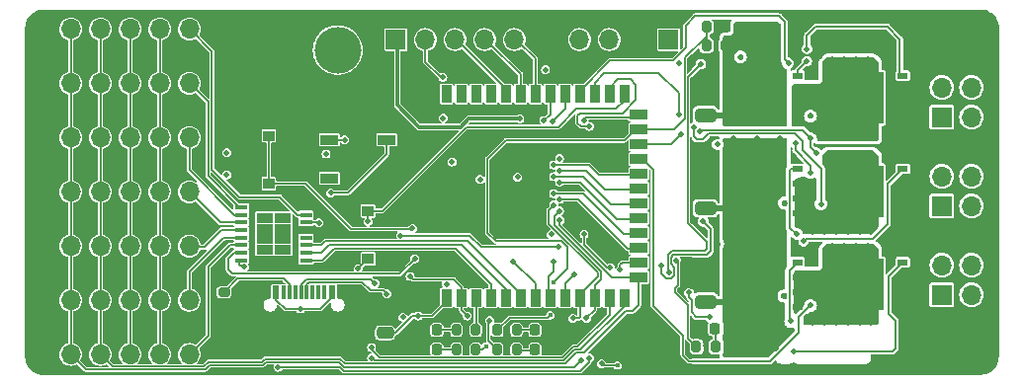
<source format=gbr>
%TF.GenerationSoftware,KiCad,Pcbnew,7.0.7*%
%TF.CreationDate,2023-10-21T19:04:04-04:00*%
%TF.ProjectId,xESC2,78455343-322e-46b6-9963-61645f706362,rev?*%
%TF.SameCoordinates,Original*%
%TF.FileFunction,Copper,L1,Top*%
%TF.FilePolarity,Positive*%
%FSLAX46Y46*%
G04 Gerber Fmt 4.6, Leading zero omitted, Abs format (unit mm)*
G04 Created by KiCad (PCBNEW 7.0.7) date 2023-10-21 19:04:04*
%MOMM*%
%LPD*%
G01*
G04 APERTURE LIST*
G04 Aperture macros list*
%AMRoundRect*
0 Rectangle with rounded corners*
0 $1 Rounding radius*
0 $2 $3 $4 $5 $6 $7 $8 $9 X,Y pos of 4 corners*
0 Add a 4 corners polygon primitive as box body*
4,1,4,$2,$3,$4,$5,$6,$7,$8,$9,$2,$3,0*
0 Add four circle primitives for the rounded corners*
1,1,$1+$1,$2,$3*
1,1,$1+$1,$4,$5*
1,1,$1+$1,$6,$7*
1,1,$1+$1,$8,$9*
0 Add four rect primitives between the rounded corners*
20,1,$1+$1,$2,$3,$4,$5,0*
20,1,$1+$1,$4,$5,$6,$7,0*
20,1,$1+$1,$6,$7,$8,$9,0*
20,1,$1+$1,$8,$9,$2,$3,0*%
G04 Aperture macros list end*
%TA.AperFunction,SMDPad,CuDef*%
%ADD10RoundRect,0.250000X0.475000X-0.250000X0.475000X0.250000X-0.475000X0.250000X-0.475000X-0.250000X0*%
%TD*%
%TA.AperFunction,ConnectorPad*%
%ADD11C,3.800000*%
%TD*%
%TA.AperFunction,ComponentPad*%
%ADD12C,2.600000*%
%TD*%
%TA.AperFunction,SMDPad,CuDef*%
%ADD13RoundRect,0.218750X-0.218750X-0.256250X0.218750X-0.256250X0.218750X0.256250X-0.218750X0.256250X0*%
%TD*%
%TA.AperFunction,SMDPad,CuDef*%
%ADD14RoundRect,0.200000X0.200000X0.275000X-0.200000X0.275000X-0.200000X-0.275000X0.200000X-0.275000X0*%
%TD*%
%TA.AperFunction,SMDPad,CuDef*%
%ADD15RoundRect,0.200000X-0.200000X-0.275000X0.200000X-0.275000X0.200000X0.275000X-0.200000X0.275000X0*%
%TD*%
%TA.AperFunction,SMDPad,CuDef*%
%ADD16RoundRect,0.218750X0.218750X0.256250X-0.218750X0.256250X-0.218750X-0.256250X0.218750X-0.256250X0*%
%TD*%
%TA.AperFunction,ComponentPad*%
%ADD17R,1.700000X1.700000*%
%TD*%
%TA.AperFunction,ComponentPad*%
%ADD18O,1.700000X1.700000*%
%TD*%
%TA.AperFunction,ComponentPad*%
%ADD19R,3.800000X3.800000*%
%TD*%
%TA.AperFunction,ComponentPad*%
%ADD20C,4.000000*%
%TD*%
%TA.AperFunction,SMDPad,CuDef*%
%ADD21RoundRect,0.249999X0.650001X-0.325001X0.650001X0.325001X-0.650001X0.325001X-0.650001X-0.325001X0*%
%TD*%
%TA.AperFunction,SMDPad,CuDef*%
%ADD22R,0.850000X0.500000*%
%TD*%
%TA.AperFunction,SMDPad,CuDef*%
%ADD23R,4.550000X4.410000*%
%TD*%
%TA.AperFunction,SMDPad,CuDef*%
%ADD24R,1.000000X0.900000*%
%TD*%
%TA.AperFunction,SMDPad,CuDef*%
%ADD25R,0.900000X1.500000*%
%TD*%
%TA.AperFunction,SMDPad,CuDef*%
%ADD26R,1.500000X0.900000*%
%TD*%
%TA.AperFunction,SMDPad,CuDef*%
%ADD27R,0.900000X0.900000*%
%TD*%
%TA.AperFunction,SMDPad,CuDef*%
%ADD28R,0.600000X1.150000*%
%TD*%
%TA.AperFunction,SMDPad,CuDef*%
%ADD29R,0.300000X1.150000*%
%TD*%
%TA.AperFunction,ComponentPad*%
%ADD30O,1.000000X2.100000*%
%TD*%
%TA.AperFunction,ComponentPad*%
%ADD31O,1.000000X1.800000*%
%TD*%
%TA.AperFunction,SMDPad,CuDef*%
%ADD32RoundRect,0.200000X0.275000X-0.200000X0.275000X0.200000X-0.275000X0.200000X-0.275000X-0.200000X0*%
%TD*%
%TA.AperFunction,SMDPad,CuDef*%
%ADD33R,1.050000X0.450000*%
%TD*%
%TA.AperFunction,SMDPad,CuDef*%
%ADD34R,1.470000X0.895000*%
%TD*%
%TA.AperFunction,ComponentPad*%
%ADD35C,0.600000*%
%TD*%
%TA.AperFunction,SMDPad,CuDef*%
%ADD36R,2.000000X0.600000*%
%TD*%
%TA.AperFunction,ViaPad*%
%ADD37C,0.450000*%
%TD*%
%TA.AperFunction,ViaPad*%
%ADD38C,0.500000*%
%TD*%
%TA.AperFunction,Conductor*%
%ADD39C,0.127000*%
%TD*%
%TA.AperFunction,Conductor*%
%ADD40C,0.200000*%
%TD*%
%TA.AperFunction,Conductor*%
%ADD41C,0.300000*%
%TD*%
%TA.AperFunction,Conductor*%
%ADD42C,0.500000*%
%TD*%
G04 APERTURE END LIST*
D10*
%TO.P,C19,1*%
%TO.N,+3V3*%
X226550000Y-130550000D03*
%TO.P,C19,2*%
%TO.N,GND*%
X226550000Y-128650000D03*
%TD*%
D11*
%TO.P,H4,1,1*%
%TO.N,GND*%
X277050000Y-132050000D03*
D12*
X277050000Y-132050000D03*
%TD*%
D11*
%TO.P,H3,1,1*%
%TO.N,GND*%
X277050000Y-104950000D03*
D12*
X277050000Y-104950000D03*
%TD*%
D11*
%TO.P,H2,1,1*%
%TO.N,GND*%
X214300000Y-110350000D03*
D12*
X214300000Y-110350000D03*
%TD*%
D13*
%TO.P,D4,1,K*%
%TO.N,GND*%
X229412500Y-132000000D03*
%TO.P,D4,2,A*%
%TO.N,Net-(D4-A)*%
X230987500Y-132000000D03*
%TD*%
D14*
%TO.P,R42,2,2*%
%TO.N,+5V*%
X236175000Y-132000000D03*
%TO.P,R42,1,1*%
%TO.N,Net-(D5-A)*%
X237825000Y-132000000D03*
%TD*%
D15*
%TO.P,R38,1,1*%
%TO.N,Net-(D4-A)*%
X232675000Y-132000000D03*
%TO.P,R38,2,2*%
%TO.N,+3V3*%
X234325000Y-132000000D03*
%TD*%
D14*
%TO.P,R37,1,1*%
%TO.N,Net-(D3-A)*%
X237825000Y-130300000D03*
%TO.P,R37,2,2*%
%TO.N,/V_M_FILTERED*%
X236175000Y-130300000D03*
%TD*%
D16*
%TO.P,D5,2,A*%
%TO.N,Net-(D5-A)*%
X239412500Y-132000000D03*
%TO.P,D5,1,K*%
%TO.N,GND*%
X240987500Y-132000000D03*
%TD*%
%TO.P,D3,1,K*%
%TO.N,GND*%
X240987500Y-130300000D03*
%TO.P,D3,2,A*%
%TO.N,Net-(D3-A)*%
X239412500Y-130300000D03*
%TD*%
D17*
%TO.P,J10,1,Pin_1*%
%TO.N,GND*%
X197090000Y-113800000D03*
D18*
%TO.P,J10,2,Pin_2*%
%TO.N,/MCU/SPI_MISO*%
X199630000Y-113800000D03*
%TO.P,J10,3,Pin_3*%
%TO.N,/MCU/SPI_CLK*%
X202170000Y-113800000D03*
%TO.P,J10,4,Pin_4*%
%TO.N,/MCU/SPI_CS3*%
X204710000Y-113800000D03*
%TO.P,J10,5,Pin_5*%
%TO.N,+3V3*%
X207250000Y-113800000D03*
%TO.P,J10,6,Pin_6*%
%TO.N,/MCU/SPI_CS5*%
X209790000Y-113800000D03*
%TD*%
D17*
%TO.P,J9,1,Pin_1*%
%TO.N,GND*%
X197090000Y-118450000D03*
D18*
%TO.P,J9,2,Pin_2*%
%TO.N,/MCU/SPI_MISO*%
X199630000Y-118450000D03*
%TO.P,J9,3,Pin_3*%
%TO.N,/MCU/SPI_CLK*%
X202170000Y-118450000D03*
%TO.P,J9,4,Pin_4*%
%TO.N,/MCU/SPI_CS3*%
X204710000Y-118450000D03*
%TO.P,J9,5,Pin_5*%
%TO.N,+3V3*%
X207250000Y-118450000D03*
%TO.P,J9,6,Pin_6*%
%TO.N,/MCU/SPI_CS4*%
X209790000Y-118450000D03*
%TD*%
D17*
%TO.P,J4,1,Pin_1*%
%TO.N,GND*%
X197090000Y-123100000D03*
D18*
%TO.P,J4,2,Pin_2*%
%TO.N,/MCU/SPI_MISO*%
X199630000Y-123100000D03*
%TO.P,J4,3,Pin_3*%
%TO.N,/MCU/SPI_CLK*%
X202170000Y-123100000D03*
%TO.P,J4,4,Pin_4*%
%TO.N,/MCU/SPI_CS3*%
X204710000Y-123100000D03*
%TO.P,J4,5,Pin_5*%
%TO.N,+3V3*%
X207250000Y-123100000D03*
%TO.P,J4,6,Pin_6*%
%TO.N,/MCU/SPI_CS3*%
X209790000Y-123100000D03*
%TD*%
D17*
%TO.P,J11,1,Pin_1*%
%TO.N,GND*%
X197090000Y-109150000D03*
D18*
%TO.P,J11,2,Pin_2*%
%TO.N,/MCU/SPI_MISO*%
X199630000Y-109150000D03*
%TO.P,J11,3,Pin_3*%
%TO.N,/MCU/SPI_CLK*%
X202170000Y-109150000D03*
%TO.P,J11,4,Pin_4*%
%TO.N,/MCU/SPI_CS3*%
X204710000Y-109150000D03*
%TO.P,J11,5,Pin_5*%
%TO.N,+3V3*%
X207250000Y-109150000D03*
%TO.P,J11,6,Pin_6*%
%TO.N,/MCU/SPI_CS3*%
X209790000Y-109150000D03*
%TD*%
D17*
%TO.P,J3,1,Pin_1*%
%TO.N,GND*%
X197090000Y-127750000D03*
D18*
%TO.P,J3,2,Pin_2*%
%TO.N,/MCU/SPI_MISO*%
X199630000Y-127750000D03*
%TO.P,J3,3,Pin_3*%
%TO.N,/MCU/SPI_CLK*%
X202170000Y-127750000D03*
%TO.P,J3,4,Pin_4*%
%TO.N,/MCU/SPI_CS3*%
X204710000Y-127750000D03*
%TO.P,J3,5,Pin_5*%
%TO.N,+3V3*%
X207250000Y-127750000D03*
%TO.P,J3,6,Pin_6*%
%TO.N,/MCU/SPI_CS2*%
X209790000Y-127750000D03*
%TD*%
D17*
%TO.P,J2,1,Pin_1*%
%TO.N,GND*%
X197090000Y-132400000D03*
D18*
%TO.P,J2,2,Pin_2*%
%TO.N,/MCU/SPI_MISO*%
X199630000Y-132400000D03*
%TO.P,J2,3,Pin_3*%
%TO.N,/MCU/SPI_CLK*%
X202170000Y-132400000D03*
%TO.P,J2,4,Pin_4*%
%TO.N,/MCU/SPI_CS3*%
X204710000Y-132400000D03*
%TO.P,J2,5,Pin_5*%
%TO.N,+3V3*%
X207250000Y-132400000D03*
%TO.P,J2,6,Pin_6*%
%TO.N,/MCU/SPI_CS1*%
X209790000Y-132400000D03*
%TD*%
D17*
%TO.P,J12,1,Pin_1*%
%TO.N,GND*%
X197090000Y-104500000D03*
D18*
%TO.P,J12,2,Pin_2*%
%TO.N,/MCU/SPI_MISO*%
X199630000Y-104500000D03*
%TO.P,J12,3,Pin_3*%
%TO.N,/MCU/SPI_CLK*%
X202170000Y-104500000D03*
%TO.P,J12,4,Pin_4*%
%TO.N,/MCU/SPI_CS3*%
X204710000Y-104500000D03*
%TO.P,J12,5,Pin_5*%
%TO.N,+3V3*%
X207250000Y-104500000D03*
%TO.P,J12,6,Pin_6*%
%TO.N,/MCU/SPI_CS7*%
X209790000Y-104500000D03*
%TD*%
D17*
%TO.P,J1,1,Pin_1*%
%TO.N,+5V*%
X227480000Y-105400000D03*
D18*
%TO.P,J1,2,Pin_2*%
%TO.N,/TEMP_MOTOR*%
X230020000Y-105400000D03*
%TO.P,J1,3,Pin_3*%
%TO.N,/HALL1*%
X232560000Y-105400000D03*
%TO.P,J1,4,Pin_4*%
%TO.N,/HALL2*%
X235100000Y-105400000D03*
%TO.P,J1,5,Pin_5*%
%TO.N,/HALL3*%
X237640000Y-105400000D03*
%TO.P,J1,6,Pin_6*%
%TO.N,GND*%
X240180000Y-105400000D03*
%TD*%
D17*
%TO.P,J15,1,Pin_1*%
%TO.N,/VM*%
X250840000Y-105400000D03*
D18*
%TO.P,J15,2,Pin_2*%
%TO.N,GND*%
X248300000Y-105400000D03*
%TO.P,J15,3,Pin_3*%
%TO.N,Net-(J15-Pin_3)*%
X245760000Y-105400000D03*
%TO.P,J15,4,Pin_4*%
%TO.N,Net-(J15-Pin_4)*%
X243220000Y-105400000D03*
%TD*%
D19*
%TO.P,J13,1,Pin_1*%
%TO.N,GND*%
X217500000Y-106300000D03*
D20*
%TO.P,J13,2,Pin_2*%
%TO.N,/VM*%
X222500000Y-106300000D03*
%TD*%
D15*
%TO.P,R16,1,1*%
%TO.N,/Power/FAULT*%
X253215000Y-131760000D03*
%TO.P,R16,2,2*%
%TO.N,Net-(D2-A)*%
X254865000Y-131760000D03*
%TD*%
D13*
%TO.P,D2,1,K*%
%TO.N,GND*%
X253252500Y-130160000D03*
%TO.P,D2,2,A*%
%TO.N,Net-(D2-A)*%
X254827500Y-130160000D03*
%TD*%
D14*
%TO.P,R39,1*%
%TO.N,/VM*%
X255725000Y-105900000D03*
%TO.P,R39,2*%
%TO.N,/V_M_FILTERED*%
X254075000Y-105900000D03*
%TD*%
D15*
%TO.P,R40,1*%
%TO.N,/V_M_FILTERED*%
X254075000Y-104300000D03*
%TO.P,R40,2*%
%TO.N,GND*%
X255725000Y-104300000D03*
%TD*%
D21*
%TO.P,C1,1*%
%TO.N,/VM*%
X254000000Y-127875000D03*
%TO.P,C1,2*%
%TO.N,GND*%
X254000000Y-124925000D03*
%TD*%
%TO.P,C2,1*%
%TO.N,/VM*%
X254000000Y-119875000D03*
%TO.P,C2,2*%
%TO.N,GND*%
X254000000Y-116925000D03*
%TD*%
D22*
%TO.P,Q1,1,S*%
%TO.N,/PHASE_U_RAW*%
X261900000Y-128305000D03*
%TO.P,Q1,2,S*%
X261900000Y-127035000D03*
%TO.P,Q1,3,S*%
X261900000Y-125765000D03*
%TO.P,Q1,4,G*%
%TO.N,Net-(Q1-G)*%
X261900000Y-124495000D03*
D23*
%TO.P,Q1,5,D*%
%TO.N,/VM*%
X257950000Y-126400000D03*
%TD*%
D22*
%TO.P,Q3,1,S*%
%TO.N,/PHASE_V_RAW*%
X261900000Y-120305000D03*
%TO.P,Q3,2,S*%
X261900000Y-119035000D03*
%TO.P,Q3,3,S*%
X261900000Y-117765000D03*
%TO.P,Q3,4,G*%
%TO.N,Net-(Q3-G)*%
X261900000Y-116495000D03*
D23*
%TO.P,Q3,5,D*%
%TO.N,/VM*%
X257950000Y-118400000D03*
%TD*%
D22*
%TO.P,Q5,1,S*%
%TO.N,/PHASE_W_RAW*%
X261900000Y-112305000D03*
%TO.P,Q5,2,S*%
X261900000Y-111035000D03*
%TO.P,Q5,3,S*%
X261900000Y-109765000D03*
%TO.P,Q5,4,G*%
%TO.N,Net-(Q5-G)*%
X261900000Y-108495000D03*
D23*
%TO.P,Q5,5,D*%
%TO.N,/VM*%
X257950000Y-110400000D03*
%TD*%
D22*
%TO.P,Q6,1,S*%
%TO.N,GND*%
X270900000Y-112305000D03*
%TO.P,Q6,2,S*%
X270900000Y-111035000D03*
%TO.P,Q6,3,S*%
X270900000Y-109765000D03*
%TO.P,Q6,4,G*%
%TO.N,Net-(Q6-G)*%
X270900000Y-108495000D03*
D23*
%TO.P,Q6,5,D*%
%TO.N,/PHASE_W_RAW*%
X266950000Y-110400000D03*
%TD*%
D22*
%TO.P,Q4,1,S*%
%TO.N,GND*%
X270900000Y-120305000D03*
%TO.P,Q4,2,S*%
X270900000Y-119035000D03*
%TO.P,Q4,3,S*%
X270900000Y-117765000D03*
%TO.P,Q4,4,G*%
%TO.N,Net-(Q4-G)*%
X270900000Y-116495000D03*
D23*
%TO.P,Q4,5,D*%
%TO.N,/PHASE_V_RAW*%
X266950000Y-118400000D03*
%TD*%
D22*
%TO.P,Q2,1,S*%
%TO.N,GND*%
X270900000Y-128305000D03*
%TO.P,Q2,2,S*%
X270900000Y-127035000D03*
%TO.P,Q2,3,S*%
X270900000Y-125765000D03*
%TO.P,Q2,4,G*%
%TO.N,Net-(Q2-G)*%
X270900000Y-124495000D03*
D23*
%TO.P,Q2,5,D*%
%TO.N,/PHASE_U_RAW*%
X266950000Y-126400000D03*
%TD*%
D21*
%TO.P,C3,1*%
%TO.N,/VM*%
X254000000Y-111875000D03*
%TO.P,C3,2*%
%TO.N,GND*%
X254000000Y-108925000D03*
%TD*%
D24*
%TO.P,SW3,1,C*%
%TO.N,BOOT*%
X225100000Y-120100000D03*
X225100000Y-124200000D03*
%TO.P,SW3,2,D*%
%TO.N,GND*%
X223500000Y-120100000D03*
X223500000Y-124200000D03*
%TD*%
D25*
%TO.P,U8,1,GND*%
%TO.N,GND*%
X230540000Y-127565000D03*
%TO.P,U8,2,3V3*%
%TO.N,+3V3*%
X231810000Y-127565000D03*
%TO.P,U8,3,EN*%
%TO.N,EN*%
X233080000Y-127565000D03*
%TO.P,U8,4,GPIO4/TOUCH4/ADC1_CH3*%
%TO.N,/MCU/LED*%
X234350000Y-127565000D03*
%TO.P,U8,5,GPIO5/TOUCH5/ADC1_CH4*%
%TO.N,/MCU/CS_A0*%
X235620000Y-127565000D03*
%TO.P,U8,6,GPIO6/TOUCH6/ADC1_CH5*%
%TO.N,/MCU/CS_A1*%
X236890000Y-127565000D03*
%TO.P,U8,7,GPIO7/TOUCH7/ADC1_CH6*%
%TO.N,/MCU/CS_A2*%
X238160000Y-127565000D03*
%TO.P,U8,8,GPIO15/U0RTS/ADC2_CH4/XTAL_32K_P*%
%TO.N,/CUR_W*%
X239430000Y-127565000D03*
%TO.P,U8,9,GPIO16/U0CTS/ADC2_CH5/XTAL_32K_NH5*%
%TO.N,/CUR_V*%
X240700000Y-127565000D03*
%TO.P,U8,10,GPIO17/U1TXD/ADC2_CH6*%
%TO.N,/CUR_U*%
X241970000Y-127565000D03*
%TO.P,U8,11,GPIO18/U1RXD/ADC2_CH7/CLK_OUT3*%
%TO.N,/MCU/SPI_MISO*%
X243240000Y-127565000D03*
%TO.P,U8,12,GPIO8/TOUCH8/ADC1_CH7/SUBSPICS1*%
%TO.N,/MCU/SPI_CS3*%
X244510000Y-127565000D03*
%TO.P,U8,13,GPIO19/U1RTS/ADC2_CH8/CLK_OUT2/USB_D-*%
%TO.N,MCU_D-*%
X245780000Y-127565000D03*
%TO.P,U8,14,GPIO20/U1CTS/ADC2_CH9/CLK_OUT1/USB_D+*%
%TO.N,MCU_D+*%
X247050000Y-127565000D03*
D26*
%TO.P,U8,15,GPIO3/TOUCH3/ADC1_CH2*%
%TO.N,/MCU/SPI_CLK*%
X248300000Y-125800000D03*
%TO.P,U8,16,GPIO46*%
%TO.N,/MCU/IO2*%
X248300000Y-124530000D03*
%TO.P,U8,17,GPIO9/TOUCH9/ADC1_CH8/FSPIHD/SUBSPIHD*%
%TO.N,/MCU/UH*%
X248300000Y-123260000D03*
%TO.P,U8,18,GPIO10/TOUCH10/ADC1_CH9/FSPICS0/FSPIIO4/SUBSPICS0*%
%TO.N,/MCU/UL*%
X248300000Y-121990000D03*
%TO.P,U8,19,GPIO11/TOUCH11/ADC2_CH0/FSPID/FSPIIO5/SUBSPID*%
%TO.N,/MCU/VH*%
X248300000Y-120720000D03*
%TO.P,U8,20,GPIO12/TOUCH12/ADC2_CH1/FSPICLK/FSPIIO6/SUBSPICLK*%
%TO.N,/MCU/VL*%
X248300000Y-119450000D03*
%TO.P,U8,21,GPIO13/TOUCH13/ADC2_CH2/FSPIQ/FSPIIO7/SUBSPIQ*%
%TO.N,/MCU/WH*%
X248300000Y-118180000D03*
%TO.P,U8,22,GPIO14/TOUCH14/ADC2_CH3/FSPIWP/FSPIDQS/SUBSPIWP*%
%TO.N,/MCU/WL*%
X248300000Y-116910000D03*
%TO.P,U8,23,GPIO21*%
%TO.N,/PHASE_U_FILTERED*%
X248300000Y-115640000D03*
%TO.P,U8,24,GPIO47/SPICLK_P/SUBSPICLK_P_DIFF*%
%TO.N,/PCB_TEMP*%
X248300000Y-114370000D03*
%TO.P,U8,25,GPIO48/SPICLK_N/SUBSPICLK_N_DIFF*%
%TO.N,/V_M_FILTERED*%
X248300000Y-113100000D03*
%TO.P,U8,26,GPIO45*%
%TO.N,/MCU/DRV_ENABLE*%
X248300000Y-111830000D03*
D25*
%TO.P,U8,27,GPIO0/BOOT*%
%TO.N,BOOT*%
X247050000Y-110065000D03*
%TO.P,U8,28,SPIIO6/GPIO35/FSPID/SUBSPID*%
%TO.N,/Power/FAULT*%
X245780000Y-110065000D03*
%TO.P,U8,29,SPIIO7/GPIO36/FSPICLK/SUBSPICLK*%
%TO.N,/PHASE_V_FILTERED*%
X244510000Y-110065000D03*
%TO.P,U8,30,SPIDQS/GPIO37/FSPIQ/SUBSPIQ*%
%TO.N,/PHASE_W_FILTERED*%
X243240000Y-110065000D03*
%TO.P,U8,31,GPIO38/FSPIWP/SUBSPIWP*%
%TO.N,/MCU/CAN_TX*%
X241970000Y-110065000D03*
%TO.P,U8,32,MTCK/GPIO39/CLK_OUT3/SUBSPICS1*%
%TO.N,/MCU/CAN_RX*%
X240700000Y-110065000D03*
%TO.P,U8,33,MTDO/GPIO40/CLK_OUT2*%
%TO.N,/HALL3*%
X239430000Y-110065000D03*
%TO.P,U8,34,MTDI/GPIO41/CLK_OUT1*%
%TO.N,/HALL2*%
X238160000Y-110065000D03*
%TO.P,U8,35,MTMS/GPIO42*%
%TO.N,/HALL1*%
X236890000Y-110065000D03*
%TO.P,U8,36,U0RXD/GPIO44/CLK_OUT2*%
%TO.N,/MCU/RX*%
X235620000Y-110065000D03*
%TO.P,U8,37,U0TXD/GPIO43/CLK_OUT1*%
%TO.N,/MCU/TX*%
X234350000Y-110065000D03*
%TO.P,U8,38,GPIO2/TOUCH2/ADC1_CH1*%
%TO.N,I2C_SDA*%
X233080000Y-110065000D03*
%TO.P,U8,39,GPIO1/TOUCH1/ADC1_CH0*%
%TO.N,I2C_SCL*%
X231810000Y-110065000D03*
%TO.P,U8,40,GND*%
%TO.N,GND*%
X230540000Y-110065000D03*
D27*
%TO.P,U8,41,GND*%
X236860000Y-121715000D03*
X238260000Y-121715000D03*
X239660000Y-121715000D03*
X236860000Y-120315000D03*
X238260000Y-120315000D03*
X239660000Y-120315000D03*
X236860000Y-118915000D03*
X238260000Y-118915000D03*
X239660000Y-118915000D03*
%TD*%
D24*
%TO.P,SW1,1,C*%
%TO.N,EN*%
X216600000Y-113650000D03*
X216600000Y-117750000D03*
%TO.P,SW1,2,D*%
%TO.N,GND*%
X215000000Y-113650000D03*
X215000000Y-117750000D03*
%TD*%
D26*
%TO.P,IC4,1,VDD*%
%TO.N,+3V3*%
X221800000Y-114000000D03*
%TO.P,IC4,2,DOUT*%
%TO.N,unconnected-(IC4-DOUT-Pad2)*%
X221800000Y-117300000D03*
%TO.P,IC4,3,VSS*%
%TO.N,GND*%
X226700000Y-117300000D03*
%TO.P,IC4,4,DIN*%
%TO.N,Net-(IC3-DOUT)*%
X226700000Y-114000000D03*
%TD*%
D28*
%TO.P,J14,A1,GND*%
%TO.N,GND*%
X216410000Y-127075000D03*
%TO.P,J14,A4,VBUS*%
%TO.N,VBUS*%
X217210000Y-127075000D03*
D29*
%TO.P,J14,A5,CC1*%
%TO.N,Net-(J14-CC1)*%
X218360000Y-127075000D03*
%TO.P,J14,A6,D+*%
%TO.N,USB_D+*%
X219360000Y-127075000D03*
%TO.P,J14,A7,D-*%
%TO.N,USB_D-*%
X219860000Y-127075000D03*
%TO.P,J14,A8,SBU1*%
%TO.N,unconnected-(J14-SBU1-PadA8)*%
X220860000Y-127075000D03*
D28*
%TO.P,J14,A9,VBUS*%
%TO.N,VBUS*%
X222010000Y-127075000D03*
%TO.P,J14,A12,GND*%
%TO.N,GND*%
X222810000Y-127075000D03*
%TO.P,J14,B1,GND*%
X222810000Y-127075000D03*
%TO.P,J14,B4,VBUS*%
%TO.N,VBUS*%
X222010000Y-127075000D03*
D29*
%TO.P,J14,B5,CC2*%
%TO.N,unconnected-(J14-CC2-PadB5)*%
X221360000Y-127075000D03*
%TO.P,J14,B6,D+*%
%TO.N,unconnected-(J14-D+-PadB6)*%
X220360000Y-127075000D03*
%TO.P,J14,B7,D-*%
%TO.N,unconnected-(J14-D--PadB7)*%
X218860000Y-127075000D03*
%TO.P,J14,B8,SBU2*%
%TO.N,unconnected-(J14-SBU2-PadB8)*%
X217860000Y-127075000D03*
D28*
%TO.P,J14,B9,VBUS*%
%TO.N,VBUS*%
X217210000Y-127075000D03*
%TO.P,J14,B12,GND*%
%TO.N,GND*%
X216410000Y-127075000D03*
D30*
%TO.P,J14,S1,SHIELD*%
X215290000Y-127650000D03*
D31*
X215290000Y-131830000D03*
D30*
X223930000Y-127650000D03*
D31*
X223930000Y-131830000D03*
%TD*%
D32*
%TO.P,R31,1*%
%TO.N,GND*%
X212750000Y-128725000D03*
%TO.P,R31,2*%
%TO.N,Net-(J14-CC1)*%
X212750000Y-127075000D03*
%TD*%
D33*
%TO.P,IC1,1,A*%
%TO.N,/MCU/CS_A0*%
X219790000Y-124332500D03*
%TO.P,IC1,2,B*%
%TO.N,/MCU/CS_A1*%
X219790000Y-123682500D03*
%TO.P,IC1,3,C*%
%TO.N,/MCU/CS_A2*%
X219790000Y-123032500D03*
%TO.P,IC1,4,~{G2A}*%
%TO.N,/MCU/SPI_CS*%
X219790000Y-122382500D03*
%TO.P,IC1,5,~{G2B}*%
%TO.N,GND*%
X219790000Y-121732500D03*
%TO.P,IC1,6,G1*%
%TO.N,+3V3*%
X219790000Y-121082500D03*
%TO.P,IC1,7,Y7*%
%TO.N,/MCU/SPI_CS7*%
X219790000Y-120432500D03*
%TO.P,IC1,8,GND*%
%TO.N,GND*%
X219790000Y-119782500D03*
%TO.P,IC1,9,Y6*%
%TO.N,/MCU/SPI_CS3*%
X214240000Y-119782500D03*
%TO.P,IC1,10,Y5*%
%TO.N,/MCU/SPI_CS5*%
X214240000Y-120432500D03*
%TO.P,IC1,11,Y4*%
%TO.N,/MCU/SPI_CS4*%
X214240000Y-121082500D03*
%TO.P,IC1,12,Y3*%
%TO.N,/MCU/SPI_CS3*%
X214240000Y-121732500D03*
%TO.P,IC1,13,Y2*%
%TO.N,/MCU/SPI_CS2*%
X214240000Y-122382500D03*
%TO.P,IC1,14,Y1*%
%TO.N,/MCU/SPI_CS1*%
X214240000Y-123032500D03*
%TO.P,IC1,15,Y0*%
%TO.N,/MCU/SPI_CS0*%
X214240000Y-123682500D03*
%TO.P,IC1,16,VCC*%
%TO.N,+3V3*%
X214240000Y-124332500D03*
D34*
%TO.P,IC1,17*%
%TO.N,N/C*%
X217750000Y-123400000D03*
X217750000Y-122505000D03*
X217750000Y-121610000D03*
X217750000Y-120715000D03*
X216280000Y-123400000D03*
X216280000Y-122505000D03*
X216280000Y-121610000D03*
X216280000Y-120715000D03*
%TD*%
D13*
%TO.P,D1,1,K*%
%TO.N,GND*%
X229412500Y-130300000D03*
%TO.P,D1,2,A*%
%TO.N,Net-(D1-A)*%
X230987500Y-130300000D03*
%TD*%
D15*
%TO.P,R32,1,1*%
%TO.N,Net-(D1-A)*%
X232675000Y-130300000D03*
%TO.P,R32,2,2*%
%TO.N,/MCU/LED*%
X234325000Y-130300000D03*
%TD*%
D17*
%TO.P,J8,1,Pin_1*%
%TO.N,Net-(J8-Pin_1)*%
X274240000Y-112050000D03*
D18*
%TO.P,J8,2,Pin_2*%
X276780000Y-112050000D03*
%TO.P,J8,3,Pin_3*%
X274240000Y-109510000D03*
%TO.P,J8,4,Pin_4*%
X276780000Y-109510000D03*
%TD*%
D17*
%TO.P,J7,1,Pin_1*%
%TO.N,Net-(J7-Pin_1)*%
X274240000Y-119670000D03*
D18*
%TO.P,J7,2,Pin_2*%
X276780000Y-119670000D03*
%TO.P,J7,3,Pin_3*%
X274240000Y-117130000D03*
%TO.P,J7,4,Pin_4*%
X276780000Y-117130000D03*
%TD*%
D17*
%TO.P,J6,1,Pin_1*%
%TO.N,Net-(J6-Pin_1)*%
X274240000Y-127290000D03*
D18*
%TO.P,J6,2,Pin_2*%
X276780000Y-127290000D03*
%TO.P,J6,3,Pin_3*%
X274240000Y-124750000D03*
%TO.P,J6,4,Pin_4*%
X276780000Y-124750000D03*
%TD*%
D35*
%TO.P,IC2,11,GND_2*%
%TO.N,GND*%
X219830000Y-116285000D03*
D36*
X219130000Y-116285000D03*
D35*
X218430000Y-116285000D03*
%TD*%
D37*
%TO.N,+3V3*%
X246450000Y-133350000D03*
%TO.N,GND*%
X246400000Y-124050000D03*
X241900000Y-129350000D03*
X228350000Y-126600000D03*
X228350000Y-128050000D03*
X228350000Y-127350000D03*
X230350000Y-121150000D03*
X233800000Y-121150000D03*
X232250000Y-121150000D03*
%TO.N,/V_M_FILTERED*%
X241000000Y-126200000D03*
X240700000Y-129050000D03*
%TO.N,+3V3*%
X235200000Y-131700000D03*
%TO.N,GND*%
X244100000Y-115300000D03*
X244300000Y-121300000D03*
X240400000Y-115200000D03*
D38*
X272500000Y-114000000D03*
X274500000Y-115000000D03*
X275000000Y-114500000D03*
X274000000Y-114500000D03*
X273000000Y-114500000D03*
X272000000Y-114500000D03*
X272500000Y-115000000D03*
X274500000Y-114000000D03*
X271500000Y-114000000D03*
X273500000Y-114000000D03*
X273500000Y-115000000D03*
X271500000Y-115000000D03*
X271000000Y-114500000D03*
X269500000Y-115000000D03*
X270000000Y-122500000D03*
X269500000Y-123000000D03*
X270500000Y-115000000D03*
X269000000Y-122500000D03*
X271000000Y-122500000D03*
X270500000Y-114000000D03*
X269500000Y-122000000D03*
X270000000Y-114500000D03*
X270500000Y-122000000D03*
X270500000Y-123000000D03*
X274000000Y-122500000D03*
X261315000Y-106764980D03*
X271500000Y-123000000D03*
X274500000Y-123000000D03*
X275000000Y-122500000D03*
X261556308Y-115395181D03*
X273000000Y-122500000D03*
X257000000Y-106900000D03*
X263000000Y-111950000D03*
X272000000Y-122500000D03*
X263300000Y-123700000D03*
X272500000Y-122000000D03*
X219700000Y-118600000D03*
X273500000Y-122000000D03*
X260709490Y-127400000D03*
X273500000Y-123000000D03*
X263650000Y-106850000D03*
X232600000Y-108700000D03*
X254600000Y-107400000D03*
X255050000Y-122900000D03*
X254000000Y-131600000D03*
X254300000Y-115300000D03*
X260775000Y-119425000D03*
X271500000Y-122000000D03*
X274500000Y-122000000D03*
X229900000Y-108300000D03*
X272500000Y-123000000D03*
%TO.N,/Power/LSU*%
X254400000Y-129200000D03*
X252550000Y-127100000D03*
%TO.N,/Power/LSV*%
X253800000Y-121000000D03*
X250239939Y-124817009D03*
%TO.N,/Power/LSW*%
X250900000Y-125400000D03*
X253600000Y-107500000D03*
%TO.N,/Power/VOFS*%
X243600000Y-122100000D03*
X245850000Y-124950000D03*
%TO.N,EN*%
X228900000Y-121600000D03*
X233600000Y-129100000D03*
X228700000Y-125700000D03*
%TO.N,USB_D+*%
X225700000Y-126300000D03*
%TO.N,USB_D-*%
X226700000Y-127200000D03*
%TO.N,MCU_D-*%
X225400000Y-131800000D03*
%TO.N,MCU_D+*%
X225400000Y-132700000D03*
%TO.N,/Power/VOFS*%
X240800000Y-122100000D03*
%TO.N,+3V3*%
X237900000Y-117200000D03*
X223100000Y-114000000D03*
X234700000Y-117400000D03*
X220900000Y-121100000D03*
X241500000Y-115600000D03*
X231800000Y-126400000D03*
X240300000Y-108000000D03*
X221500000Y-115200000D03*
X231535000Y-112150000D03*
X255000000Y-114400000D03*
X213000000Y-115100000D03*
X263000000Y-116799998D03*
X213000000Y-117000000D03*
X214500000Y-124900000D03*
X261700000Y-114300000D03*
X232300000Y-115900000D03*
X245100000Y-133200000D03*
X229400000Y-129100000D03*
%TO.N,+5V*%
X228100000Y-129200000D03*
X235500000Y-129500000D03*
X238100000Y-112200000D03*
%TO.N,/PHASE_U_RAW*%
X267400000Y-123600000D03*
X268400000Y-123600000D03*
X264200000Y-129700000D03*
X262700000Y-129200000D03*
X263200000Y-129700000D03*
X267900000Y-123100000D03*
X266400000Y-123600000D03*
X264700000Y-129200000D03*
X265700000Y-129200000D03*
X266900000Y-123100000D03*
X265200000Y-129700000D03*
X263700000Y-129200000D03*
X265900000Y-123100000D03*
X264900000Y-123100000D03*
X266700000Y-129200000D03*
X266200000Y-129700000D03*
X267200000Y-129700000D03*
X268200000Y-129700000D03*
X267700000Y-129200000D03*
X265400000Y-123600000D03*
X264400000Y-123600000D03*
%TO.N,/PHASE_V_RAW*%
X267200000Y-121900000D03*
X262700000Y-121400000D03*
X266700000Y-121400000D03*
X267400000Y-115600000D03*
X266400000Y-115600000D03*
X265700000Y-121400000D03*
X265400000Y-115600000D03*
X267900000Y-115100000D03*
X264700000Y-121400000D03*
X266900000Y-115100000D03*
X265900000Y-115100000D03*
X263700000Y-121400000D03*
X268200000Y-121900000D03*
X267700000Y-121400000D03*
X264900000Y-115100000D03*
X268400000Y-115600000D03*
X265200000Y-121900000D03*
X263200000Y-121900000D03*
X266200000Y-121900000D03*
X264200000Y-121900000D03*
X264400000Y-115600000D03*
%TO.N,/PHASE_W_RAW*%
X265400000Y-107600000D03*
X264700000Y-113400000D03*
X266700000Y-113400000D03*
X267700000Y-113400000D03*
X265200000Y-113900000D03*
X266900000Y-107100000D03*
X268200000Y-113900000D03*
X265700000Y-113400000D03*
X264900000Y-107100000D03*
X266200000Y-113900000D03*
X267900000Y-107100000D03*
X268400000Y-107600000D03*
X267400000Y-107600000D03*
X267200000Y-113900000D03*
X266400000Y-107600000D03*
X265900000Y-107100000D03*
X264400000Y-107600000D03*
%TO.N,/CUR_U*%
X242725000Y-125575000D03*
%TO.N,/CUR_V*%
X241000000Y-124400000D03*
%TO.N,/CUR_W*%
X237500000Y-124400000D03*
%TO.N,/PHASE_U_FILTERED*%
X263000000Y-128200000D03*
%TO.N,/PHASE_V_FILTERED*%
X253000000Y-112900000D03*
X251700000Y-111800000D03*
X263900000Y-119500000D03*
%TO.N,/PHASE_W_FILTERED*%
X261100000Y-107400000D03*
%TO.N,VBUS*%
X219300000Y-128500000D03*
%TO.N,/MCU/WL*%
X241000000Y-116150000D03*
%TO.N,/MCU/WH*%
X241500000Y-116650000D03*
%TO.N,/MCU/VL*%
X241000000Y-117150000D03*
%TO.N,/MCU/VH*%
X241500000Y-117650000D03*
%TO.N,/MCU/UL*%
X241000000Y-118600000D03*
%TO.N,/MCU/UH*%
X241500000Y-119100001D03*
%TO.N,/MCU/DRV_ENABLE*%
X243600000Y-112300000D03*
%TO.N,Net-(Q1-G)*%
X261300000Y-129550000D03*
%TO.N,Net-(Q2-G)*%
X261550000Y-132175000D03*
%TO.N,/MCU/CAN_TX*%
X240900000Y-112400000D03*
%TO.N,/MCU/CAN_RX*%
X240150000Y-112350000D03*
%TO.N,Net-(Q3-G)*%
X261800000Y-122100000D03*
%TO.N,Net-(Q4-G)*%
X262400001Y-122700000D03*
%TO.N,Net-(Q5-G)*%
X262674996Y-107250000D03*
%TO.N,Net-(Q6-G)*%
X262700000Y-106200000D03*
%TO.N,/TEMP_MOTOR*%
X231500000Y-108643008D03*
%TO.N,/MCU/SPI_CS0*%
X229100000Y-124200000D03*
%TO.N,/MCU/SPI_CLK*%
X241515000Y-120900000D03*
%TO.N,/MCU/SPI_MISO*%
X243350000Y-132950000D03*
X241000000Y-119600000D03*
X242650000Y-129300000D03*
%TO.N,/VM*%
X258400000Y-122900000D03*
X256400000Y-121900000D03*
X260400000Y-122900000D03*
X258500000Y-131900000D03*
X260400000Y-121900000D03*
X259400000Y-122400000D03*
X257000000Y-131900000D03*
X258500000Y-129900000D03*
X257400000Y-122400000D03*
X256400000Y-122900000D03*
X258400000Y-121900000D03*
X257000000Y-129900000D03*
X260000000Y-131900000D03*
X260000000Y-129900000D03*
X260400000Y-114900000D03*
X258400000Y-113900000D03*
X256400000Y-114900000D03*
X258500000Y-104900000D03*
X260000000Y-106900000D03*
X259000000Y-105900000D03*
X260400000Y-113900000D03*
X257500000Y-130900000D03*
X258400000Y-114900000D03*
X257400000Y-114400000D03*
X259000000Y-130900000D03*
X258500000Y-106900000D03*
X259400000Y-114400000D03*
X256400000Y-113900000D03*
X257500000Y-105900000D03*
X257000000Y-104902010D03*
X260000000Y-104900000D03*
X251700000Y-107400000D03*
%TO.N,/PCB_TEMP*%
X263500000Y-115100000D03*
X263000000Y-113900000D03*
X251900000Y-113500000D03*
X253515709Y-113260996D03*
%TO.N,/Power/FAULT*%
X251500000Y-124350000D03*
X244050000Y-112850000D03*
%TO.N,Net-(IC3-DOUT)*%
X221900000Y-118550000D03*
%TO.N,/MCU/IO2*%
X246700000Y-125150000D03*
X241400000Y-123200000D03*
X227900000Y-122200000D03*
%TO.N,BOOT*%
X225100000Y-121000000D03*
X224250000Y-125050000D03*
%TO.N,/MCU/SPI_CS3*%
X217400000Y-133500000D03*
X244050000Y-132700000D03*
X243800000Y-129300000D03*
X241500000Y-120100000D03*
%TD*%
D39*
%TO.N,/MCU/SPI_CLK*%
X223118420Y-133200000D02*
X222718420Y-132800000D01*
X211040245Y-133440500D02*
X203210500Y-133440500D01*
X247200000Y-128700000D02*
X243643500Y-132256500D01*
X242943500Y-132256500D02*
X242000000Y-133200000D01*
X247800000Y-128700000D02*
X247200000Y-128700000D01*
X203210500Y-133440500D02*
X202170000Y-132400000D01*
X248300000Y-128200000D02*
X247800000Y-128700000D01*
X243643500Y-132256500D02*
X242943500Y-132256500D01*
X248300000Y-125800000D02*
X248300000Y-128200000D01*
X242000000Y-133200000D02*
X223118420Y-133200000D01*
X222718420Y-132800000D02*
X216240790Y-132800000D01*
X216240790Y-132800000D02*
X215994790Y-133046000D01*
X215994790Y-133046000D02*
X211434745Y-133046000D01*
X211434745Y-133046000D02*
X211040245Y-133440500D01*
%TO.N,/MCU/SPI_MISO*%
X243350000Y-132950000D02*
X242800000Y-133500000D01*
X242800000Y-133500000D02*
X223059210Y-133500000D01*
X223059210Y-133500000D02*
X222613210Y-133054000D01*
X222613210Y-133054000D02*
X216346000Y-133054000D01*
X216346000Y-133054000D02*
X216100000Y-133300000D01*
X211539955Y-133300000D02*
X211145455Y-133694500D01*
X216100000Y-133300000D02*
X211539955Y-133300000D01*
X211145455Y-133694500D02*
X200924500Y-133694500D01*
X200924500Y-133694500D02*
X199630000Y-132400000D01*
%TO.N,/MCU/SPI_CS3*%
X244050000Y-132700000D02*
X244050000Y-133050000D01*
X244050000Y-133050000D02*
X243300000Y-133800000D01*
X243300000Y-133800000D02*
X223000000Y-133800000D01*
X223000000Y-133800000D02*
X222700000Y-133500000D01*
X222700000Y-133500000D02*
X217400000Y-133500000D01*
%TO.N,/PHASE_V_FILTERED*%
X252984500Y-112915500D02*
X252984500Y-113672106D01*
X253227894Y-113915500D02*
X253784500Y-113915500D01*
X262300000Y-114906713D02*
X263900000Y-116506713D01*
X253784500Y-113915500D02*
X254246000Y-113454000D01*
X252984500Y-113672106D02*
X253227894Y-113915500D01*
X253000000Y-112900000D02*
X252984500Y-112915500D01*
X262300000Y-114100000D02*
X262300000Y-114906713D01*
X254246000Y-113454000D02*
X261654000Y-113454000D01*
X261654000Y-113454000D02*
X262300000Y-114100000D01*
X263900000Y-116506713D02*
X263900000Y-119500000D01*
%TO.N,/Power/VOFS*%
X245850000Y-124950000D02*
X245550000Y-124950000D01*
X245550000Y-124950000D02*
X243600000Y-123000000D01*
X243600000Y-123000000D02*
X243600000Y-122100000D01*
%TO.N,/MCU/SPI_CLK*%
X248300000Y-125800000D02*
X246000000Y-125800000D01*
X246000000Y-125800000D02*
X241515000Y-121315000D01*
X241515000Y-121315000D02*
X241515000Y-120900000D01*
%TO.N,/MCU/SPI_CS3*%
X244510000Y-127565000D02*
X244510000Y-126490000D01*
X244510000Y-126490000D02*
X245069500Y-125930500D01*
X245069500Y-125930500D02*
X245069500Y-125269500D01*
X245069500Y-125269500D02*
X241071500Y-121271500D01*
X241071500Y-121271500D02*
X241071500Y-120528500D01*
X241071500Y-120528500D02*
X241500000Y-120100000D01*
%TO.N,/MCU/SPI_MISO*%
X243240000Y-127565000D02*
X243240000Y-127260000D01*
X244815500Y-125684500D02*
X244815500Y-125415500D01*
X244815500Y-125415500D02*
X240584500Y-121184500D01*
X243240000Y-127260000D02*
X244815500Y-125684500D01*
X240584500Y-121184500D02*
X240584500Y-120015500D01*
X240584500Y-120015500D02*
X241000000Y-119600000D01*
%TO.N,/CUR_U*%
X241970000Y-126330000D02*
X241970000Y-127565000D01*
X242725000Y-125575000D02*
X241970000Y-126330000D01*
%TO.N,/TEMP_MOTOR*%
X231500000Y-108643008D02*
X231343008Y-108643008D01*
X230000000Y-107300000D02*
X230000000Y-105840000D01*
X231343008Y-108643008D02*
X230000000Y-107300000D01*
X230000000Y-105840000D02*
X230440000Y-105400000D01*
%TO.N,Net-(Q3-G)*%
X261250000Y-121550000D02*
X261250000Y-116593000D01*
X261348000Y-116495000D02*
X261900000Y-116495000D01*
X261800000Y-122100000D02*
X261250000Y-121550000D01*
X261250000Y-116593000D02*
X261348000Y-116495000D01*
%TO.N,USB_D+*%
X225346000Y-125946000D02*
X219787000Y-125946000D01*
X225700000Y-126300000D02*
X225346000Y-125946000D01*
X219787000Y-125946000D02*
X219360000Y-126373000D01*
X219360000Y-126373000D02*
X219360000Y-127075000D01*
%TO.N,/PHASE_W_FILTERED*%
X245805000Y-107200000D02*
X251200000Y-107200000D01*
X251200000Y-107200000D02*
X252300000Y-106100000D01*
X243240000Y-109765000D02*
X245805000Y-107200000D01*
X252300000Y-104200000D02*
X253100000Y-103400000D01*
X252300000Y-106100000D02*
X252300000Y-104200000D01*
X243240000Y-110065000D02*
X243240000Y-109765000D01*
X253100000Y-103400000D02*
X260300000Y-103400000D01*
X260800000Y-103900000D02*
X260800000Y-107100000D01*
X260300000Y-103400000D02*
X260800000Y-103900000D01*
X260800000Y-107100000D02*
X261100000Y-107400000D01*
%TO.N,/PCB_TEMP*%
X253576705Y-113200000D02*
X262300000Y-113200000D01*
X262300000Y-113200000D02*
X263000000Y-113900000D01*
X253515709Y-113260996D02*
X253576705Y-113200000D01*
%TO.N,/MCU/IO2*%
X248300000Y-124530000D02*
X246870000Y-124530000D01*
X246870000Y-124530000D02*
X246700000Y-124700000D01*
X246700000Y-124700000D02*
X246700000Y-125150000D01*
%TO.N,/Power/LSV*%
X251018989Y-124641045D02*
X251350000Y-124972056D01*
X254123933Y-123854009D02*
X251245991Y-123854009D01*
X251018989Y-124081011D02*
X251018989Y-124641045D01*
X251350000Y-125650000D02*
X251100000Y-125900000D01*
X253800000Y-121000000D02*
X254454009Y-121654009D01*
X254454009Y-123523933D02*
X254123933Y-123854009D01*
X251245991Y-123854009D02*
X251018989Y-124081011D01*
X251350000Y-124972056D02*
X251350000Y-125650000D01*
X251100000Y-125900000D02*
X250650000Y-125900000D01*
X254454009Y-121654009D02*
X254454009Y-123523933D01*
X250650000Y-125900000D02*
X250239939Y-125489939D01*
X250239939Y-125489939D02*
X250239939Y-124817009D01*
%TO.N,/Power/FAULT*%
X251500000Y-124350000D02*
X251659498Y-124509498D01*
X251659498Y-126440502D02*
X251400000Y-126700000D01*
X251400000Y-127100000D02*
X252500000Y-128200000D01*
X252500000Y-128200000D02*
X252500000Y-131045000D01*
X251659498Y-124509498D02*
X251659498Y-126440502D01*
X251400000Y-126700000D02*
X251400000Y-127100000D01*
X252500000Y-131045000D02*
X253215000Y-131760000D01*
%TO.N,/Power/LSW*%
X252500000Y-108600000D02*
X252500000Y-121175000D01*
X254100000Y-122775000D02*
X254100000Y-123300000D01*
X252500000Y-121175000D02*
X254100000Y-122775000D01*
X254100000Y-123300000D02*
X253900000Y-123500000D01*
X253600000Y-107500000D02*
X252500000Y-108600000D01*
X253900000Y-123500000D02*
X251150000Y-123500000D01*
X250764989Y-123885011D02*
X250764989Y-125264989D01*
X251150000Y-123500000D02*
X250764989Y-123885011D01*
X250764989Y-125264989D02*
X250900000Y-125400000D01*
%TO.N,/PCB_TEMP*%
X263500000Y-115100000D02*
X263000000Y-114600000D01*
X263000000Y-114600000D02*
X263000000Y-113900000D01*
%TO.N,+3V3*%
X261700000Y-114300000D02*
X261700000Y-114900000D01*
X261700000Y-114900000D02*
X263000000Y-116200000D01*
X263000000Y-116200000D02*
X263000000Y-116799998D01*
%TO.N,Net-(Q6-G)*%
X262700000Y-105037098D02*
X263437098Y-104300000D01*
X263437098Y-104300000D02*
X269600000Y-104300000D01*
X262700000Y-106200000D02*
X262700000Y-105037098D01*
X269600000Y-104300000D02*
X270659499Y-105359499D01*
X270659499Y-105359499D02*
X270659499Y-108254499D01*
X270659499Y-108254499D02*
X270900000Y-108495000D01*
%TO.N,/Power/FAULT*%
X244050000Y-112850000D02*
X243350000Y-112850000D01*
X246900000Y-111700000D02*
X248050000Y-110550000D01*
X243250000Y-111700000D02*
X246900000Y-111700000D01*
X243350000Y-112850000D02*
X243050000Y-112550000D01*
X243050000Y-112550000D02*
X243050000Y-111900000D01*
X245780000Y-109520000D02*
X245780000Y-110065000D01*
X243050000Y-111900000D02*
X243250000Y-111700000D01*
X248050000Y-110550000D02*
X248050000Y-109250000D01*
X248050000Y-109250000D02*
X247600000Y-108800000D01*
X247600000Y-108800000D02*
X246500000Y-108800000D01*
X246500000Y-108800000D02*
X245780000Y-109520000D01*
%TO.N,BOOT*%
X247050000Y-110065000D02*
X247050000Y-110650000D01*
X247050000Y-110650000D02*
X246350000Y-111350000D01*
X246350000Y-111350000D02*
X242950000Y-111350000D01*
X242950000Y-111350000D02*
X241400000Y-112900000D01*
X241400000Y-112900000D02*
X233500000Y-112900000D01*
X233500000Y-112900000D02*
X226300000Y-120100000D01*
X226300000Y-120100000D02*
X225100000Y-120100000D01*
%TO.N,+3V3*%
X245250000Y-133350000D02*
X246450000Y-133350000D01*
X245100000Y-133200000D02*
X245250000Y-133350000D01*
%TO.N,/Power/LSU*%
X252550000Y-127100000D02*
X252550000Y-127527942D01*
X252550000Y-127527942D02*
X252800000Y-127777942D01*
X252800000Y-127777942D02*
X252800000Y-128800000D01*
X252800000Y-128800000D02*
X253200000Y-129200000D01*
X253200000Y-129200000D02*
X254400000Y-129200000D01*
%TO.N,+3V3*%
X229400000Y-129100000D02*
X230575000Y-129100000D01*
X230575000Y-129100000D02*
X231810000Y-127865000D01*
X231810000Y-127865000D02*
X231810000Y-127565000D01*
D40*
X226550000Y-130550000D02*
X227428823Y-130550000D01*
X227428823Y-130550000D02*
X228878823Y-129100000D01*
X228878823Y-129100000D02*
X229400000Y-129100000D01*
D39*
%TO.N,EN*%
X228900000Y-121600000D02*
X228850000Y-121650000D01*
X228850000Y-121650000D02*
X223650000Y-121650000D01*
X223650000Y-121650000D02*
X219750000Y-117750000D01*
X219750000Y-117750000D02*
X216600000Y-117750000D01*
%TO.N,Net-(IC3-DOUT)*%
X221900000Y-118550000D02*
X223350000Y-118550000D01*
X223350000Y-118550000D02*
X226700000Y-115200000D01*
X226700000Y-115200000D02*
X226700000Y-114000000D01*
%TO.N,BOOT*%
X224250000Y-125050000D02*
X225100000Y-124200000D01*
%TO.N,/V_M_FILTERED*%
X241000000Y-126200000D02*
X242150000Y-125050000D01*
X241650000Y-122700000D02*
X236050000Y-122700000D01*
X242150000Y-125050000D02*
X242150000Y-123200000D01*
X242150000Y-123200000D02*
X241650000Y-122700000D01*
X236050000Y-122700000D02*
X235300000Y-121950000D01*
X235300000Y-121950000D02*
X235300000Y-115650000D01*
X236900000Y-114050000D02*
X247050000Y-114050000D01*
X235300000Y-115650000D02*
X236900000Y-114050000D01*
X247050000Y-114050000D02*
X248000000Y-113100000D01*
X248000000Y-113100000D02*
X248300000Y-113100000D01*
%TO.N,/CUR_V*%
X241000000Y-124400000D02*
X241000000Y-125250000D01*
X241000000Y-125250000D02*
X240550000Y-125700000D01*
X240550000Y-125700000D02*
X240550000Y-127415000D01*
X240550000Y-127415000D02*
X240700000Y-127565000D01*
%TO.N,/V_M_FILTERED*%
X236175000Y-130300000D02*
X237225000Y-129250000D01*
X240500000Y-129250000D02*
X240700000Y-129050000D01*
X237225000Y-129250000D02*
X240500000Y-129250000D01*
X240700000Y-129050000D02*
X240750000Y-129050000D01*
%TO.N,/PHASE_U_FILTERED*%
X263000000Y-128200000D02*
X262000000Y-129200000D01*
X252050000Y-130800000D02*
X249500000Y-128250000D01*
X262000000Y-129200000D02*
X262000000Y-130527204D01*
X262000000Y-130527204D02*
X259527204Y-133000000D01*
X252050000Y-132450000D02*
X252050000Y-130800000D01*
X259527204Y-133000000D02*
X252600000Y-133000000D01*
X248611000Y-115640000D02*
X248300000Y-115640000D01*
X252600000Y-133000000D02*
X252050000Y-132450000D01*
X249500000Y-128250000D02*
X249500000Y-116529000D01*
X249500000Y-116529000D02*
X248611000Y-115640000D01*
D40*
%TO.N,/MCU/SPI_CS7*%
X209790000Y-104500000D02*
X211727000Y-106437000D01*
X211727000Y-116527000D02*
X214100000Y-118900000D01*
X219065000Y-120432500D02*
X219790000Y-120432500D01*
X214100000Y-118900000D02*
X217532500Y-118900000D01*
X211727000Y-106437000D02*
X211727000Y-116527000D01*
X217532500Y-118900000D02*
X219065000Y-120432500D01*
D39*
%TO.N,/MCU/SPI_MISO*%
X242650000Y-129300000D02*
X243160000Y-129300000D01*
X243160000Y-129300000D02*
X243240000Y-129220000D01*
X243240000Y-129220000D02*
X243240000Y-127565000D01*
%TO.N,/MCU/SPI_CS3*%
X244510000Y-128590000D02*
X244510000Y-127565000D01*
X243800000Y-129300000D02*
X244510000Y-128590000D01*
%TO.N,MCU_D+*%
X241854000Y-132946000D02*
X242797500Y-132002500D01*
X225400000Y-132700000D02*
X225646000Y-132946000D01*
X225646000Y-132946000D02*
X241854000Y-132946000D01*
X242797500Y-132002500D02*
X243297500Y-132002500D01*
X243297500Y-132002500D02*
X247050000Y-128250000D01*
X247050000Y-128250000D02*
X247050000Y-127565000D01*
%TO.N,MCU_D-*%
X225400000Y-132000000D02*
X226092000Y-132692000D01*
X241748790Y-132692000D02*
X242692290Y-131748500D01*
X226092000Y-132692000D02*
X241748790Y-132692000D01*
X242692290Y-131748500D02*
X243051500Y-131748500D01*
X225400000Y-131800000D02*
X225400000Y-132000000D01*
X243051500Y-131748500D02*
X245780000Y-129020000D01*
X245780000Y-129020000D02*
X245780000Y-127565000D01*
%TO.N,Net-(D4-A)*%
X230987500Y-132000000D02*
X232675000Y-132000000D01*
%TO.N,+3V3*%
X234325000Y-132000000D02*
X234900000Y-132000000D01*
X234900000Y-132000000D02*
X235200000Y-131700000D01*
%TO.N,+5V*%
X236175000Y-132000000D02*
X235400000Y-131225000D01*
X235400000Y-131225000D02*
X235400000Y-129600000D01*
X235400000Y-129600000D02*
X235500000Y-129500000D01*
%TO.N,Net-(D3-A)*%
X237825000Y-130300000D02*
X239412500Y-130300000D01*
%TO.N,Net-(D5-A)*%
X237825000Y-132100000D02*
X239312500Y-132100000D01*
X239312500Y-132100000D02*
X239412500Y-132000000D01*
%TO.N,/MCU/IO2*%
X233800000Y-122200000D02*
X234800000Y-123200000D01*
X234800000Y-123200000D02*
X241400000Y-123200000D01*
X227900000Y-122200000D02*
X233800000Y-122200000D01*
%TO.N,EN*%
X228900000Y-121600000D02*
X228800000Y-121700000D01*
D40*
%TO.N,/HALL3*%
X239430000Y-110065000D02*
X239430000Y-107030000D01*
X239430000Y-107030000D02*
X238060000Y-105660000D01*
X238060000Y-105660000D02*
X238060000Y-105400000D01*
%TO.N,/HALL2*%
X238160000Y-110065000D02*
X238160000Y-108360000D01*
X238160000Y-108360000D02*
X235520000Y-105720000D01*
X235520000Y-105720000D02*
X235520000Y-105400000D01*
%TO.N,/HALL1*%
X236890000Y-110065000D02*
X236890000Y-109590000D01*
X236890000Y-109590000D02*
X232980000Y-105680000D01*
X232980000Y-105680000D02*
X232980000Y-105400000D01*
D39*
%TO.N,GND*%
X254000000Y-116925000D02*
X254000000Y-115600000D01*
X254000000Y-115600000D02*
X254300000Y-115300000D01*
X219700000Y-118600000D02*
X219700000Y-119692500D01*
X219700000Y-119692500D02*
X219790000Y-119782500D01*
%TO.N,EN*%
X233080000Y-128580000D02*
X233080000Y-127565000D01*
X228948000Y-125948000D02*
X232413000Y-125948000D01*
X216600000Y-117750000D02*
X216600000Y-113650000D01*
X233600000Y-129100000D02*
X233080000Y-128580000D01*
X228700000Y-125700000D02*
X228948000Y-125948000D01*
X232413000Y-125948000D02*
X233080000Y-126615000D01*
X233080000Y-126615000D02*
X233080000Y-127565000D01*
%TO.N,Net-(D2-A)*%
X254865000Y-131760000D02*
X254865000Y-130197500D01*
%TO.N,USB_D-*%
X226700000Y-127200000D02*
X226415500Y-126915500D01*
X224600000Y-126200000D02*
X220033000Y-126200000D01*
X220033000Y-126200000D02*
X219860000Y-126373000D01*
X226415500Y-126915500D02*
X225315500Y-126915500D01*
X219860000Y-126373000D02*
X219860000Y-127075000D01*
X225315500Y-126915500D02*
X224600000Y-126200000D01*
%TO.N,+3V3*%
X214100000Y-124472500D02*
X214240000Y-124332500D01*
X214300000Y-124900000D02*
X214100000Y-124700000D01*
X214100000Y-124700000D02*
X214100000Y-124472500D01*
D40*
X231800000Y-127555000D02*
X231810000Y-127565000D01*
D39*
X220882500Y-121082500D02*
X219790000Y-121082500D01*
X207250000Y-104500000D02*
X207250000Y-132400000D01*
X214500000Y-124900000D02*
X214300000Y-124900000D01*
X221800000Y-114000000D02*
X223100000Y-114000000D01*
X220900000Y-121100000D02*
X220882500Y-121082500D01*
D41*
%TO.N,+5V*%
X227600000Y-108490064D02*
X227598000Y-108492064D01*
X227598000Y-108492064D02*
X227598000Y-110998000D01*
X227900000Y-105400000D02*
X227600000Y-105700000D01*
X233018460Y-112900000D02*
X233718460Y-112200000D01*
X229500000Y-112900000D02*
X233018460Y-112900000D01*
X227600000Y-105700000D02*
X227600000Y-108490064D01*
X233718460Y-112200000D02*
X238100000Y-112200000D01*
X227598000Y-110998000D02*
X229500000Y-112900000D01*
D40*
%TO.N,/CUR_W*%
X239430000Y-126330000D02*
X239430000Y-127565000D01*
X237500000Y-124400000D02*
X239430000Y-126330000D01*
D39*
%TO.N,/PHASE_V_FILTERED*%
X250000000Y-108300000D02*
X245300000Y-108300000D01*
X251700000Y-111800000D02*
X251700000Y-110000000D01*
X244510000Y-109090000D02*
X244510000Y-110065000D01*
X251700000Y-110000000D02*
X250000000Y-108300000D01*
X245300000Y-108300000D02*
X244510000Y-109090000D01*
%TO.N,VBUS*%
X222010000Y-127075000D02*
X222010000Y-127531000D01*
X221041000Y-128500000D02*
X219300000Y-128500000D01*
X222010000Y-127531000D02*
X221041000Y-128500000D01*
X218000000Y-128500000D02*
X217210000Y-127710000D01*
X217210000Y-127710000D02*
X217210000Y-127075000D01*
X219300000Y-128500000D02*
X218000000Y-128500000D01*
%TO.N,/MCU/WL*%
X244000000Y-116150000D02*
X244845000Y-116995000D01*
X241000000Y-116150000D02*
X244000000Y-116150000D01*
X244845000Y-116995000D02*
X247640000Y-116995000D01*
%TO.N,/MCU/WH*%
X247640000Y-118265000D02*
X245365000Y-118265000D01*
X243750000Y-116650000D02*
X241500000Y-116650000D01*
X245365000Y-118265000D02*
X243750000Y-116650000D01*
%TO.N,/MCU/VL*%
X247640000Y-119535000D02*
X245935000Y-119535000D01*
X245935000Y-119535000D02*
X243550000Y-117150000D01*
X243550000Y-117150000D02*
X241000000Y-117150000D01*
%TO.N,/MCU/VH*%
X241500000Y-117650000D02*
X243250000Y-117650000D01*
X243250000Y-117650000D02*
X246405000Y-120805000D01*
X246405000Y-120805000D02*
X247640000Y-120805000D01*
%TO.N,/MCU/UL*%
X241000000Y-118600000D02*
X243500000Y-118600000D01*
X246975000Y-122075000D02*
X247640000Y-122075000D01*
X243500000Y-118600000D02*
X246975000Y-122075000D01*
%TO.N,/MCU/UH*%
X243100001Y-119100001D02*
X247345000Y-123345000D01*
X247345000Y-123345000D02*
X247640000Y-123345000D01*
X241500000Y-119100001D02*
X243100001Y-119100001D01*
%TO.N,/MCU/DRV_ENABLE*%
X243600000Y-112300000D02*
X243800000Y-112100000D01*
X243800000Y-112100000D02*
X248030000Y-112100000D01*
X248030000Y-112100000D02*
X248300000Y-111830000D01*
%TO.N,Net-(Q1-G)*%
X261200000Y-125195000D02*
X261200000Y-129450000D01*
X261900000Y-124495000D02*
X261200000Y-125195000D01*
X261200000Y-129450000D02*
X261300000Y-129550000D01*
%TO.N,Net-(Q2-G)*%
X270900000Y-124495000D02*
X269700000Y-125695000D01*
X270300000Y-131900000D02*
X270025000Y-132175000D01*
X269700000Y-125695000D02*
X269700000Y-128900000D01*
X269700000Y-128900000D02*
X270300000Y-129500000D01*
X270025000Y-132175000D02*
X261550000Y-132175000D01*
X270300000Y-129500000D02*
X270300000Y-131900000D01*
%TO.N,/MCU/CAN_TX*%
X241970000Y-111330000D02*
X241970000Y-110065000D01*
X240900000Y-112400000D02*
X241970000Y-111330000D01*
%TO.N,/MCU/CAN_RX*%
X240700000Y-111800000D02*
X240700000Y-110065000D01*
X240150000Y-112350000D02*
X240700000Y-111800000D01*
%TO.N,Net-(Q4-G)*%
X269600000Y-121200000D02*
X268324999Y-122475001D01*
X270900000Y-116495000D02*
X269600000Y-117795000D01*
X269600000Y-117795000D02*
X269600000Y-121200000D01*
X262625000Y-122475001D02*
X262400001Y-122700000D01*
X268324999Y-122475001D02*
X262625000Y-122475001D01*
%TO.N,Net-(Q5-G)*%
X261900000Y-108495000D02*
X261900000Y-108024996D01*
X261900000Y-108024996D02*
X262674996Y-107250000D01*
%TO.N,/MCU/SPI_CS0*%
X227800000Y-125500000D02*
X229100000Y-124200000D01*
X213100000Y-124200000D02*
X213100000Y-125100000D01*
X214240000Y-123682500D02*
X213617500Y-123682500D01*
X213500000Y-125500000D02*
X227800000Y-125500000D01*
X213617500Y-123682500D02*
X213100000Y-124200000D01*
X213100000Y-125100000D02*
X213500000Y-125500000D01*
%TO.N,/MCU/SPI_CLK*%
X202170000Y-104500000D02*
X202170000Y-132400000D01*
%TO.N,/MCU/SPI_MISO*%
X199630000Y-104500000D02*
X199630000Y-132400000D01*
D42*
%TO.N,/VM*%
X254000000Y-119875000D02*
X256475000Y-119875000D01*
X254000000Y-127875000D02*
X256475000Y-127875000D01*
X254000000Y-111875000D02*
X256475000Y-111875000D01*
D39*
%TO.N,/V_M_FILTERED*%
X254075000Y-104400000D02*
X253975000Y-104300000D01*
X252230025Y-106944975D02*
X254075000Y-105100000D01*
X252230025Y-112169975D02*
X252230025Y-106944975D01*
X251300000Y-113100000D02*
X252230025Y-112169975D01*
X254075000Y-105900000D02*
X254075000Y-104400000D01*
X248300000Y-113100000D02*
X251300000Y-113100000D01*
%TO.N,/PCB_TEMP*%
X251030000Y-114370000D02*
X248300000Y-114370000D01*
X251900000Y-113500000D02*
X251030000Y-114370000D01*
%TO.N,/MCU/IO2*%
X241400000Y-123200000D02*
X241400000Y-123300000D01*
%TO.N,BOOT*%
X225100000Y-121000000D02*
X225100000Y-120100000D01*
D40*
X247050000Y-110065000D02*
X247050000Y-110449000D01*
D39*
%TO.N,/MCU/CS_A0*%
X219790000Y-124332500D02*
X221167500Y-124332500D01*
X232565790Y-123300000D02*
X235620000Y-126354210D01*
X221167500Y-124332500D02*
X222200000Y-123300000D01*
X222200000Y-123300000D02*
X232565790Y-123300000D01*
X235620000Y-126354210D02*
X235620000Y-127565000D01*
%TO.N,/MCU/CS_A2*%
X221067500Y-123032500D02*
X221400000Y-122700000D01*
X233595000Y-122700000D02*
X238160000Y-127265000D01*
X221400000Y-122700000D02*
X233595000Y-122700000D01*
X238160000Y-127265000D02*
X238160000Y-127565000D01*
X219790000Y-123032500D02*
X221067500Y-123032500D01*
%TO.N,/MCU/CS_A1*%
X221117500Y-123682500D02*
X221800000Y-123000000D01*
X236890000Y-126790000D02*
X236890000Y-127565000D01*
X233100000Y-123000000D02*
X236890000Y-126790000D01*
X219790000Y-123682500D02*
X221117500Y-123682500D01*
X221800000Y-123000000D02*
X233100000Y-123000000D01*
D40*
%TO.N,/MCU/SPI_CS1*%
X211400000Y-124900000D02*
X213267500Y-123032500D01*
X213267500Y-123032500D02*
X214240000Y-123032500D01*
X211400000Y-130790000D02*
X211400000Y-124900000D01*
X209790000Y-132400000D02*
X211400000Y-130790000D01*
%TO.N,/MCU/SPI_CS2*%
X209790000Y-127750000D02*
X209790000Y-125310000D01*
X212717500Y-122382500D02*
X214240000Y-122382500D01*
X209790000Y-125310000D02*
X212717500Y-122382500D01*
%TO.N,/MCU/SPI_CS3*%
X211400000Y-110760000D02*
X209790000Y-109150000D01*
X214082500Y-119782500D02*
X211400000Y-117100000D01*
X212567500Y-121732500D02*
X214240000Y-121732500D01*
X211400000Y-117100000D02*
X211400000Y-110760000D01*
D39*
X204710000Y-104500000D02*
X204710000Y-132400000D01*
D40*
X209790000Y-123100000D02*
X209890000Y-123200000D01*
X214240000Y-119782500D02*
X214082500Y-119782500D01*
X209890000Y-123200000D02*
X211100000Y-123200000D01*
X211100000Y-123200000D02*
X212567500Y-121732500D01*
%TO.N,/MCU/SPI_CS4*%
X212422500Y-121082500D02*
X209790000Y-118450000D01*
X214240000Y-121082500D02*
X212422500Y-121082500D01*
%TO.N,/MCU/SPI_CS5*%
X214240000Y-120432500D02*
X213632500Y-120432500D01*
X209790000Y-116590000D02*
X209790000Y-113800000D01*
X213632500Y-120432500D02*
X209790000Y-116590000D01*
D39*
%TO.N,Net-(D1-A)*%
X230987500Y-130300000D02*
X232675000Y-130300000D01*
%TO.N,Net-(J14-CC1)*%
X218360000Y-126373000D02*
X218360000Y-127075000D01*
X212750000Y-127075000D02*
X213925000Y-125900000D01*
X217887000Y-125900000D02*
X218360000Y-126373000D01*
X213925000Y-125900000D02*
X217887000Y-125900000D01*
%TO.N,/MCU/LED*%
X234350000Y-130075000D02*
X234350000Y-127565000D01*
X234125000Y-130300000D02*
X234350000Y-130075000D01*
%TD*%
%TA.AperFunction,Conductor*%
%TO.N,GND*%
G36*
X277601110Y-102825580D02*
G01*
X277791816Y-102839218D01*
X277819617Y-102841207D01*
X277828442Y-102842476D01*
X278039232Y-102888330D01*
X278047769Y-102890837D01*
X278249884Y-102966222D01*
X278257990Y-102969924D01*
X278447322Y-103073307D01*
X278454809Y-103078118D01*
X278627502Y-103207395D01*
X278634241Y-103213235D01*
X278786764Y-103365758D01*
X278792604Y-103372497D01*
X278921876Y-103545183D01*
X278926697Y-103552685D01*
X279030075Y-103742009D01*
X279033779Y-103750120D01*
X279101675Y-103932157D01*
X279109158Y-103952218D01*
X279111671Y-103960775D01*
X279157523Y-104171557D01*
X279158792Y-104180383D01*
X279174419Y-104398872D01*
X279174498Y-104401136D01*
X279143146Y-132551675D01*
X279143129Y-132551802D01*
X279143129Y-132567507D01*
X279143049Y-132569738D01*
X279127418Y-132788242D01*
X279126148Y-132797068D01*
X279080292Y-133007850D01*
X279077780Y-133016406D01*
X279002400Y-133218502D01*
X278998696Y-133226613D01*
X278895315Y-133415938D01*
X278890494Y-133423440D01*
X278761224Y-133596123D01*
X278755384Y-133602862D01*
X278602862Y-133755384D01*
X278596123Y-133761224D01*
X278423440Y-133890494D01*
X278415938Y-133895315D01*
X278226613Y-133998696D01*
X278218502Y-134002400D01*
X278016406Y-134077780D01*
X278007850Y-134080293D01*
X277797068Y-134126148D01*
X277788242Y-134127417D01*
X277569725Y-134143049D01*
X277567494Y-134143129D01*
X277551895Y-134143129D01*
X277551848Y-134143135D01*
X252800000Y-134152807D01*
X252800000Y-133264000D01*
X259495047Y-133264000D01*
X259507240Y-133265201D01*
X259527203Y-133269172D01*
X259527204Y-133269172D01*
X259527205Y-133269172D01*
X259561539Y-133262342D01*
X259630212Y-133248683D01*
X259695494Y-133205062D01*
X259695494Y-133205061D01*
X259708506Y-133196367D01*
X259708504Y-133196367D01*
X259717537Y-133190333D01*
X259728850Y-133173399D01*
X259736614Y-133163940D01*
X259959820Y-132940734D01*
X260004013Y-132922429D01*
X260048207Y-132940735D01*
X260057964Y-132953376D01*
X260100673Y-133026403D01*
X260100674Y-133026405D01*
X260147161Y-133080053D01*
X260147171Y-133080063D01*
X260191901Y-133122238D01*
X260191902Y-133122239D01*
X260291971Y-133173120D01*
X260291974Y-133173121D01*
X260291978Y-133173123D01*
X260360099Y-133193125D01*
X260417259Y-133201343D01*
X260446166Y-133205500D01*
X260446168Y-133205500D01*
X261228334Y-133205500D01*
X261235667Y-133204645D01*
X261298590Y-133197312D01*
X261341661Y-133187134D01*
X261354993Y-133183984D01*
X261354994Y-133183984D01*
X261389368Y-133173120D01*
X261398083Y-133170366D01*
X261492911Y-133110262D01*
X261506297Y-133097798D01*
X261551116Y-133081080D01*
X261591763Y-133098065D01*
X261604699Y-133110262D01*
X261617400Y-133122238D01*
X261617401Y-133122239D01*
X261717470Y-133173120D01*
X261717473Y-133173121D01*
X261717477Y-133173123D01*
X261785598Y-133193125D01*
X261842758Y-133201343D01*
X261871665Y-133205500D01*
X261871667Y-133205500D01*
X267723993Y-133205500D01*
X267724000Y-133205500D01*
X267788937Y-133198519D01*
X267810883Y-133193744D01*
X267841278Y-133187134D01*
X267860383Y-133181653D01*
X267879488Y-133176175D01*
X267976401Y-133119496D01*
X267976403Y-133119493D01*
X267976405Y-133119493D01*
X268003229Y-133096249D01*
X268030057Y-133073003D01*
X268072238Y-133028267D01*
X268123123Y-132928190D01*
X268143125Y-132860069D01*
X268155500Y-132774000D01*
X268155500Y-132665000D01*
X268148519Y-132600063D01*
X268143053Y-132574936D01*
X268137134Y-132547722D01*
X268128819Y-132518730D01*
X268134232Y-132471202D01*
X268171667Y-132441422D01*
X268188897Y-132439000D01*
X269992843Y-132439000D01*
X270005036Y-132440201D01*
X270024999Y-132444172D01*
X270025000Y-132444172D01*
X270025001Y-132444172D01*
X270068608Y-132435498D01*
X270128008Y-132423683D01*
X270193290Y-132380062D01*
X270193290Y-132380061D01*
X270206302Y-132371367D01*
X270206300Y-132371367D01*
X270215333Y-132365333D01*
X270226646Y-132348399D01*
X270234410Y-132338940D01*
X270463943Y-132109408D01*
X270473401Y-132101646D01*
X270490333Y-132090333D01*
X270502114Y-132072700D01*
X270502125Y-132072686D01*
X270505061Y-132068291D01*
X270505063Y-132068290D01*
X270548683Y-132003008D01*
X270569172Y-131900000D01*
X270565201Y-131880034D01*
X270564000Y-131867842D01*
X270564000Y-129532152D01*
X270565201Y-129519959D01*
X270567430Y-129508751D01*
X270569171Y-129500000D01*
X270564000Y-129474001D01*
X270564000Y-129473998D01*
X270548683Y-129396992D01*
X270505062Y-129331710D01*
X270503359Y-129329161D01*
X270503354Y-129329155D01*
X270502733Y-129328226D01*
X270490333Y-129309667D01*
X270490330Y-129309664D01*
X270473407Y-129298357D01*
X270463936Y-129290584D01*
X269982306Y-128808954D01*
X269964000Y-128764760D01*
X269964000Y-128159748D01*
X273189500Y-128159748D01*
X273201132Y-128218230D01*
X273201133Y-128218232D01*
X273245447Y-128284552D01*
X273311767Y-128328866D01*
X273311769Y-128328867D01*
X273370252Y-128340500D01*
X275109748Y-128340500D01*
X275168231Y-128328867D01*
X275234552Y-128284552D01*
X275278867Y-128218231D01*
X275290500Y-128159748D01*
X275290500Y-127290000D01*
X275724417Y-127290000D01*
X275744699Y-127495930D01*
X275744700Y-127495935D01*
X275804766Y-127693949D01*
X275804768Y-127693954D01*
X275902311Y-127876444D01*
X275902313Y-127876448D01*
X275902315Y-127876450D01*
X276033590Y-128036410D01*
X276193550Y-128167685D01*
X276193553Y-128167686D01*
X276193555Y-128167688D01*
X276268912Y-128207967D01*
X276376046Y-128265232D01*
X276574066Y-128325300D01*
X276780000Y-128345583D01*
X276985934Y-128325300D01*
X277183954Y-128265232D01*
X277366450Y-128167685D01*
X277526410Y-128036410D01*
X277657685Y-127876450D01*
X277755232Y-127693954D01*
X277815300Y-127495934D01*
X277835583Y-127290000D01*
X277815300Y-127084066D01*
X277755232Y-126886046D01*
X277657685Y-126703550D01*
X277526410Y-126543590D01*
X277366450Y-126412315D01*
X277366448Y-126412313D01*
X277366444Y-126412311D01*
X277183954Y-126314768D01*
X277183949Y-126314766D01*
X276985935Y-126254700D01*
X276985930Y-126254699D01*
X276780000Y-126234417D01*
X276574069Y-126254699D01*
X276574064Y-126254700D01*
X276376050Y-126314766D01*
X276376045Y-126314768D01*
X276193555Y-126412311D01*
X276193544Y-126412319D01*
X276033591Y-126543588D01*
X276033588Y-126543591D01*
X275902319Y-126703544D01*
X275902311Y-126703555D01*
X275804768Y-126886045D01*
X275804766Y-126886050D01*
X275744700Y-127084064D01*
X275744699Y-127084069D01*
X275724417Y-127289999D01*
X275724417Y-127290000D01*
X275290500Y-127290000D01*
X275290500Y-126420252D01*
X275278867Y-126361769D01*
X275278866Y-126361767D01*
X275234552Y-126295447D01*
X275168232Y-126251133D01*
X275168230Y-126251132D01*
X275109748Y-126239500D01*
X273370252Y-126239500D01*
X273311769Y-126251132D01*
X273311767Y-126251133D01*
X273245447Y-126295447D01*
X273201133Y-126361767D01*
X273201132Y-126361769D01*
X273189500Y-126420251D01*
X273189500Y-128159748D01*
X269964000Y-128159748D01*
X269964000Y-125830239D01*
X269982306Y-125786045D01*
X270804546Y-124963806D01*
X270848740Y-124945500D01*
X271344748Y-124945500D01*
X271403231Y-124933867D01*
X271469552Y-124889552D01*
X271513867Y-124823231D01*
X271525500Y-124764748D01*
X271525500Y-124750000D01*
X273184417Y-124750000D01*
X273204699Y-124955930D01*
X273204700Y-124955935D01*
X273264766Y-125153949D01*
X273264768Y-125153954D01*
X273362311Y-125336444D01*
X273362319Y-125336455D01*
X273488278Y-125489938D01*
X273493590Y-125496410D01*
X273653550Y-125627685D01*
X273653553Y-125627686D01*
X273653555Y-125627688D01*
X273728912Y-125667967D01*
X273836046Y-125725232D01*
X274034066Y-125785300D01*
X274240000Y-125805583D01*
X274445934Y-125785300D01*
X274643954Y-125725232D01*
X274826450Y-125627685D01*
X274986410Y-125496410D01*
X275117685Y-125336450D01*
X275215232Y-125153954D01*
X275275300Y-124955934D01*
X275295583Y-124750000D01*
X275724417Y-124750000D01*
X275744699Y-124955930D01*
X275744700Y-124955935D01*
X275804766Y-125153949D01*
X275804768Y-125153954D01*
X275902311Y-125336444D01*
X275902319Y-125336455D01*
X276028278Y-125489938D01*
X276033590Y-125496410D01*
X276193550Y-125627685D01*
X276193553Y-125627686D01*
X276193555Y-125627688D01*
X276268912Y-125667967D01*
X276376046Y-125725232D01*
X276574066Y-125785300D01*
X276780000Y-125805583D01*
X276985934Y-125785300D01*
X277183954Y-125725232D01*
X277366450Y-125627685D01*
X277526410Y-125496410D01*
X277657685Y-125336450D01*
X277755232Y-125153954D01*
X277815300Y-124955934D01*
X277835583Y-124750000D01*
X277815300Y-124544066D01*
X277755232Y-124346046D01*
X277663940Y-124175252D01*
X277657688Y-124163555D01*
X277657686Y-124163553D01*
X277657685Y-124163550D01*
X277559854Y-124044342D01*
X277526411Y-124003591D01*
X277526408Y-124003588D01*
X277366455Y-123872319D01*
X277366453Y-123872318D01*
X277366450Y-123872315D01*
X277366448Y-123872313D01*
X277366444Y-123872311D01*
X277183954Y-123774768D01*
X277183949Y-123774766D01*
X276985935Y-123714700D01*
X276985930Y-123714699D01*
X276780000Y-123694417D01*
X276574069Y-123714699D01*
X276574064Y-123714700D01*
X276376050Y-123774766D01*
X276376045Y-123774768D01*
X276193555Y-123872311D01*
X276193544Y-123872319D01*
X276033591Y-124003588D01*
X276033588Y-124003591D01*
X275902319Y-124163544D01*
X275902311Y-124163555D01*
X275804768Y-124346045D01*
X275804766Y-124346050D01*
X275744700Y-124544064D01*
X275744699Y-124544069D01*
X275724417Y-124749999D01*
X275724417Y-124750000D01*
X275295583Y-124750000D01*
X275275300Y-124544066D01*
X275215232Y-124346046D01*
X275123940Y-124175252D01*
X275117688Y-124163555D01*
X275117686Y-124163553D01*
X275117685Y-124163550D01*
X275019854Y-124044342D01*
X274986411Y-124003591D01*
X274986408Y-124003588D01*
X274826455Y-123872319D01*
X274826453Y-123872318D01*
X274826450Y-123872315D01*
X274826448Y-123872313D01*
X274826444Y-123872311D01*
X274643954Y-123774768D01*
X274643949Y-123774766D01*
X274445935Y-123714700D01*
X274445930Y-123714699D01*
X274240000Y-123694417D01*
X274034069Y-123714699D01*
X274034064Y-123714700D01*
X273836050Y-123774766D01*
X273836045Y-123774768D01*
X273653555Y-123872311D01*
X273653544Y-123872319D01*
X273493591Y-124003588D01*
X273493588Y-124003591D01*
X273362319Y-124163544D01*
X273362311Y-124163555D01*
X273264768Y-124346045D01*
X273264766Y-124346050D01*
X273204700Y-124544064D01*
X273204699Y-124544069D01*
X273184417Y-124749999D01*
X273184417Y-124750000D01*
X271525500Y-124750000D01*
X271525500Y-124225252D01*
X271513867Y-124166769D01*
X271513866Y-124166767D01*
X271469552Y-124100447D01*
X271403232Y-124056133D01*
X271403230Y-124056132D01*
X271344748Y-124044500D01*
X270455252Y-124044500D01*
X270396769Y-124056132D01*
X270396767Y-124056133D01*
X270330447Y-124100447D01*
X270286133Y-124166767D01*
X270286132Y-124166769D01*
X270274500Y-124225251D01*
X270274500Y-124721259D01*
X270256194Y-124765453D01*
X269536062Y-125485584D01*
X269526596Y-125493354D01*
X269522728Y-125495939D01*
X269475812Y-125505275D01*
X269436036Y-125478703D01*
X269425500Y-125443975D01*
X269425500Y-124175251D01*
X269413867Y-124116769D01*
X269413866Y-124116767D01*
X269369552Y-124050447D01*
X269303232Y-124006133D01*
X269303230Y-124006132D01*
X269244748Y-123994500D01*
X269168000Y-123994500D01*
X269123806Y-123976194D01*
X269105500Y-123932000D01*
X269105500Y-123351719D01*
X269104191Y-123331750D01*
X269097810Y-123283281D01*
X269097354Y-123280105D01*
X269096808Y-123276293D01*
X269059494Y-123170404D01*
X269020930Y-123103609D01*
X268972380Y-123040338D01*
X268652590Y-122720548D01*
X268652590Y-122720547D01*
X268652585Y-122720543D01*
X268644348Y-122713320D01*
X268637552Y-122707360D01*
X268598759Y-122677593D01*
X268598751Y-122677587D01*
X268597562Y-122676695D01*
X268573181Y-122635539D01*
X268585043Y-122589198D01*
X268590850Y-122582500D01*
X269763943Y-121409408D01*
X269773401Y-121401646D01*
X269790333Y-121390333D01*
X269802114Y-121372700D01*
X269802125Y-121372686D01*
X269805061Y-121368291D01*
X269805063Y-121368290D01*
X269848683Y-121303008D01*
X269869172Y-121200000D01*
X269865201Y-121180034D01*
X269864000Y-121167842D01*
X269864000Y-120539748D01*
X273189500Y-120539748D01*
X273201132Y-120598230D01*
X273201133Y-120598232D01*
X273245447Y-120664552D01*
X273311767Y-120708866D01*
X273311769Y-120708867D01*
X273370252Y-120720500D01*
X275109748Y-120720500D01*
X275168231Y-120708867D01*
X275234552Y-120664552D01*
X275278867Y-120598231D01*
X275290500Y-120539748D01*
X275290500Y-119670000D01*
X275724417Y-119670000D01*
X275744699Y-119875930D01*
X275744700Y-119875935D01*
X275804766Y-120073949D01*
X275804768Y-120073954D01*
X275902311Y-120256444D01*
X275902319Y-120256455D01*
X276010274Y-120388000D01*
X276033590Y-120416410D01*
X276193550Y-120547685D01*
X276193553Y-120547686D01*
X276193555Y-120547688D01*
X276268912Y-120587967D01*
X276376046Y-120645232D01*
X276574066Y-120705300D01*
X276780000Y-120725583D01*
X276985934Y-120705300D01*
X277183954Y-120645232D01*
X277366450Y-120547685D01*
X277526410Y-120416410D01*
X277657685Y-120256450D01*
X277755232Y-120073954D01*
X277815300Y-119875934D01*
X277835583Y-119670000D01*
X277832840Y-119642155D01*
X277828019Y-119593205D01*
X277815300Y-119464066D01*
X277755232Y-119266046D01*
X277657685Y-119083550D01*
X277526410Y-118923590D01*
X277366450Y-118792315D01*
X277366448Y-118792313D01*
X277366444Y-118792311D01*
X277183954Y-118694768D01*
X277183949Y-118694766D01*
X276985935Y-118634700D01*
X276985930Y-118634699D01*
X276780000Y-118614417D01*
X276574069Y-118634699D01*
X276574064Y-118634700D01*
X276376050Y-118694766D01*
X276376045Y-118694768D01*
X276193555Y-118792311D01*
X276193544Y-118792319D01*
X276033591Y-118923588D01*
X276033588Y-118923591D01*
X275902319Y-119083544D01*
X275902311Y-119083555D01*
X275804768Y-119266045D01*
X275804766Y-119266050D01*
X275744700Y-119464064D01*
X275744699Y-119464069D01*
X275724417Y-119669999D01*
X275724417Y-119670000D01*
X275290500Y-119670000D01*
X275290500Y-118800252D01*
X275278867Y-118741769D01*
X275278866Y-118741767D01*
X275234552Y-118675447D01*
X275168232Y-118631133D01*
X275168230Y-118631132D01*
X275109748Y-118619500D01*
X273370252Y-118619500D01*
X273311769Y-118631132D01*
X273311767Y-118631133D01*
X273245447Y-118675447D01*
X273201133Y-118741767D01*
X273201132Y-118741769D01*
X273189500Y-118800251D01*
X273189500Y-120539748D01*
X269864000Y-120539748D01*
X269864000Y-117930240D01*
X269882306Y-117886046D01*
X270638353Y-117130000D01*
X273184417Y-117130000D01*
X273204699Y-117335930D01*
X273204700Y-117335935D01*
X273264766Y-117533949D01*
X273264768Y-117533954D01*
X273362311Y-117716444D01*
X273362319Y-117716455D01*
X273493588Y-117876408D01*
X273493591Y-117876411D01*
X273559182Y-117930240D01*
X273653550Y-118007685D01*
X273653553Y-118007686D01*
X273653555Y-118007688D01*
X273728912Y-118047967D01*
X273836046Y-118105232D01*
X274034066Y-118165300D01*
X274188516Y-118180512D01*
X274239999Y-118185583D01*
X274239999Y-118185582D01*
X274240000Y-118185583D01*
X274445934Y-118165300D01*
X274643954Y-118105232D01*
X274826450Y-118007685D01*
X274986410Y-117876410D01*
X275117685Y-117716450D01*
X275215232Y-117533954D01*
X275275300Y-117335934D01*
X275295583Y-117130000D01*
X275724417Y-117130000D01*
X275744699Y-117335930D01*
X275744700Y-117335935D01*
X275804766Y-117533949D01*
X275804768Y-117533954D01*
X275902311Y-117716444D01*
X275902319Y-117716455D01*
X276033588Y-117876408D01*
X276033591Y-117876411D01*
X276099182Y-117930240D01*
X276193550Y-118007685D01*
X276193553Y-118007686D01*
X276193555Y-118007688D01*
X276268912Y-118047967D01*
X276376046Y-118105232D01*
X276574066Y-118165300D01*
X276780000Y-118185583D01*
X276985934Y-118165300D01*
X277183954Y-118105232D01*
X277366450Y-118007685D01*
X277526410Y-117876410D01*
X277657685Y-117716450D01*
X277755232Y-117533954D01*
X277815300Y-117335934D01*
X277835583Y-117130000D01*
X277815300Y-116924066D01*
X277755232Y-116726046D01*
X277686661Y-116597759D01*
X277657688Y-116543555D01*
X277657686Y-116543553D01*
X277657685Y-116543550D01*
X277615460Y-116492098D01*
X277526411Y-116383591D01*
X277526408Y-116383588D01*
X277366455Y-116252319D01*
X277366453Y-116252318D01*
X277366450Y-116252315D01*
X277366448Y-116252313D01*
X277366444Y-116252311D01*
X277183954Y-116154768D01*
X277183949Y-116154766D01*
X276985935Y-116094700D01*
X276985930Y-116094699D01*
X276780000Y-116074417D01*
X276574069Y-116094699D01*
X276574064Y-116094700D01*
X276376050Y-116154766D01*
X276376045Y-116154768D01*
X276193555Y-116252311D01*
X276193544Y-116252319D01*
X276033591Y-116383588D01*
X276033588Y-116383591D01*
X275902319Y-116543544D01*
X275902311Y-116543555D01*
X275804768Y-116726045D01*
X275804766Y-116726050D01*
X275744700Y-116924064D01*
X275744699Y-116924069D01*
X275724417Y-117129999D01*
X275724417Y-117130000D01*
X275295583Y-117130000D01*
X275275300Y-116924066D01*
X275215232Y-116726046D01*
X275146661Y-116597759D01*
X275117688Y-116543555D01*
X275117686Y-116543553D01*
X275117685Y-116543550D01*
X275075460Y-116492098D01*
X274986411Y-116383591D01*
X274986408Y-116383588D01*
X274826455Y-116252319D01*
X274826453Y-116252318D01*
X274826450Y-116252315D01*
X274826448Y-116252313D01*
X274826444Y-116252311D01*
X274643954Y-116154768D01*
X274643949Y-116154766D01*
X274445935Y-116094700D01*
X274445930Y-116094699D01*
X274240000Y-116074417D01*
X274034069Y-116094699D01*
X274034064Y-116094700D01*
X273836050Y-116154766D01*
X273836045Y-116154768D01*
X273653555Y-116252311D01*
X273653544Y-116252319D01*
X273493591Y-116383588D01*
X273493588Y-116383591D01*
X273362319Y-116543544D01*
X273362311Y-116543555D01*
X273264768Y-116726045D01*
X273264766Y-116726050D01*
X273204700Y-116924064D01*
X273204699Y-116924069D01*
X273184417Y-117129999D01*
X273184417Y-117130000D01*
X270638353Y-117130000D01*
X270804547Y-116963806D01*
X270848741Y-116945500D01*
X271344748Y-116945500D01*
X271403231Y-116933867D01*
X271469552Y-116889552D01*
X271513867Y-116823231D01*
X271525500Y-116764748D01*
X271525500Y-116225252D01*
X271513867Y-116166769D01*
X271480458Y-116116769D01*
X271469552Y-116100447D01*
X271403232Y-116056133D01*
X271403230Y-116056132D01*
X271344748Y-116044500D01*
X270455252Y-116044500D01*
X270396769Y-116056132D01*
X270396767Y-116056133D01*
X270330447Y-116100447D01*
X270286133Y-116166767D01*
X270286132Y-116166769D01*
X270274500Y-116225251D01*
X270274500Y-116721259D01*
X270256194Y-116765453D01*
X269532194Y-117489453D01*
X269488000Y-117507759D01*
X269443806Y-117489453D01*
X269425500Y-117445259D01*
X269425500Y-116175251D01*
X269413867Y-116116769D01*
X269413866Y-116116767D01*
X269369552Y-116050447D01*
X269303232Y-116006133D01*
X269303230Y-116006132D01*
X269244748Y-115994500D01*
X269168000Y-115994500D01*
X269123806Y-115976194D01*
X269105500Y-115932000D01*
X269105500Y-115351719D01*
X269104191Y-115331750D01*
X269097810Y-115283281D01*
X269097354Y-115280105D01*
X269096808Y-115276293D01*
X269059494Y-115170404D01*
X269020930Y-115103609D01*
X268972380Y-115040338D01*
X268652590Y-114720548D01*
X268652590Y-114720547D01*
X268652585Y-114720543D01*
X268644348Y-114713320D01*
X268637552Y-114707360D01*
X268637547Y-114707356D01*
X268598760Y-114677593D01*
X268593113Y-114673363D01*
X268593108Y-114673360D01*
X268491848Y-114624870D01*
X268491843Y-114624868D01*
X268417353Y-114604909D01*
X268338288Y-114594500D01*
X268338282Y-114594500D01*
X264451717Y-114594500D01*
X264431758Y-114595808D01*
X264383279Y-114602191D01*
X264380106Y-114602645D01*
X264376298Y-114603191D01*
X264376290Y-114603193D01*
X264270413Y-114640501D01*
X264270403Y-114640506D01*
X264203613Y-114679066D01*
X264203608Y-114679069D01*
X264140343Y-114727614D01*
X264140333Y-114727623D01*
X263987646Y-114880309D01*
X263943452Y-114898615D01*
X263899258Y-114880309D01*
X263886600Y-114862078D01*
X263882883Y-114853939D01*
X263882881Y-114853936D01*
X263833859Y-114797360D01*
X263798049Y-114756033D01*
X263798048Y-114756032D01*
X263742825Y-114720543D01*
X263689069Y-114685996D01*
X263689067Y-114685995D01*
X263689065Y-114685994D01*
X263564774Y-114649500D01*
X263564772Y-114649500D01*
X263448741Y-114649500D01*
X263404547Y-114631194D01*
X263282306Y-114508953D01*
X263264000Y-114464759D01*
X263264000Y-114302647D01*
X263282306Y-114258453D01*
X263326500Y-114240147D01*
X263370694Y-114258453D01*
X263408300Y-114296059D01*
X263415990Y-114302647D01*
X263443991Y-114326638D01*
X263443992Y-114326638D01*
X263443993Y-114326639D01*
X263545253Y-114375129D01*
X263545256Y-114375129D01*
X263545259Y-114375131D01*
X263619749Y-114395090D01*
X263619753Y-114395091D01*
X263698821Y-114405500D01*
X263698827Y-114405500D01*
X268648281Y-114405500D01*
X268648283Y-114405500D01*
X268668242Y-114404192D01*
X268668250Y-114404191D01*
X268716719Y-114397810D01*
X268719628Y-114397392D01*
X268723707Y-114396808D01*
X268829596Y-114359494D01*
X268896391Y-114320930D01*
X268959662Y-114272380D01*
X268979452Y-114252590D01*
X268979452Y-114252589D01*
X268979457Y-114252585D01*
X268990364Y-114240147D01*
X268992640Y-114237552D01*
X269012705Y-114211403D01*
X269022407Y-114198760D01*
X269024516Y-114195942D01*
X269026639Y-114193110D01*
X269075129Y-114091850D01*
X269078456Y-114079435D01*
X269095090Y-114017355D01*
X269095090Y-114017353D01*
X269095091Y-114017350D01*
X269105500Y-113938282D01*
X269105500Y-112919748D01*
X273189500Y-112919748D01*
X273201132Y-112978230D01*
X273201133Y-112978232D01*
X273245447Y-113044552D01*
X273311767Y-113088866D01*
X273311769Y-113088867D01*
X273370252Y-113100500D01*
X275109748Y-113100500D01*
X275168231Y-113088867D01*
X275234552Y-113044552D01*
X275278867Y-112978231D01*
X275290500Y-112919748D01*
X275290500Y-112050000D01*
X275724417Y-112050000D01*
X275744699Y-112255930D01*
X275744700Y-112255935D01*
X275804766Y-112453949D01*
X275804768Y-112453954D01*
X275902311Y-112636444D01*
X275902319Y-112636455D01*
X276030126Y-112792190D01*
X276033590Y-112796410D01*
X276193550Y-112927685D01*
X276193553Y-112927686D01*
X276193555Y-112927688D01*
X276209106Y-112936000D01*
X276376046Y-113025232D01*
X276574066Y-113085300D01*
X276780000Y-113105583D01*
X276985934Y-113085300D01*
X277183954Y-113025232D01*
X277366450Y-112927685D01*
X277526410Y-112796410D01*
X277657685Y-112636450D01*
X277755232Y-112453954D01*
X277815300Y-112255934D01*
X277835583Y-112050000D01*
X277832781Y-112021556D01*
X277826537Y-111958159D01*
X277815300Y-111844066D01*
X277755232Y-111646046D01*
X277674889Y-111495736D01*
X277657688Y-111463555D01*
X277657686Y-111463553D01*
X277657685Y-111463550D01*
X277526410Y-111303590D01*
X277366450Y-111172315D01*
X277366448Y-111172313D01*
X277366444Y-111172311D01*
X277183954Y-111074768D01*
X277183949Y-111074766D01*
X276985935Y-111014700D01*
X276985930Y-111014699D01*
X276780000Y-110994417D01*
X276574069Y-111014699D01*
X276574064Y-111014700D01*
X276376050Y-111074766D01*
X276376045Y-111074768D01*
X276193555Y-111172311D01*
X276193544Y-111172319D01*
X276033591Y-111303588D01*
X276033588Y-111303591D01*
X275902319Y-111463544D01*
X275902311Y-111463555D01*
X275804768Y-111646045D01*
X275804766Y-111646050D01*
X275744700Y-111844064D01*
X275744699Y-111844069D01*
X275724417Y-112049999D01*
X275724417Y-112050000D01*
X275290500Y-112050000D01*
X275290500Y-111180252D01*
X275278867Y-111121769D01*
X275278866Y-111121767D01*
X275234552Y-111055447D01*
X275168232Y-111011133D01*
X275168230Y-111011132D01*
X275109748Y-110999500D01*
X273370252Y-110999500D01*
X273311769Y-111011132D01*
X273311767Y-111011133D01*
X273245447Y-111055447D01*
X273201133Y-111121767D01*
X273201132Y-111121769D01*
X273189500Y-111180251D01*
X273189500Y-112919748D01*
X269105500Y-112919748D01*
X269105500Y-112867999D01*
X269123806Y-112823806D01*
X269168000Y-112805500D01*
X269244748Y-112805500D01*
X269303231Y-112793867D01*
X269369552Y-112749552D01*
X269413867Y-112683231D01*
X269425500Y-112624748D01*
X269425500Y-109510000D01*
X273184417Y-109510000D01*
X273204699Y-109715930D01*
X273204700Y-109715935D01*
X273264766Y-109913949D01*
X273264768Y-109913954D01*
X273362311Y-110096444D01*
X273362313Y-110096448D01*
X273362315Y-110096450D01*
X273493590Y-110256410D01*
X273653550Y-110387685D01*
X273653553Y-110387686D01*
X273653555Y-110387688D01*
X273728912Y-110427967D01*
X273836046Y-110485232D01*
X274034066Y-110545300D01*
X274240000Y-110565583D01*
X274445934Y-110545300D01*
X274643954Y-110485232D01*
X274826450Y-110387685D01*
X274986410Y-110256410D01*
X275117685Y-110096450D01*
X275215232Y-109913954D01*
X275275300Y-109715934D01*
X275295583Y-109510000D01*
X275724417Y-109510000D01*
X275744699Y-109715930D01*
X275744700Y-109715935D01*
X275804766Y-109913949D01*
X275804768Y-109913954D01*
X275902311Y-110096444D01*
X275902313Y-110096448D01*
X275902315Y-110096450D01*
X276033590Y-110256410D01*
X276193550Y-110387685D01*
X276193553Y-110387686D01*
X276193555Y-110387688D01*
X276268912Y-110427967D01*
X276376046Y-110485232D01*
X276574066Y-110545300D01*
X276780000Y-110565583D01*
X276985934Y-110545300D01*
X277183954Y-110485232D01*
X277366450Y-110387685D01*
X277526410Y-110256410D01*
X277657685Y-110096450D01*
X277755232Y-109913954D01*
X277815300Y-109715934D01*
X277835583Y-109510000D01*
X277815300Y-109304066D01*
X277755232Y-109106046D01*
X277657685Y-108923550D01*
X277572546Y-108819807D01*
X277526411Y-108763591D01*
X277526408Y-108763588D01*
X277366455Y-108632319D01*
X277366453Y-108632318D01*
X277366450Y-108632315D01*
X277366448Y-108632313D01*
X277366444Y-108632311D01*
X277183954Y-108534768D01*
X277183949Y-108534766D01*
X276985935Y-108474700D01*
X276985930Y-108474699D01*
X276780000Y-108454417D01*
X276574069Y-108474699D01*
X276574064Y-108474700D01*
X276376050Y-108534766D01*
X276376045Y-108534768D01*
X276193555Y-108632311D01*
X276193544Y-108632319D01*
X276033591Y-108763588D01*
X276033588Y-108763591D01*
X275902319Y-108923544D01*
X275902311Y-108923555D01*
X275804768Y-109106045D01*
X275804766Y-109106050D01*
X275744700Y-109304064D01*
X275744699Y-109304069D01*
X275724417Y-109509999D01*
X275724417Y-109510000D01*
X275295583Y-109510000D01*
X275275300Y-109304066D01*
X275215232Y-109106046D01*
X275117685Y-108923550D01*
X275032546Y-108819807D01*
X274986411Y-108763591D01*
X274986408Y-108763588D01*
X274826455Y-108632319D01*
X274826453Y-108632318D01*
X274826450Y-108632315D01*
X274826448Y-108632313D01*
X274826444Y-108632311D01*
X274643954Y-108534768D01*
X274643949Y-108534766D01*
X274445935Y-108474700D01*
X274445930Y-108474699D01*
X274240000Y-108454417D01*
X274034069Y-108474699D01*
X274034064Y-108474700D01*
X273836050Y-108534766D01*
X273836045Y-108534768D01*
X273653555Y-108632311D01*
X273653544Y-108632319D01*
X273493591Y-108763588D01*
X273493588Y-108763591D01*
X273362319Y-108923544D01*
X273362311Y-108923555D01*
X273264768Y-109106045D01*
X273264766Y-109106050D01*
X273204700Y-109304064D01*
X273204699Y-109304069D01*
X273184417Y-109509999D01*
X273184417Y-109510000D01*
X269425500Y-109510000D01*
X269425500Y-108175252D01*
X269413867Y-108116769D01*
X269413866Y-108116767D01*
X269369552Y-108050447D01*
X269303232Y-108006133D01*
X269303230Y-108006132D01*
X269244748Y-107994500D01*
X269168000Y-107994500D01*
X269123806Y-107976194D01*
X269105500Y-107932000D01*
X269105500Y-107351719D01*
X269104191Y-107331750D01*
X269097810Y-107283281D01*
X269097354Y-107280105D01*
X269096808Y-107276293D01*
X269059494Y-107170404D01*
X269020930Y-107103609D01*
X269007413Y-107085994D01*
X268972386Y-107040346D01*
X268972380Y-107040338D01*
X268652590Y-106720548D01*
X268652590Y-106720547D01*
X268652585Y-106720543D01*
X268644348Y-106713320D01*
X268637552Y-106707360D01*
X268637547Y-106707356D01*
X268598760Y-106677593D01*
X268593113Y-106673363D01*
X268593108Y-106673360D01*
X268491848Y-106624870D01*
X268491843Y-106624868D01*
X268417353Y-106604909D01*
X268338288Y-106594500D01*
X268338282Y-106594500D01*
X264451717Y-106594500D01*
X264431758Y-106595808D01*
X264383279Y-106602191D01*
X264380106Y-106602645D01*
X264376298Y-106603191D01*
X264376290Y-106603193D01*
X264270413Y-106640501D01*
X264270403Y-106640506D01*
X264203613Y-106679066D01*
X264203608Y-106679069D01*
X264140343Y-106727614D01*
X264140333Y-106727623D01*
X263976116Y-106891841D01*
X263820543Y-107047414D01*
X263807353Y-107062454D01*
X263777588Y-107101244D01*
X263777589Y-107101245D01*
X263773364Y-107106883D01*
X263773359Y-107106892D01*
X263724870Y-107208150D01*
X263724868Y-107208155D01*
X263704909Y-107282643D01*
X263704909Y-107282647D01*
X263694500Y-107361710D01*
X263694499Y-107361723D01*
X263694499Y-108832000D01*
X263676193Y-108876194D01*
X263631999Y-108894500D01*
X262575847Y-108894500D01*
X262531653Y-108876194D01*
X262513347Y-108832000D01*
X262514548Y-108819807D01*
X262525500Y-108764748D01*
X262525500Y-108225252D01*
X262513867Y-108166769D01*
X262480458Y-108116769D01*
X262469552Y-108100447D01*
X262403231Y-108056133D01*
X262383610Y-108052230D01*
X262343837Y-108025654D01*
X262334505Y-107978737D01*
X262351609Y-107946738D01*
X262579541Y-107718805D01*
X262623735Y-107700500D01*
X262739769Y-107700500D01*
X262739769Y-107700499D01*
X262864065Y-107664004D01*
X262973045Y-107593967D01*
X263057878Y-107496063D01*
X263111693Y-107378226D01*
X263130129Y-107250000D01*
X263111693Y-107121774D01*
X263057878Y-107003937D01*
X262973045Y-106906033D01*
X262973044Y-106906032D01*
X262876832Y-106844201D01*
X262864065Y-106835996D01*
X262864063Y-106835995D01*
X262864061Y-106835994D01*
X262739770Y-106799500D01*
X262739768Y-106799500D01*
X262610224Y-106799500D01*
X262610222Y-106799500D01*
X262485930Y-106835994D01*
X262376947Y-106906032D01*
X262292114Y-107003936D01*
X262292114Y-107003937D01*
X262238298Y-107121775D01*
X262219863Y-107250000D01*
X262219863Y-107250001D01*
X262225690Y-107290535D01*
X262213859Y-107336884D01*
X262208020Y-107343622D01*
X261736062Y-107815580D01*
X261726595Y-107823350D01*
X261709668Y-107834661D01*
X261689787Y-107864414D01*
X261689786Y-107864416D01*
X261651319Y-107921984D01*
X261651316Y-107921989D01*
X261636955Y-107994193D01*
X261610379Y-108033967D01*
X261575656Y-108044500D01*
X261455252Y-108044500D01*
X261396769Y-108056132D01*
X261391081Y-108058489D01*
X261390205Y-108056374D01*
X261352107Y-108063940D01*
X261312342Y-108037352D01*
X261302717Y-108013195D01*
X261289783Y-107937644D01*
X261281915Y-107914005D01*
X261271089Y-107881480D01*
X261274501Y-107833767D01*
X261296597Y-107809165D01*
X261398049Y-107743967D01*
X261482882Y-107646063D01*
X261536697Y-107528226D01*
X261555133Y-107400000D01*
X261536697Y-107271774D01*
X261482882Y-107153937D01*
X261398049Y-107056033D01*
X261398048Y-107056032D01*
X261335680Y-107015951D01*
X261289069Y-106985996D01*
X261289067Y-106985995D01*
X261289065Y-106985994D01*
X261164774Y-106949500D01*
X261164772Y-106949500D01*
X261126500Y-106949500D01*
X261082306Y-106931194D01*
X261064000Y-106887000D01*
X261064000Y-106199999D01*
X262244867Y-106199999D01*
X262263302Y-106328224D01*
X262263303Y-106328226D01*
X262317118Y-106446063D01*
X262401951Y-106543967D01*
X262510931Y-106614004D01*
X262510933Y-106614004D01*
X262510934Y-106614005D01*
X262635225Y-106650499D01*
X262635227Y-106650500D01*
X262635228Y-106650500D01*
X262764773Y-106650500D01*
X262764773Y-106650499D01*
X262889069Y-106614004D01*
X262998049Y-106543967D01*
X263082882Y-106446063D01*
X263136697Y-106328226D01*
X263155133Y-106200000D01*
X263136697Y-106071774D01*
X263082882Y-105953937D01*
X262998049Y-105856033D01*
X262998048Y-105856032D01*
X262998047Y-105856031D01*
X262992711Y-105852602D01*
X262965429Y-105813309D01*
X262964000Y-105800023D01*
X262964000Y-105172338D01*
X262982306Y-105128144D01*
X263528144Y-104582306D01*
X263572338Y-104564000D01*
X269464760Y-104564000D01*
X269508954Y-104582306D01*
X270377193Y-105450545D01*
X270395499Y-105494739D01*
X270395499Y-108023574D01*
X270377193Y-108067768D01*
X270367723Y-108075540D01*
X270330448Y-108100447D01*
X270286133Y-108166767D01*
X270286132Y-108166769D01*
X270274500Y-108225251D01*
X270274500Y-108764748D01*
X270286132Y-108823230D01*
X270286133Y-108823232D01*
X270330447Y-108889552D01*
X270396767Y-108933866D01*
X270396769Y-108933867D01*
X270455252Y-108945500D01*
X271344748Y-108945500D01*
X271403231Y-108933867D01*
X271469552Y-108889552D01*
X271513867Y-108823231D01*
X271525500Y-108764748D01*
X271525500Y-108225252D01*
X271513867Y-108166769D01*
X271480458Y-108116769D01*
X271469552Y-108100447D01*
X271403232Y-108056133D01*
X271403230Y-108056132D01*
X271344748Y-108044500D01*
X270985999Y-108044500D01*
X270941805Y-108026194D01*
X270923499Y-107982000D01*
X270923499Y-105391656D01*
X270924700Y-105379463D01*
X270928671Y-105359499D01*
X270928671Y-105359498D01*
X270908182Y-105256492D01*
X270908182Y-105256491D01*
X270864561Y-105191209D01*
X270862858Y-105188660D01*
X270862853Y-105188654D01*
X270849832Y-105169166D01*
X270849829Y-105169163D01*
X270832906Y-105157856D01*
X270823435Y-105150083D01*
X269809414Y-104136062D01*
X269801641Y-104126591D01*
X269790333Y-104109667D01*
X269790332Y-104109666D01*
X269735983Y-104073351D01*
X269703008Y-104051317D01*
X269703006Y-104051316D01*
X269626002Y-104036000D01*
X269600001Y-104030828D01*
X269599999Y-104030828D01*
X269580036Y-104034799D01*
X269567843Y-104036000D01*
X263469255Y-104036000D01*
X263457062Y-104034799D01*
X263437099Y-104030828D01*
X263437097Y-104030828D01*
X263411096Y-104036000D01*
X263334091Y-104051316D01*
X263334086Y-104051319D01*
X263246765Y-104109666D01*
X263246764Y-104109667D01*
X263235452Y-104126595D01*
X263227682Y-104136062D01*
X262536062Y-104827682D01*
X262526595Y-104835452D01*
X262509668Y-104846763D01*
X262489787Y-104876516D01*
X262489786Y-104876518D01*
X262451319Y-104934086D01*
X262451316Y-104934091D01*
X262430828Y-105037098D01*
X262434799Y-105057062D01*
X262436000Y-105069255D01*
X262436000Y-105800023D01*
X262417694Y-105844217D01*
X262407289Y-105852602D01*
X262401952Y-105856031D01*
X262317118Y-105953936D01*
X262317118Y-105953937D01*
X262263302Y-106071775D01*
X262244867Y-106199999D01*
X261064000Y-106199999D01*
X261064000Y-103932157D01*
X261065201Y-103919964D01*
X261069172Y-103900000D01*
X261069172Y-103899999D01*
X261048683Y-103796993D01*
X261048681Y-103796989D01*
X261017364Y-103750120D01*
X261005063Y-103731710D01*
X261005060Y-103731707D01*
X261004491Y-103730855D01*
X261004484Y-103730845D01*
X260990333Y-103709667D01*
X260973405Y-103698355D01*
X260963939Y-103690586D01*
X260509414Y-103236062D01*
X260501641Y-103226591D01*
X260490333Y-103209667D01*
X260490332Y-103209666D01*
X260461356Y-103190305D01*
X260403008Y-103151317D01*
X260403006Y-103151316D01*
X260326002Y-103136000D01*
X260300001Y-103130828D01*
X260299999Y-103130828D01*
X260280036Y-103134799D01*
X260267843Y-103136000D01*
X253132157Y-103136000D01*
X253119964Y-103134799D01*
X253100001Y-103130828D01*
X253099999Y-103130828D01*
X253073998Y-103136000D01*
X252996993Y-103151316D01*
X252996988Y-103151319D01*
X252909667Y-103209666D01*
X252909666Y-103209667D01*
X252898354Y-103226595D01*
X252890584Y-103236062D01*
X252800000Y-103326645D01*
X252799999Y-102825500D01*
X277598880Y-102825500D01*
X277601110Y-102825580D01*
G37*
%TD.AperFunction*%
%TA.AperFunction,Conductor*%
G36*
X252870694Y-129244046D02*
G01*
X252990584Y-129363936D01*
X252998357Y-129373407D01*
X253009667Y-129390333D01*
X253096992Y-129448683D01*
X253173998Y-129464000D01*
X253174000Y-129464000D01*
X253177001Y-129464597D01*
X253177006Y-129464597D01*
X253200000Y-129469171D01*
X253219960Y-129465200D01*
X253232152Y-129464000D01*
X254004116Y-129464000D01*
X254048310Y-129482306D01*
X254051350Y-129485571D01*
X254081148Y-129519959D01*
X254101951Y-129543967D01*
X254210931Y-129614004D01*
X254210939Y-129614006D01*
X254212362Y-129614657D01*
X254212977Y-129615318D01*
X254214692Y-129616420D01*
X254214410Y-129616857D01*
X254244959Y-129649666D01*
X254243254Y-129697471D01*
X254242089Y-129699884D01*
X254205050Y-129772575D01*
X254205047Y-129772585D01*
X254189501Y-129870740D01*
X254189500Y-129870756D01*
X254189500Y-130449243D01*
X254189501Y-130449259D01*
X254205047Y-130547414D01*
X254205049Y-130547421D01*
X254265342Y-130665751D01*
X254359249Y-130759658D01*
X254477580Y-130819951D01*
X254548278Y-130831148D01*
X254589062Y-130856141D01*
X254600999Y-130892878D01*
X254600999Y-131036264D01*
X254582693Y-131080458D01*
X254548279Y-131097994D01*
X254539700Y-131099353D01*
X254539694Y-131099354D01*
X254426657Y-131156950D01*
X254336950Y-131246657D01*
X254279354Y-131359694D01*
X254279352Y-131359701D01*
X254264501Y-131453467D01*
X254264500Y-131453483D01*
X254264500Y-132066514D01*
X254264501Y-132066519D01*
X254279354Y-132160304D01*
X254279354Y-132160305D01*
X254300251Y-132201317D01*
X254336950Y-132273342D01*
X254426658Y-132363050D01*
X254539696Y-132420646D01*
X254539699Y-132420646D01*
X254539701Y-132420647D01*
X254633467Y-132435498D01*
X254633469Y-132435498D01*
X254633481Y-132435500D01*
X255096518Y-132435499D01*
X255096522Y-132435498D01*
X255096526Y-132435498D01*
X255104986Y-132434157D01*
X255122221Y-132431428D01*
X255168734Y-132442594D01*
X255193729Y-132483379D01*
X255194499Y-132493155D01*
X255194499Y-132509993D01*
X255194500Y-132510006D01*
X255201481Y-132574936D01*
X255212867Y-132627276D01*
X255221182Y-132656272D01*
X255215767Y-132703800D01*
X255178331Y-132733579D01*
X255161103Y-132736000D01*
X252800000Y-132736000D01*
X252800000Y-132374943D01*
X252889696Y-132420646D01*
X252889699Y-132420646D01*
X252889701Y-132420647D01*
X252983467Y-132435498D01*
X252983469Y-132435498D01*
X252983481Y-132435500D01*
X253446518Y-132435499D01*
X253540304Y-132420646D01*
X253653342Y-132363050D01*
X253743050Y-132273342D01*
X253800646Y-132160304D01*
X253815500Y-132066519D01*
X253815499Y-131453482D01*
X253800646Y-131359696D01*
X253743050Y-131246658D01*
X253653342Y-131156950D01*
X253540305Y-131099354D01*
X253540298Y-131099352D01*
X253446532Y-131084501D01*
X253446520Y-131084500D01*
X253446519Y-131084500D01*
X253446516Y-131084500D01*
X252983485Y-131084500D01*
X252983479Y-131084501D01*
X252953961Y-131089176D01*
X252907447Y-131078008D01*
X252899991Y-131071639D01*
X252800000Y-130971647D01*
X252799999Y-129236716D01*
X252826500Y-129225740D01*
X252870694Y-129244046D01*
G37*
%TD.AperFunction*%
%TA.AperFunction,Conductor*%
G36*
X260903798Y-127128981D02*
G01*
X260933578Y-127166416D01*
X260936000Y-127183646D01*
X260936000Y-127619721D01*
X260917694Y-127663915D01*
X260873500Y-127682221D01*
X260855892Y-127679689D01*
X260820915Y-127669419D01*
X260820852Y-127669368D01*
X260796255Y-127662178D01*
X260788223Y-127659820D01*
X260784742Y-127660448D01*
X260781689Y-127660011D01*
X260779927Y-127659759D01*
X260769397Y-127657305D01*
X260768283Y-127656941D01*
X260766133Y-127656239D01*
X260763238Y-127654189D01*
X260757828Y-127653477D01*
X260724663Y-127649108D01*
X260724657Y-127649110D01*
X260653691Y-127639767D01*
X260637931Y-127635544D01*
X260593536Y-127617155D01*
X260579406Y-127608997D01*
X260541278Y-127579740D01*
X260529743Y-127568205D01*
X260500490Y-127530084D01*
X260492331Y-127515954D01*
X260473941Y-127471552D01*
X260469722Y-127455804D01*
X260463449Y-127408156D01*
X260463449Y-127391842D01*
X260464660Y-127382642D01*
X260469722Y-127344191D01*
X260473940Y-127328447D01*
X260492333Y-127284040D01*
X260500483Y-127269922D01*
X260529749Y-127231783D01*
X260541273Y-127220259D01*
X260579412Y-127190993D01*
X260593533Y-127182841D01*
X260625526Y-127169591D01*
X260637930Y-127164454D01*
X260653686Y-127160232D01*
X260749366Y-127147636D01*
X260749365Y-127147635D01*
X260751436Y-127147362D01*
X260757510Y-127146564D01*
X260757524Y-127146561D01*
X260771335Y-127144743D01*
X260772857Y-127143816D01*
X260785416Y-127141568D01*
X260785419Y-127141566D01*
X260788883Y-127140523D01*
X260788953Y-127140755D01*
X260794061Y-127139107D01*
X260827277Y-127131883D01*
X260827275Y-127131884D01*
X260840596Y-127128063D01*
X260856271Y-127123568D01*
X260903798Y-127128981D01*
G37*
%TD.AperFunction*%
%TA.AperFunction,Conductor*%
G36*
X255176194Y-120343806D02*
G01*
X255194500Y-120388000D01*
X255194500Y-122545751D01*
X255195202Y-122562592D01*
X255215483Y-122660008D01*
X255232550Y-122704159D01*
X255238885Y-122720548D01*
X255241084Y-122726235D01*
X255248273Y-122739038D01*
X255249896Y-122742379D01*
X255285455Y-122828226D01*
X255285545Y-122828442D01*
X255289768Y-122844203D01*
X255296039Y-122891841D01*
X255296039Y-122908156D01*
X255289767Y-122955796D01*
X255285545Y-122971555D01*
X255247134Y-123064291D01*
X255246412Y-123065904D01*
X255226877Y-123106422D01*
X255206874Y-123174549D01*
X255194500Y-123260613D01*
X255194500Y-127362000D01*
X255176194Y-127406194D01*
X255132000Y-127424500D01*
X255127716Y-127424500D01*
X255083522Y-127406194D01*
X255068723Y-127382642D01*
X255052793Y-127337116D01*
X255001996Y-127268290D01*
X254972150Y-127227850D01*
X254862883Y-127147207D01*
X254843781Y-127140523D01*
X254734702Y-127102354D01*
X254734697Y-127102353D01*
X254714700Y-127100478D01*
X254704267Y-127099500D01*
X254704263Y-127099500D01*
X253295728Y-127099500D01*
X253265300Y-127102354D01*
X253137116Y-127147207D01*
X253102117Y-127173037D01*
X253055688Y-127184551D01*
X253014716Y-127159862D01*
X253003141Y-127113852D01*
X253005133Y-127100000D01*
X252986697Y-126971774D01*
X252932882Y-126853937D01*
X252848049Y-126756033D01*
X252848048Y-126756032D01*
X252848046Y-126756030D01*
X252800000Y-126725152D01*
X252800000Y-124118009D01*
X254091776Y-124118009D01*
X254103969Y-124119210D01*
X254123932Y-124123181D01*
X254123933Y-124123181D01*
X254123934Y-124123181D01*
X254158269Y-124116351D01*
X254226941Y-124102692D01*
X254292223Y-124059071D01*
X254292223Y-124059070D01*
X254305235Y-124050376D01*
X254305233Y-124050376D01*
X254314266Y-124044342D01*
X254325579Y-124027408D01*
X254333343Y-124017949D01*
X254617948Y-123733344D01*
X254627414Y-123725576D01*
X254644342Y-123714266D01*
X254702692Y-123626941D01*
X254718009Y-123549935D01*
X254718008Y-123549935D01*
X254723181Y-123523933D01*
X254719209Y-123503966D01*
X254718008Y-123491772D01*
X254718008Y-122589114D01*
X254718008Y-121686150D01*
X254719207Y-121673981D01*
X254723180Y-121654009D01*
X254718009Y-121628010D01*
X254718009Y-121628007D01*
X254702692Y-121551001D01*
X254644342Y-121463676D01*
X254627416Y-121452366D01*
X254617945Y-121444593D01*
X254266974Y-121093622D01*
X254248668Y-121049428D01*
X254249303Y-121040544D01*
X254255133Y-121000000D01*
X254236697Y-120871774D01*
X254182882Y-120753937D01*
X254182876Y-120753930D01*
X254182874Y-120753925D01*
X254180466Y-120750178D01*
X254181422Y-120749563D01*
X254167767Y-120708543D01*
X254189177Y-120665767D01*
X254230108Y-120650499D01*
X254704271Y-120650499D01*
X254713399Y-120649642D01*
X254734700Y-120647646D01*
X254862883Y-120602793D01*
X254972150Y-120522150D01*
X255052793Y-120412883D01*
X255068723Y-120367357D01*
X255100598Y-120331690D01*
X255127716Y-120325500D01*
X255132000Y-120325500D01*
X255176194Y-120343806D01*
G37*
%TD.AperFunction*%
%TA.AperFunction,Conductor*%
G36*
X261412194Y-122340623D02*
G01*
X261415235Y-122343889D01*
X261417117Y-122346061D01*
X261417118Y-122346063D01*
X261501951Y-122443967D01*
X261610931Y-122514004D01*
X261722473Y-122546755D01*
X261735225Y-122550499D01*
X261735227Y-122550500D01*
X261735228Y-122550500D01*
X261864772Y-122550500D01*
X261877527Y-122546755D01*
X261925089Y-122551868D01*
X261955104Y-122589114D01*
X261957000Y-122615617D01*
X261944868Y-122699999D01*
X261963303Y-122828224D01*
X261963304Y-122828226D01*
X262017119Y-122946063D01*
X262101952Y-123043967D01*
X262210932Y-123114004D01*
X262210934Y-123114004D01*
X262210935Y-123114005D01*
X262335226Y-123150499D01*
X262335228Y-123150500D01*
X262335229Y-123150500D01*
X262464774Y-123150500D01*
X262464774Y-123150499D01*
X262589070Y-123114004D01*
X262698050Y-123043967D01*
X262782883Y-122946063D01*
X262836698Y-122828226D01*
X262841820Y-122792606D01*
X262866230Y-122751467D01*
X262903684Y-122739001D01*
X263978068Y-122739001D01*
X264022262Y-122757307D01*
X264040568Y-122801501D01*
X264022262Y-122845695D01*
X263820543Y-123047414D01*
X263807353Y-123062454D01*
X263804706Y-123065904D01*
X263777589Y-123101245D01*
X263773364Y-123106883D01*
X263773359Y-123106892D01*
X263724870Y-123208150D01*
X263724868Y-123208155D01*
X263704909Y-123282643D01*
X263704909Y-123282647D01*
X263694500Y-123361710D01*
X263694499Y-123361723D01*
X263694499Y-124832000D01*
X263676193Y-124876194D01*
X263631999Y-124894500D01*
X262575847Y-124894500D01*
X262531653Y-124876194D01*
X262513347Y-124832000D01*
X262514548Y-124819807D01*
X262525500Y-124764748D01*
X262525500Y-124225252D01*
X262513867Y-124166769D01*
X262513866Y-124166767D01*
X262469552Y-124100447D01*
X262403232Y-124056133D01*
X262403230Y-124056132D01*
X262344748Y-124044500D01*
X261455252Y-124044500D01*
X261396764Y-124056133D01*
X261391910Y-124058144D01*
X261344075Y-124058139D01*
X261310254Y-124024310D01*
X261305500Y-124000404D01*
X261305500Y-122384816D01*
X261323806Y-122340623D01*
X261368000Y-122322317D01*
X261412194Y-122340623D01*
G37*
%TD.AperFunction*%
%TA.AperFunction,Conductor*%
G36*
X255208666Y-113736306D02*
G01*
X255226972Y-113780500D01*
X255224440Y-113798108D01*
X255206876Y-113857927D01*
X255198751Y-113914432D01*
X255174341Y-113955570D01*
X255127991Y-113967400D01*
X255119279Y-113965504D01*
X255064774Y-113949500D01*
X255064772Y-113949500D01*
X254935228Y-113949500D01*
X254935226Y-113949500D01*
X254810934Y-113985994D01*
X254701951Y-114056032D01*
X254617118Y-114153936D01*
X254617118Y-114153937D01*
X254563302Y-114271775D01*
X254544867Y-114400000D01*
X254563302Y-114528224D01*
X254563303Y-114528226D01*
X254617118Y-114646063D01*
X254701951Y-114743967D01*
X254810931Y-114814004D01*
X254810933Y-114814004D01*
X254810934Y-114814005D01*
X254935225Y-114850499D01*
X254935227Y-114850500D01*
X254935228Y-114850500D01*
X255064773Y-114850500D01*
X255064773Y-114850499D01*
X255096977Y-114841044D01*
X255114392Y-114835931D01*
X255161953Y-114841044D01*
X255191968Y-114878291D01*
X255194500Y-114895899D01*
X255194500Y-119362000D01*
X255176194Y-119406194D01*
X255132000Y-119424500D01*
X255127716Y-119424500D01*
X255083522Y-119406194D01*
X255068723Y-119382642D01*
X255052793Y-119337116D01*
X255000339Y-119266045D01*
X254972150Y-119227850D01*
X254862883Y-119147207D01*
X254861754Y-119146812D01*
X254734702Y-119102354D01*
X254734697Y-119102353D01*
X254714700Y-119100478D01*
X254704267Y-119099500D01*
X254704263Y-119099500D01*
X253295728Y-119099500D01*
X253265300Y-119102354D01*
X253137116Y-119147207D01*
X253137115Y-119147207D01*
X253027850Y-119227850D01*
X252947207Y-119337115D01*
X252947207Y-119337116D01*
X252902354Y-119465297D01*
X252902353Y-119465302D01*
X252899500Y-119495736D01*
X252899500Y-120254271D01*
X252902182Y-120282873D01*
X252902354Y-120284700D01*
X252923036Y-120343806D01*
X252947207Y-120412883D01*
X252947207Y-120412884D01*
X252987528Y-120467516D01*
X253027850Y-120522150D01*
X253137117Y-120602793D01*
X253265300Y-120647646D01*
X253295733Y-120650500D01*
X253369891Y-120650499D01*
X253414085Y-120668804D01*
X253432391Y-120712998D01*
X253418721Y-120749655D01*
X253419534Y-120750178D01*
X253417133Y-120753913D01*
X253417130Y-120753922D01*
X253417123Y-120753930D01*
X253417118Y-120753937D01*
X253363302Y-120871775D01*
X253344867Y-121000000D01*
X253363302Y-121128224D01*
X253363303Y-121128226D01*
X253417118Y-121246063D01*
X253501951Y-121343967D01*
X253610931Y-121414004D01*
X253610933Y-121414004D01*
X253610934Y-121414005D01*
X253735225Y-121450499D01*
X253735227Y-121450500D01*
X253851260Y-121450500D01*
X253895454Y-121468806D01*
X254171703Y-121745055D01*
X254190009Y-121789249D01*
X254190009Y-122340767D01*
X254171703Y-122384961D01*
X254127509Y-122403267D01*
X254083315Y-122384961D01*
X252800000Y-121101646D01*
X252799999Y-113924321D01*
X252826499Y-113913345D01*
X252870693Y-113931651D01*
X253018478Y-114079436D01*
X253026251Y-114088907D01*
X253028217Y-114091850D01*
X253037561Y-114105833D01*
X253124886Y-114164183D01*
X253201892Y-114179500D01*
X253201894Y-114179500D01*
X253204895Y-114180097D01*
X253204900Y-114180097D01*
X253227894Y-114184671D01*
X253247854Y-114180700D01*
X253260046Y-114179500D01*
X253752343Y-114179500D01*
X253764536Y-114180701D01*
X253784499Y-114184672D01*
X253784500Y-114184672D01*
X253784501Y-114184672D01*
X253818835Y-114177842D01*
X253887508Y-114164183D01*
X253952790Y-114120562D01*
X253952790Y-114120561D01*
X253965802Y-114111867D01*
X253965800Y-114111867D01*
X253974833Y-114105833D01*
X253986146Y-114088899D01*
X253993910Y-114079440D01*
X254337046Y-113736306D01*
X254381241Y-113718000D01*
X255164472Y-113718000D01*
X255208666Y-113736306D01*
G37*
%TD.AperFunction*%
%TA.AperFunction,Conductor*%
G36*
X260951992Y-119154270D02*
G01*
X260982981Y-119190711D01*
X260985999Y-119209898D01*
X260985999Y-119643092D01*
X260967693Y-119687286D01*
X260923499Y-119705592D01*
X260902378Y-119701147D01*
X260902140Y-119701812D01*
X260900040Y-119701057D01*
X260900038Y-119701056D01*
X260816322Y-119677554D01*
X260816319Y-119677553D01*
X260816317Y-119677553D01*
X260719203Y-119664767D01*
X260703444Y-119660545D01*
X260659045Y-119642155D01*
X260644914Y-119633996D01*
X260606788Y-119604740D01*
X260595253Y-119593205D01*
X260566000Y-119555084D01*
X260557841Y-119540954D01*
X260539451Y-119496552D01*
X260535232Y-119480804D01*
X260528959Y-119433155D01*
X260528959Y-119416841D01*
X260530361Y-119406194D01*
X260535232Y-119369191D01*
X260539450Y-119353447D01*
X260557843Y-119309040D01*
X260565993Y-119294922D01*
X260595259Y-119256783D01*
X260606783Y-119245259D01*
X260644922Y-119215993D01*
X260659043Y-119207841D01*
X260700405Y-119190711D01*
X260703440Y-119189454D01*
X260719196Y-119185232D01*
X260816323Y-119172445D01*
X260860769Y-119163191D01*
X260896664Y-119152883D01*
X260904312Y-119150416D01*
X260951992Y-119154270D01*
G37*
%TD.AperFunction*%
%TA.AperFunction,Conductor*%
G36*
X261401793Y-114643864D02*
G01*
X261401948Y-114643963D01*
X261401951Y-114643967D01*
X261407294Y-114647400D01*
X261434572Y-114686694D01*
X261436000Y-114699976D01*
X261435999Y-114867842D01*
X261434799Y-114880032D01*
X261430828Y-114900000D01*
X261436000Y-114926002D01*
X261451316Y-115003006D01*
X261451317Y-115003008D01*
X261509667Y-115090333D01*
X261524133Y-115099999D01*
X261526591Y-115101641D01*
X261536062Y-115109414D01*
X262364454Y-115937806D01*
X262382760Y-115982000D01*
X262364454Y-116026194D01*
X262320260Y-116044500D01*
X261455252Y-116044500D01*
X261396764Y-116056133D01*
X261391913Y-116058143D01*
X261344078Y-116058140D01*
X261310256Y-116024312D01*
X261305500Y-116000399D01*
X261305500Y-114696441D01*
X261323806Y-114652247D01*
X261368000Y-114633941D01*
X261401793Y-114643864D01*
G37*
%TD.AperFunction*%
%TA.AperFunction,Conductor*%
G36*
X256204204Y-103682306D02*
G01*
X256222510Y-103726500D01*
X256205482Y-103769378D01*
X256203261Y-103771732D01*
X256203260Y-103771733D01*
X256152375Y-103871810D01*
X256152374Y-103871812D01*
X256132375Y-103939922D01*
X256132374Y-103939926D01*
X256119999Y-104025998D01*
X256119999Y-104598906D01*
X256116058Y-104620749D01*
X256101046Y-104660995D01*
X256092521Y-104676606D01*
X256069688Y-104707108D01*
X256057108Y-104719688D01*
X256026606Y-104742521D01*
X256010995Y-104751046D01*
X255989403Y-104759099D01*
X255970746Y-104766058D01*
X255948906Y-104769999D01*
X255625988Y-104769999D01*
X255561061Y-104776980D01*
X255561058Y-104776980D01*
X255561054Y-104776981D01*
X255508716Y-104788367D01*
X255470512Y-104799324D01*
X255422055Y-104827663D01*
X255373596Y-104856004D01*
X255373594Y-104856005D01*
X255319946Y-104902492D01*
X255319936Y-104902502D01*
X255277761Y-104947232D01*
X255277760Y-104947233D01*
X255226879Y-105047302D01*
X255226876Y-105047311D01*
X255206875Y-105115427D01*
X255194499Y-105201497D01*
X255194499Y-105376461D01*
X255187687Y-105404835D01*
X255139355Y-105499691D01*
X255139352Y-105499701D01*
X255124501Y-105593467D01*
X255124500Y-105593483D01*
X255124500Y-106206514D01*
X255124501Y-106206519D01*
X255139354Y-106300304D01*
X255139354Y-106300305D01*
X255187688Y-106395163D01*
X255194500Y-106423538D01*
X255194500Y-111362000D01*
X255176194Y-111406194D01*
X255132000Y-111424500D01*
X255127716Y-111424500D01*
X255083522Y-111406194D01*
X255068723Y-111382642D01*
X255052793Y-111337116D01*
X255018548Y-111290717D01*
X254972150Y-111227850D01*
X254862883Y-111147207D01*
X254734702Y-111102354D01*
X254734697Y-111102353D01*
X254714700Y-111100478D01*
X254704267Y-111099500D01*
X254704263Y-111099500D01*
X253295728Y-111099500D01*
X253265300Y-111102354D01*
X253137116Y-111147207D01*
X253137115Y-111147207D01*
X253027850Y-111227850D01*
X252947207Y-111337115D01*
X252947207Y-111337116D01*
X252902354Y-111465297D01*
X252902353Y-111465302D01*
X252899500Y-111495736D01*
X252899500Y-112254271D01*
X252902182Y-112282873D01*
X252902354Y-112284700D01*
X252935987Y-112380817D01*
X252933305Y-112428577D01*
X252897636Y-112460452D01*
X252894603Y-112461427D01*
X252844109Y-112476254D01*
X252800000Y-112471512D01*
X252800000Y-108673351D01*
X253504545Y-107968806D01*
X253548739Y-107950500D01*
X253664773Y-107950500D01*
X253664773Y-107950499D01*
X253789069Y-107914004D01*
X253898049Y-107843967D01*
X253982882Y-107746063D01*
X254036697Y-107628226D01*
X254055133Y-107500000D01*
X254036697Y-107371774D01*
X253982882Y-107253937D01*
X253898049Y-107156033D01*
X253898048Y-107156032D01*
X253844741Y-107121774D01*
X253789069Y-107085996D01*
X253789067Y-107085995D01*
X253789065Y-107085994D01*
X253664774Y-107049500D01*
X253664772Y-107049500D01*
X253535228Y-107049500D01*
X253535226Y-107049500D01*
X253410934Y-107085994D01*
X253301951Y-107156032D01*
X253217118Y-107253936D01*
X253217118Y-107253937D01*
X253163302Y-107371775D01*
X253144867Y-107500000D01*
X253144867Y-107500001D01*
X253150694Y-107540535D01*
X253138863Y-107586884D01*
X253133024Y-107593622D01*
X252800000Y-107926646D01*
X252800000Y-106748351D01*
X253369626Y-106178724D01*
X253413819Y-106160419D01*
X253458013Y-106178725D01*
X253475550Y-106213142D01*
X253489354Y-106300304D01*
X253489354Y-106300305D01*
X253503580Y-106328224D01*
X253546950Y-106413342D01*
X253636658Y-106503050D01*
X253749696Y-106560646D01*
X253749699Y-106560646D01*
X253749701Y-106560647D01*
X253843467Y-106575498D01*
X253843469Y-106575498D01*
X253843481Y-106575500D01*
X254306518Y-106575499D01*
X254400304Y-106560646D01*
X254513342Y-106503050D01*
X254603050Y-106413342D01*
X254660646Y-106300304D01*
X254675500Y-106206519D01*
X254675499Y-105593482D01*
X254660646Y-105499696D01*
X254603050Y-105386658D01*
X254513342Y-105296950D01*
X254400304Y-105239354D01*
X254400302Y-105239353D01*
X254400301Y-105239353D01*
X254391721Y-105237994D01*
X254350935Y-105213000D01*
X254338999Y-105176264D01*
X254338999Y-105132159D01*
X254340200Y-105119964D01*
X254341102Y-105115430D01*
X254344172Y-105100000D01*
X254340200Y-105080033D01*
X254338999Y-105067839D01*
X254338999Y-105023735D01*
X254357305Y-104979541D01*
X254391721Y-104962005D01*
X254400304Y-104960646D01*
X254513342Y-104903050D01*
X254603050Y-104813342D01*
X254660646Y-104700304D01*
X254675500Y-104606519D01*
X254675499Y-103993482D01*
X254660646Y-103899696D01*
X254603050Y-103786658D01*
X254587086Y-103770694D01*
X254568780Y-103726500D01*
X254587086Y-103682306D01*
X254631280Y-103664000D01*
X256160010Y-103664000D01*
X256204204Y-103682306D01*
G37*
%TD.AperFunction*%
%TA.AperFunction,Conductor*%
G36*
X263055801Y-111710231D02*
G01*
X263071557Y-111714453D01*
X263115954Y-111732843D01*
X263130084Y-111741001D01*
X263168209Y-111770256D01*
X263179745Y-111781792D01*
X263208995Y-111819910D01*
X263217154Y-111834041D01*
X263235546Y-111878445D01*
X263239768Y-111894204D01*
X263246039Y-111941836D01*
X263246039Y-111958151D01*
X263239767Y-112005796D01*
X263235545Y-112021556D01*
X263217155Y-112065954D01*
X263208996Y-112080086D01*
X263179742Y-112118209D01*
X263168206Y-112129744D01*
X263130086Y-112158995D01*
X263115956Y-112167154D01*
X263071556Y-112185545D01*
X263055796Y-112189767D01*
X263008159Y-112196039D01*
X262991844Y-112196039D01*
X262944201Y-112189767D01*
X262928442Y-112185545D01*
X262884039Y-112167153D01*
X262869910Y-112158995D01*
X262831792Y-112129745D01*
X262820256Y-112118209D01*
X262791001Y-112080084D01*
X262782842Y-112065953D01*
X262764450Y-112021548D01*
X262760230Y-112005796D01*
X262753958Y-111958151D01*
X262753958Y-111941851D01*
X262760231Y-111894195D01*
X262764453Y-111878440D01*
X262782843Y-111834043D01*
X262790998Y-111819917D01*
X262820256Y-111781788D01*
X262831783Y-111770260D01*
X262869920Y-111740996D01*
X262884043Y-111732843D01*
X262928442Y-111714452D01*
X262944194Y-111710231D01*
X262991847Y-111703959D01*
X263008150Y-111703959D01*
X263055801Y-111710231D01*
G37*
%TD.AperFunction*%
%TA.AperFunction,Conductor*%
G36*
X257055804Y-106660232D02*
G01*
X257071552Y-106664451D01*
X257115954Y-106682841D01*
X257130084Y-106691000D01*
X257168205Y-106720253D01*
X257179740Y-106731788D01*
X257208997Y-106769916D01*
X257217155Y-106784046D01*
X257235544Y-106828441D01*
X257239767Y-106844201D01*
X257246039Y-106891841D01*
X257246039Y-106908157D01*
X257239767Y-106955798D01*
X257235545Y-106971557D01*
X257217157Y-107015951D01*
X257208998Y-107030082D01*
X257179743Y-107068207D01*
X257168207Y-107079743D01*
X257130082Y-107108998D01*
X257115951Y-107117157D01*
X257071557Y-107135545D01*
X257055798Y-107139767D01*
X257008157Y-107146039D01*
X256991841Y-107146039D01*
X256944201Y-107139767D01*
X256928441Y-107135544D01*
X256884046Y-107117155D01*
X256869916Y-107108997D01*
X256831788Y-107079740D01*
X256820253Y-107068205D01*
X256791000Y-107030084D01*
X256782841Y-107015954D01*
X256764451Y-106971552D01*
X256760232Y-106955804D01*
X256753959Y-106908155D01*
X256753959Y-106891841D01*
X256754596Y-106887000D01*
X256760232Y-106844191D01*
X256764450Y-106828447D01*
X256782843Y-106784040D01*
X256790993Y-106769922D01*
X256820259Y-106731783D01*
X256831783Y-106720259D01*
X256869922Y-106690993D01*
X256884040Y-106682843D01*
X256928447Y-106664450D01*
X256944191Y-106660232D01*
X256991842Y-106653959D01*
X257008156Y-106653959D01*
X257055804Y-106660232D01*
G37*
%TD.AperFunction*%
%TD*%
%TA.AperFunction,Conductor*%
%TO.N,/VM*%
G36*
X260942121Y-113838002D02*
G01*
X260988614Y-113891658D01*
X261000000Y-113944000D01*
X261000000Y-116276849D01*
X260979998Y-116344970D01*
X260974285Y-116352692D01*
X260974308Y-116352708D01*
X260958121Y-116375376D01*
X260925444Y-116417359D01*
X260921807Y-116424079D01*
X260918464Y-116430918D01*
X260903279Y-116481923D01*
X260885998Y-116532263D01*
X260884746Y-116539760D01*
X260883801Y-116547346D01*
X260885999Y-116600522D01*
X260885999Y-118744637D01*
X260865997Y-118812758D01*
X260812341Y-118859251D01*
X260776446Y-118869559D01*
X260631290Y-118888670D01*
X260497375Y-118944137D01*
X260382378Y-119032378D01*
X260294137Y-119147375D01*
X260238670Y-119281290D01*
X260219750Y-119424999D01*
X260219750Y-119425000D01*
X260238670Y-119568709D01*
X260294137Y-119702624D01*
X260382378Y-119817621D01*
X260497375Y-119905862D01*
X260581821Y-119940839D01*
X260631291Y-119961330D01*
X260775000Y-119980250D01*
X260775001Y-119980249D01*
X260776446Y-119980440D01*
X260841373Y-120009162D01*
X260880465Y-120068428D01*
X260886000Y-120105362D01*
X260886000Y-121499184D01*
X260883319Y-121525037D01*
X260881282Y-121534749D01*
X260883399Y-121551728D01*
X260885516Y-121568716D01*
X260886000Y-121576504D01*
X260886000Y-121580166D01*
X260885999Y-121580166D01*
X260889728Y-121602505D01*
X260896308Y-121655297D01*
X260898497Y-121662650D01*
X260900959Y-121669821D01*
X260926295Y-121716636D01*
X260949664Y-121764438D01*
X260954101Y-121770653D01*
X260958779Y-121776663D01*
X260959333Y-121777173D01*
X260959864Y-121778057D01*
X260965193Y-121784903D01*
X260964365Y-121785546D01*
X260995907Y-121838024D01*
X261000000Y-121869878D01*
X261000000Y-124822679D01*
X260979998Y-124890800D01*
X260956216Y-124914767D01*
X260957741Y-124916424D01*
X260950058Y-124923496D01*
X260929040Y-124950499D01*
X260923881Y-124956342D01*
X260921291Y-124958933D01*
X260921287Y-124958937D01*
X260908121Y-124977376D01*
X260875444Y-125019359D01*
X260871807Y-125026079D01*
X260868464Y-125032918D01*
X260853279Y-125083923D01*
X260835998Y-125134263D01*
X260834747Y-125141754D01*
X260833800Y-125149355D01*
X260836000Y-125202521D01*
X260836000Y-126718750D01*
X260815998Y-126786871D01*
X260762342Y-126833364D01*
X260717602Y-126843096D01*
X260717678Y-126843672D01*
X260710781Y-126844579D01*
X260710000Y-126844750D01*
X260709490Y-126844750D01*
X260565780Y-126863670D01*
X260431865Y-126919137D01*
X260316868Y-127007378D01*
X260228627Y-127122375D01*
X260173160Y-127256290D01*
X260154240Y-127399999D01*
X260154240Y-127400000D01*
X260173160Y-127543709D01*
X260228627Y-127677624D01*
X260316868Y-127792621D01*
X260431865Y-127880862D01*
X260516311Y-127915839D01*
X260565781Y-127936330D01*
X260709490Y-127955250D01*
X260710000Y-127955250D01*
X260710414Y-127955371D01*
X260717678Y-127956328D01*
X260717528Y-127957460D01*
X260778121Y-127975252D01*
X260824614Y-128028908D01*
X260836000Y-128081250D01*
X260835999Y-129209409D01*
X260821287Y-129264326D01*
X260822299Y-129264745D01*
X260763670Y-129406290D01*
X260744750Y-129549999D01*
X260744750Y-129550000D01*
X260763670Y-129693709D01*
X260819137Y-129827624D01*
X260907374Y-129942616D01*
X260907376Y-129942617D01*
X260907379Y-129942621D01*
X260950705Y-129975866D01*
X260992571Y-130033203D01*
X260999999Y-130075825D01*
X260999999Y-130100000D01*
X261000000Y-130100000D01*
X261255989Y-130100000D01*
X261264221Y-130100540D01*
X261299999Y-130105250D01*
X261300000Y-130105250D01*
X261300001Y-130105250D01*
X261335779Y-130100540D01*
X261344011Y-130100000D01*
X261510000Y-130100000D01*
X261578121Y-130120002D01*
X261624614Y-130173658D01*
X261636000Y-130226000D01*
X261636000Y-130324239D01*
X261615998Y-130392360D01*
X261599095Y-130413334D01*
X259413335Y-132599095D01*
X259351023Y-132633120D01*
X259324240Y-132636000D01*
X255626000Y-132636000D01*
X255557879Y-132615998D01*
X255511386Y-132562342D01*
X255500000Y-132510001D01*
X255500000Y-132452624D01*
X255500000Y-132323643D01*
X255507943Y-132279616D01*
X255508794Y-132277333D01*
X255508796Y-132277331D01*
X255559091Y-132142483D01*
X255565500Y-132082873D01*
X255565499Y-131437128D01*
X255559091Y-131377517D01*
X255508796Y-131242669D01*
X255508795Y-131242668D01*
X255507943Y-131240382D01*
X255500000Y-131196355D01*
X255500000Y-130704971D01*
X255508782Y-130658760D01*
X255555479Y-130540346D01*
X255565500Y-130456902D01*
X255565500Y-129863098D01*
X255555479Y-129779654D01*
X255508785Y-129661245D01*
X255500000Y-129615021D01*
X255500000Y-123260615D01*
X255520002Y-123192494D01*
X255526041Y-123183907D01*
X255528378Y-123180861D01*
X255530861Y-123177625D01*
X255586330Y-123043709D01*
X255605250Y-122900000D01*
X255586330Y-122756291D01*
X255530861Y-122622375D01*
X255530860Y-122622373D01*
X255530859Y-122622371D01*
X255526035Y-122616084D01*
X255500437Y-122549863D01*
X255500000Y-122539384D01*
X255500000Y-114656480D01*
X255509590Y-114608265D01*
X255536330Y-114543709D01*
X255555250Y-114400000D01*
X255536330Y-114256291D01*
X255509591Y-114191736D01*
X255500000Y-114143519D01*
X255500000Y-113944000D01*
X255520002Y-113875879D01*
X255573658Y-113829386D01*
X255626000Y-113818000D01*
X260874000Y-113818000D01*
X260942121Y-113838002D01*
G37*
%TD.AperFunction*%
%TA.AperFunction,Conductor*%
G36*
X260301158Y-103920002D02*
G01*
X260322132Y-103936905D01*
X260399094Y-104013867D01*
X260433120Y-104076179D01*
X260435999Y-104102962D01*
X260435999Y-107049188D01*
X260433319Y-107075035D01*
X260431282Y-107084750D01*
X260433634Y-107103609D01*
X260435516Y-107118715D01*
X260436000Y-107126505D01*
X260436000Y-107130166D01*
X260435999Y-107130166D01*
X260439728Y-107152505D01*
X260446308Y-107205297D01*
X260448497Y-107212650D01*
X260450959Y-107219821D01*
X260476295Y-107266636D01*
X260499663Y-107314437D01*
X260504057Y-107320591D01*
X260504130Y-107320684D01*
X260504183Y-107320758D01*
X260515191Y-107334901D01*
X260513076Y-107336547D01*
X260541674Y-107384132D01*
X260544688Y-107399534D01*
X260563670Y-107543709D01*
X260619137Y-107677624D01*
X260707378Y-107792621D01*
X260822375Y-107880862D01*
X260922216Y-107922216D01*
X260977497Y-107966763D01*
X260999919Y-108034126D01*
X260999999Y-108038624D01*
X261000000Y-108149999D01*
X261000000Y-112710000D01*
X260979998Y-112778121D01*
X260926342Y-112824614D01*
X260874000Y-112836000D01*
X255626000Y-112836000D01*
X255557879Y-112815998D01*
X255511386Y-112762342D01*
X255500000Y-112710000D01*
X255500000Y-106900000D01*
X256444750Y-106900000D01*
X256463670Y-107043709D01*
X256519137Y-107177624D01*
X256607378Y-107292621D01*
X256722375Y-107380862D01*
X256806821Y-107415839D01*
X256856291Y-107436330D01*
X256981078Y-107452758D01*
X256999999Y-107455250D01*
X256999999Y-107455249D01*
X257000000Y-107455250D01*
X257143709Y-107436330D01*
X257246607Y-107393709D01*
X257277624Y-107380862D01*
X257392621Y-107292621D01*
X257480862Y-107177624D01*
X257503656Y-107122593D01*
X257536330Y-107043709D01*
X257555250Y-106900000D01*
X257536330Y-106756291D01*
X257511231Y-106695695D01*
X257480862Y-106622375D01*
X257392621Y-106507378D01*
X257277624Y-106419137D01*
X257143709Y-106363670D01*
X257000000Y-106344750D01*
X256856290Y-106363670D01*
X256722375Y-106419137D01*
X256607378Y-106507378D01*
X256519137Y-106622375D01*
X256463670Y-106756290D01*
X256444750Y-106899999D01*
X256444750Y-106900000D01*
X255500000Y-106900000D01*
X255500000Y-105201499D01*
X255520002Y-105133378D01*
X255573658Y-105086885D01*
X255625996Y-105075499D01*
X255972872Y-105075499D01*
X256032483Y-105069091D01*
X256167331Y-105018796D01*
X256282546Y-104932546D01*
X256368796Y-104817331D01*
X256419091Y-104682483D01*
X256425500Y-104622873D01*
X256425499Y-104025999D01*
X256445501Y-103957879D01*
X256499157Y-103911386D01*
X256551499Y-103900000D01*
X260233037Y-103900000D01*
X260301158Y-103920002D01*
G37*
%TD.AperFunction*%
%TD*%
%TA.AperFunction,Conductor*%
%TO.N,/PHASE_U_RAW*%
G36*
X268412782Y-122919962D02*
G01*
X268443641Y-122943641D01*
X268756359Y-123256359D01*
X268794923Y-123323154D01*
X268800000Y-123361718D01*
X268800000Y-129738282D01*
X268780038Y-129812782D01*
X268756359Y-129843641D01*
X268743641Y-129856359D01*
X268676846Y-129894923D01*
X268638282Y-129900000D01*
X262513000Y-129900000D01*
X262438500Y-129880038D01*
X262383962Y-129825500D01*
X262364000Y-129751000D01*
X262364000Y-129412490D01*
X262383962Y-129337990D01*
X262407637Y-129307135D01*
X262917623Y-128797149D01*
X262984416Y-128758587D01*
X263003532Y-128754785D01*
X263143706Y-128736331D01*
X263143708Y-128736330D01*
X263143709Y-128736330D01*
X263277625Y-128680861D01*
X263392621Y-128592621D01*
X263480861Y-128477625D01*
X263536330Y-128343709D01*
X263536330Y-128343708D01*
X263536331Y-128343706D01*
X263555250Y-128200002D01*
X263555250Y-128199997D01*
X263536331Y-128056293D01*
X263480861Y-127922374D01*
X263428857Y-127854602D01*
X263392621Y-127807379D01*
X263365945Y-127786910D01*
X263277625Y-127719138D01*
X263143706Y-127663668D01*
X263000003Y-127644750D01*
X262999997Y-127644750D01*
X262856293Y-127663668D01*
X262722374Y-127719138D01*
X262607381Y-127807377D01*
X262607377Y-127807381D01*
X262519138Y-127922374D01*
X262463668Y-128056293D01*
X262445214Y-128196466D01*
X262415698Y-128267723D01*
X262402848Y-128282376D01*
X261818358Y-128866866D01*
X261751563Y-128905430D01*
X261674435Y-128905430D01*
X261607640Y-128866866D01*
X261569076Y-128800071D01*
X261563999Y-128761507D01*
X261563999Y-127644750D01*
X261563999Y-125407486D01*
X261583961Y-125332990D01*
X261607637Y-125302134D01*
X261666132Y-125243639D01*
X261732927Y-125205077D01*
X261771490Y-125200000D01*
X263800000Y-125200000D01*
X264000000Y-125000000D01*
X264000000Y-123361717D01*
X264019962Y-123287217D01*
X264043637Y-123256362D01*
X264356359Y-122943640D01*
X264423154Y-122905077D01*
X264461718Y-122900000D01*
X268338282Y-122900000D01*
X268412782Y-122919962D01*
G37*
%TD.AperFunction*%
%TD*%
%TA.AperFunction,Conductor*%
%TO.N,/PHASE_V_RAW*%
G36*
X268412782Y-114919962D02*
G01*
X268443641Y-114943641D01*
X268756359Y-115256359D01*
X268794923Y-115323154D01*
X268800000Y-115361718D01*
X268800000Y-121423508D01*
X268780038Y-121498008D01*
X268756359Y-121528867D01*
X268228867Y-122056359D01*
X268162072Y-122094923D01*
X268123508Y-122100000D01*
X262485920Y-122100000D01*
X262411420Y-122080038D01*
X262356882Y-122025500D01*
X262338195Y-121970451D01*
X262336330Y-121956292D01*
X262280861Y-121822374D01*
X262199724Y-121716636D01*
X262192621Y-121707379D01*
X262143680Y-121669825D01*
X262077625Y-121619138D01*
X261943706Y-121563668D01*
X261803532Y-121545214D01*
X261732275Y-121515698D01*
X261717622Y-121502848D01*
X261657640Y-121442866D01*
X261619076Y-121376071D01*
X261613999Y-121337507D01*
X261613999Y-119222374D01*
X261613999Y-117469389D01*
X261633961Y-117394893D01*
X261688499Y-117340355D01*
X261715875Y-117328041D01*
X262077062Y-117207646D01*
X262124180Y-117200000D01*
X262566419Y-117200000D01*
X262640919Y-117219962D01*
X262657125Y-117230791D01*
X262722374Y-117280859D01*
X262856293Y-117336329D01*
X262999997Y-117355248D01*
X263000000Y-117355248D01*
X263000003Y-117355248D01*
X263143706Y-117336329D01*
X263143708Y-117336328D01*
X263143709Y-117336328D01*
X263222147Y-117303837D01*
X263277623Y-117280860D01*
X263277623Y-117280859D01*
X263277625Y-117280859D01*
X263296294Y-117266533D01*
X263367550Y-117237018D01*
X263444018Y-117247084D01*
X263505209Y-117294036D01*
X263534725Y-117365293D01*
X263536000Y-117384743D01*
X263536000Y-119019501D01*
X263516038Y-119094001D01*
X263505209Y-119110207D01*
X263419138Y-119222374D01*
X263363668Y-119356293D01*
X263344749Y-119499997D01*
X263344749Y-119500002D01*
X263363668Y-119643706D01*
X263419138Y-119777625D01*
X263486910Y-119865945D01*
X263507379Y-119892621D01*
X263554602Y-119928857D01*
X263622374Y-119980861D01*
X263756293Y-120036331D01*
X263899997Y-120055250D01*
X263900000Y-120055250D01*
X263900003Y-120055250D01*
X264043706Y-120036331D01*
X264043708Y-120036330D01*
X264043709Y-120036330D01*
X264177625Y-119980861D01*
X264292621Y-119892621D01*
X264380861Y-119777625D01*
X264436330Y-119643709D01*
X264436330Y-119643708D01*
X264436331Y-119643706D01*
X264455250Y-119500002D01*
X264455250Y-119499997D01*
X264436331Y-119356293D01*
X264423763Y-119325953D01*
X264380861Y-119222375D01*
X264354341Y-119187813D01*
X264294790Y-119110205D01*
X264265274Y-119038948D01*
X264263999Y-119019499D01*
X264263999Y-116559908D01*
X264267171Y-116529340D01*
X264268718Y-116521963D01*
X264266763Y-116506282D01*
X264264573Y-116488704D01*
X264264000Y-116479481D01*
X264264000Y-116476552D01*
X264264000Y-116476551D01*
X264260273Y-116454217D01*
X264253691Y-116401414D01*
X264253689Y-116401410D01*
X264251510Y-116394092D01*
X264249039Y-116386895D01*
X264249038Y-116386888D01*
X264223704Y-116340076D01*
X264200337Y-116292277D01*
X264200333Y-116292273D01*
X264195900Y-116286063D01*
X264191220Y-116280050D01*
X264191219Y-116280048D01*
X264152057Y-116243997D01*
X264043639Y-116135579D01*
X264005076Y-116068785D01*
X264000000Y-116030228D01*
X264000000Y-115361713D01*
X264019961Y-115287217D01*
X264043633Y-115256366D01*
X264356359Y-114943640D01*
X264423154Y-114905077D01*
X264461718Y-114900000D01*
X268338282Y-114900000D01*
X268412782Y-114919962D01*
G37*
%TD.AperFunction*%
%TD*%
%TA.AperFunction,Conductor*%
%TO.N,/PHASE_W_RAW*%
G36*
X268412782Y-106919962D02*
G01*
X268443641Y-106943641D01*
X268756359Y-107256359D01*
X268794923Y-107323154D01*
X268800000Y-107361718D01*
X268800000Y-113938282D01*
X268780038Y-114012782D01*
X268756359Y-114043641D01*
X268743641Y-114056359D01*
X268676846Y-114094923D01*
X268638282Y-114100000D01*
X263698821Y-114100000D01*
X263624321Y-114080038D01*
X263569783Y-114025500D01*
X263549821Y-113951000D01*
X263551096Y-113931550D01*
X263554279Y-113907379D01*
X263555250Y-113900000D01*
X263555250Y-113899997D01*
X263536331Y-113756293D01*
X263480861Y-113622374D01*
X263428857Y-113554602D01*
X263392621Y-113507379D01*
X263365945Y-113486910D01*
X263277625Y-113419138D01*
X263143706Y-113363668D01*
X263003532Y-113345214D01*
X262932275Y-113315698D01*
X262917622Y-113302848D01*
X262595004Y-112980230D01*
X262575625Y-112956366D01*
X262571506Y-112950061D01*
X262571505Y-112950060D01*
X262563299Y-112943673D01*
X262545057Y-112929474D01*
X262538136Y-112923362D01*
X262536055Y-112921281D01*
X262521311Y-112910755D01*
X262517625Y-112908123D01*
X262505668Y-112898816D01*
X262475642Y-112875446D01*
X262468925Y-112871811D01*
X262462081Y-112868465D01*
X262462078Y-112868464D01*
X262411075Y-112853279D01*
X262360741Y-112836000D01*
X262360740Y-112836000D01*
X262360737Y-112835999D01*
X262353228Y-112834746D01*
X262345648Y-112833801D01*
X262345647Y-112833801D01*
X262292478Y-112836000D01*
X261549000Y-112836000D01*
X261474500Y-112816038D01*
X261419962Y-112761500D01*
X261400000Y-112687000D01*
X261400000Y-111950002D01*
X262444749Y-111950002D01*
X262463668Y-112093706D01*
X262519138Y-112227625D01*
X262586910Y-112315945D01*
X262607379Y-112342621D01*
X262654602Y-112378857D01*
X262722374Y-112430861D01*
X262856293Y-112486331D01*
X262999997Y-112505250D01*
X263000000Y-112505250D01*
X263000003Y-112505250D01*
X263143706Y-112486331D01*
X263143708Y-112486330D01*
X263143709Y-112486330D01*
X263277625Y-112430861D01*
X263392621Y-112342621D01*
X263480861Y-112227625D01*
X263536330Y-112093709D01*
X263536330Y-112093708D01*
X263536331Y-112093706D01*
X263555250Y-111950002D01*
X263555250Y-111949997D01*
X263536331Y-111806293D01*
X263480861Y-111672374D01*
X263428857Y-111604602D01*
X263392621Y-111557379D01*
X263365945Y-111536910D01*
X263277625Y-111469138D01*
X263143706Y-111413668D01*
X263000003Y-111394750D01*
X262999997Y-111394750D01*
X262856293Y-111413668D01*
X262722374Y-111469138D01*
X262607381Y-111557377D01*
X262607377Y-111557381D01*
X262519138Y-111672374D01*
X262463668Y-111806293D01*
X262444749Y-111949997D01*
X262444749Y-111950002D01*
X261400000Y-111950002D01*
X261400000Y-109461718D01*
X261419962Y-109387218D01*
X261443641Y-109356359D01*
X261556359Y-109243641D01*
X261623154Y-109205077D01*
X261661718Y-109200000D01*
X263800000Y-109200000D01*
X264000000Y-109000000D01*
X264000000Y-107361717D01*
X264019962Y-107287217D01*
X264043637Y-107256362D01*
X264356359Y-106943640D01*
X264423154Y-106905077D01*
X264461718Y-106900000D01*
X268338282Y-106900000D01*
X268412782Y-106919962D01*
G37*
%TD.AperFunction*%
%TD*%
%TA.AperFunction,Conductor*%
%TO.N,GND*%
G36*
X252800000Y-103429882D02*
G01*
X252195395Y-104034488D01*
X252178326Y-104046601D01*
X252177850Y-104046829D01*
X252158455Y-104071150D01*
X252156121Y-104073762D01*
X252149725Y-104080159D01*
X252149724Y-104080160D01*
X252144916Y-104087812D01*
X252142889Y-104090668D01*
X252123489Y-104114996D01*
X252123488Y-104114998D01*
X252123370Y-104115516D01*
X252115365Y-104134843D01*
X252115082Y-104135293D01*
X252115081Y-104135295D01*
X252111598Y-104166211D01*
X252111011Y-104169667D01*
X252109000Y-104178477D01*
X252108999Y-104178483D01*
X252108999Y-104187521D01*
X252108802Y-104191018D01*
X252105320Y-104221932D01*
X252105320Y-104221935D01*
X252105493Y-104222428D01*
X252109000Y-104243070D01*
X252109000Y-105994997D01*
X252090694Y-106039191D01*
X251924194Y-106205691D01*
X251880000Y-106223997D01*
X251835806Y-106205691D01*
X251817500Y-106161497D01*
X251817500Y-104537442D01*
X251810102Y-104500252D01*
X251809933Y-104499999D01*
X251781922Y-104458077D01*
X251739748Y-104429898D01*
X251739747Y-104429898D01*
X251702558Y-104422500D01*
X249977442Y-104422500D01*
X249958847Y-104426199D01*
X249940251Y-104429898D01*
X249940250Y-104429898D01*
X249898077Y-104458077D01*
X249869898Y-104500250D01*
X249869898Y-104500251D01*
X249869897Y-104500252D01*
X249869898Y-104500252D01*
X249862500Y-104537442D01*
X249862500Y-106262558D01*
X249867718Y-106288790D01*
X249869898Y-106299748D01*
X249869898Y-106299749D01*
X249898077Y-106341922D01*
X249924620Y-106359657D01*
X249940252Y-106370102D01*
X249977442Y-106377500D01*
X249977443Y-106377500D01*
X251601497Y-106377500D01*
X251645691Y-106395806D01*
X251663997Y-106440000D01*
X251645691Y-106484194D01*
X251139191Y-106990694D01*
X251094997Y-107009000D01*
X245848072Y-107009000D01*
X245827430Y-107005493D01*
X245826935Y-107005320D01*
X245796019Y-107008803D01*
X245792517Y-107009000D01*
X245783477Y-107009000D01*
X245774666Y-107011011D01*
X245771211Y-107011598D01*
X245740295Y-107015081D01*
X245740293Y-107015082D01*
X245739843Y-107015365D01*
X245720516Y-107023370D01*
X245719998Y-107023488D01*
X245719996Y-107023489D01*
X245695668Y-107042889D01*
X245692812Y-107044916D01*
X245685160Y-107049724D01*
X245685159Y-107049725D01*
X245678762Y-107056121D01*
X245676150Y-107058455D01*
X245651829Y-107077850D01*
X245651601Y-107078326D01*
X245639488Y-107095395D01*
X243565691Y-109169194D01*
X243521497Y-109187500D01*
X242777442Y-109187500D01*
X242758847Y-109191199D01*
X242740251Y-109194898D01*
X242740250Y-109194898D01*
X242698077Y-109223077D01*
X242669898Y-109265250D01*
X242669898Y-109265252D01*
X242666299Y-109283344D01*
X242639722Y-109323117D01*
X242592806Y-109332449D01*
X242553033Y-109305872D01*
X242543701Y-109283344D01*
X242541431Y-109271935D01*
X242540102Y-109265252D01*
X242540101Y-109265250D01*
X242511922Y-109223077D01*
X242469748Y-109194898D01*
X242469747Y-109194898D01*
X242432558Y-109187500D01*
X241507442Y-109187500D01*
X241488847Y-109191199D01*
X241470251Y-109194898D01*
X241470250Y-109194898D01*
X241428077Y-109223077D01*
X241399898Y-109265250D01*
X241399898Y-109265252D01*
X241396299Y-109283344D01*
X241369722Y-109323117D01*
X241322806Y-109332449D01*
X241283033Y-109305872D01*
X241273701Y-109283344D01*
X241271431Y-109271935D01*
X241270102Y-109265252D01*
X241270101Y-109265250D01*
X241241922Y-109223077D01*
X241199748Y-109194898D01*
X241199747Y-109194898D01*
X241162558Y-109187500D01*
X240237442Y-109187500D01*
X240218847Y-109191199D01*
X240200251Y-109194898D01*
X240200250Y-109194898D01*
X240158077Y-109223077D01*
X240129898Y-109265250D01*
X240129898Y-109265252D01*
X240126299Y-109283344D01*
X240099722Y-109323117D01*
X240052806Y-109332449D01*
X240013033Y-109305872D01*
X240003701Y-109283344D01*
X240001431Y-109271935D01*
X240000102Y-109265252D01*
X240000101Y-109265250D01*
X239971922Y-109223077D01*
X239929748Y-109194898D01*
X239929747Y-109194898D01*
X239892558Y-109187500D01*
X239892557Y-109187500D01*
X239720000Y-109187500D01*
X239675806Y-109169194D01*
X239657500Y-109125000D01*
X239657500Y-108000000D01*
X239914757Y-108000000D01*
X239933612Y-108119047D01*
X239933612Y-108119048D01*
X239972515Y-108195398D01*
X239988332Y-108226440D01*
X240073560Y-108311668D01*
X240180953Y-108366388D01*
X240300000Y-108385243D01*
X240419047Y-108366388D01*
X240526440Y-108311668D01*
X240611668Y-108226440D01*
X240666388Y-108119047D01*
X240685243Y-108000000D01*
X240666388Y-107880953D01*
X240611668Y-107773560D01*
X240526440Y-107688332D01*
X240419047Y-107633612D01*
X240300000Y-107614757D01*
X240299999Y-107614757D01*
X240180952Y-107633612D01*
X240180951Y-107633612D01*
X240073559Y-107688332D01*
X239988332Y-107773559D01*
X239933612Y-107880951D01*
X239933612Y-107880952D01*
X239914757Y-108000000D01*
X239657500Y-108000000D01*
X239657500Y-107036765D01*
X239657543Y-107035129D01*
X239659719Y-106993616D01*
X239650563Y-106969764D01*
X239647780Y-106960365D01*
X239642474Y-106935400D01*
X239636494Y-106927170D01*
X239628708Y-106912829D01*
X239625060Y-106903325D01*
X239607004Y-106885270D01*
X239600633Y-106877810D01*
X239585630Y-106857160D01*
X239585630Y-106857159D01*
X239584064Y-106856255D01*
X239576812Y-106852068D01*
X239563872Y-106842138D01*
X238562349Y-105840615D01*
X238544043Y-105796421D01*
X238546734Y-105778278D01*
X238547458Y-105775889D01*
X238547462Y-105775883D01*
X238603357Y-105591624D01*
X238622230Y-105400000D01*
X242237770Y-105400000D01*
X242256642Y-105591622D01*
X242256643Y-105591624D01*
X242312538Y-105775883D01*
X242323516Y-105796421D01*
X242403302Y-105945692D01*
X242403306Y-105945698D01*
X242525459Y-106094541D01*
X242674300Y-106216692D01*
X242674301Y-106216693D01*
X242674305Y-106216696D01*
X242703519Y-106232311D01*
X242844117Y-106307462D01*
X243028376Y-106363357D01*
X243113816Y-106371772D01*
X243219999Y-106382230D01*
X243219999Y-106382229D01*
X243220000Y-106382230D01*
X243411624Y-106363357D01*
X243595883Y-106307462D01*
X243736481Y-106232311D01*
X243765695Y-106216696D01*
X243765695Y-106216695D01*
X243765698Y-106216694D01*
X243914541Y-106094541D01*
X244036694Y-105945698D01*
X244127462Y-105775883D01*
X244183357Y-105591624D01*
X244202230Y-105400000D01*
X244777770Y-105400000D01*
X244796642Y-105591622D01*
X244796643Y-105591624D01*
X244852538Y-105775883D01*
X244863516Y-105796421D01*
X244943302Y-105945692D01*
X244943306Y-105945698D01*
X245065459Y-106094541D01*
X245214300Y-106216692D01*
X245214301Y-106216693D01*
X245214305Y-106216696D01*
X245243519Y-106232311D01*
X245384117Y-106307462D01*
X245568376Y-106363357D01*
X245760000Y-106382230D01*
X245951624Y-106363357D01*
X246135883Y-106307462D01*
X246276481Y-106232311D01*
X246305695Y-106216696D01*
X246305695Y-106216695D01*
X246305698Y-106216694D01*
X246454541Y-106094541D01*
X246576694Y-105945698D01*
X246667462Y-105775883D01*
X246723357Y-105591624D01*
X246742230Y-105400000D01*
X246723357Y-105208376D01*
X246667462Y-105024117D01*
X246576694Y-104854302D01*
X246454541Y-104705459D01*
X246305698Y-104583306D01*
X246305692Y-104583302D01*
X246198695Y-104526112D01*
X246135883Y-104492538D01*
X246018111Y-104456811D01*
X245951622Y-104436642D01*
X245760000Y-104417770D01*
X245568377Y-104436642D01*
X245450604Y-104472369D01*
X245384117Y-104492538D01*
X245384115Y-104492538D01*
X245384115Y-104492539D01*
X245214307Y-104583302D01*
X245214301Y-104583306D01*
X245065459Y-104705459D01*
X244943306Y-104854301D01*
X244943302Y-104854307D01*
X244867690Y-104995769D01*
X244852538Y-105024117D01*
X244836173Y-105078065D01*
X244796642Y-105208377D01*
X244777770Y-105399999D01*
X244777770Y-105400000D01*
X244202230Y-105400000D01*
X244183357Y-105208376D01*
X244127462Y-105024117D01*
X244036694Y-104854302D01*
X243914541Y-104705459D01*
X243765698Y-104583306D01*
X243765692Y-104583302D01*
X243658695Y-104526112D01*
X243595883Y-104492538D01*
X243478111Y-104456811D01*
X243411622Y-104436642D01*
X243220000Y-104417770D01*
X243028377Y-104436642D01*
X242910604Y-104472369D01*
X242844117Y-104492538D01*
X242844115Y-104492538D01*
X242844115Y-104492539D01*
X242674307Y-104583302D01*
X242674301Y-104583306D01*
X242525459Y-104705459D01*
X242403306Y-104854301D01*
X242403302Y-104854307D01*
X242327690Y-104995769D01*
X242312538Y-105024117D01*
X242296173Y-105078065D01*
X242256642Y-105208377D01*
X242237770Y-105399999D01*
X242237770Y-105400000D01*
X238622230Y-105400000D01*
X238603357Y-105208376D01*
X238547462Y-105024117D01*
X238456694Y-104854302D01*
X238334541Y-104705459D01*
X238185698Y-104583306D01*
X238185692Y-104583302D01*
X238078695Y-104526112D01*
X238015883Y-104492538D01*
X237898111Y-104456811D01*
X237831622Y-104436642D01*
X237640000Y-104417770D01*
X237448377Y-104436642D01*
X237330604Y-104472369D01*
X237264117Y-104492538D01*
X237264115Y-104492538D01*
X237264115Y-104492539D01*
X237094307Y-104583302D01*
X237094301Y-104583306D01*
X236945459Y-104705459D01*
X236823306Y-104854301D01*
X236823302Y-104854307D01*
X236747690Y-104995769D01*
X236732538Y-105024117D01*
X236716173Y-105078065D01*
X236676642Y-105208377D01*
X236657770Y-105399999D01*
X236657770Y-105400000D01*
X236676642Y-105591622D01*
X236676643Y-105591624D01*
X236732538Y-105775883D01*
X236743516Y-105796421D01*
X236823302Y-105945692D01*
X236823306Y-105945698D01*
X236945459Y-106094541D01*
X237094300Y-106216692D01*
X237094301Y-106216693D01*
X237094305Y-106216696D01*
X237123519Y-106232311D01*
X237264117Y-106307462D01*
X237448376Y-106363357D01*
X237640000Y-106382230D01*
X237831624Y-106363357D01*
X238015883Y-106307462D01*
X238156481Y-106232311D01*
X238185695Y-106216696D01*
X238185695Y-106216695D01*
X238185698Y-106216694D01*
X238201921Y-106203379D01*
X238247695Y-106189493D01*
X238285765Y-106207498D01*
X239184194Y-107105927D01*
X239202500Y-107150121D01*
X239202500Y-109125000D01*
X239184194Y-109169194D01*
X239140000Y-109187500D01*
X238967442Y-109187500D01*
X238948847Y-109191199D01*
X238930251Y-109194898D01*
X238930250Y-109194898D01*
X238888077Y-109223077D01*
X238859898Y-109265250D01*
X238859898Y-109265252D01*
X238856299Y-109283344D01*
X238829722Y-109323117D01*
X238782806Y-109332449D01*
X238743033Y-109305872D01*
X238733701Y-109283344D01*
X238731431Y-109271935D01*
X238730102Y-109265252D01*
X238730101Y-109265250D01*
X238701922Y-109223077D01*
X238659748Y-109194898D01*
X238659747Y-109194898D01*
X238622558Y-109187500D01*
X238622557Y-109187500D01*
X238450000Y-109187500D01*
X238405806Y-109169194D01*
X238387500Y-109125000D01*
X238387500Y-108366765D01*
X238387543Y-108365129D01*
X238389719Y-108323616D01*
X238380566Y-108299773D01*
X238377782Y-108290375D01*
X238372474Y-108265400D01*
X238366490Y-108257164D01*
X238358708Y-108242831D01*
X238355060Y-108233327D01*
X238337005Y-108215273D01*
X238330636Y-108207815D01*
X238315629Y-108187158D01*
X238306809Y-108182066D01*
X238293868Y-108172135D01*
X236001976Y-105880242D01*
X235983670Y-105836048D01*
X235991050Y-105806587D01*
X236007462Y-105775883D01*
X236063357Y-105591624D01*
X236082230Y-105400000D01*
X236063357Y-105208376D01*
X236007462Y-105024117D01*
X235916694Y-104854302D01*
X235794541Y-104705459D01*
X235645698Y-104583306D01*
X235645692Y-104583302D01*
X235538695Y-104526112D01*
X235475883Y-104492538D01*
X235358111Y-104456811D01*
X235291622Y-104436642D01*
X235100000Y-104417770D01*
X234908377Y-104436642D01*
X234790604Y-104472369D01*
X234724117Y-104492538D01*
X234724115Y-104492538D01*
X234724115Y-104492539D01*
X234554307Y-104583302D01*
X234554301Y-104583306D01*
X234405459Y-104705459D01*
X234283306Y-104854301D01*
X234283302Y-104854307D01*
X234207690Y-104995769D01*
X234192538Y-105024117D01*
X234176173Y-105078065D01*
X234136642Y-105208377D01*
X234117770Y-105399999D01*
X234117770Y-105400000D01*
X234136642Y-105591622D01*
X234136643Y-105591624D01*
X234192538Y-105775883D01*
X234203516Y-105796421D01*
X234283302Y-105945692D01*
X234283306Y-105945698D01*
X234405459Y-106094541D01*
X234554300Y-106216692D01*
X234554301Y-106216693D01*
X234554305Y-106216696D01*
X234583519Y-106232311D01*
X234724117Y-106307462D01*
X234908376Y-106363357D01*
X235100000Y-106382230D01*
X235291624Y-106363357D01*
X235475883Y-106307462D01*
X235636921Y-106221385D01*
X235684527Y-106216696D01*
X235710578Y-106232311D01*
X237914193Y-108435926D01*
X237932499Y-108480120D01*
X237932500Y-109125000D01*
X237914194Y-109169194D01*
X237870000Y-109187500D01*
X237697442Y-109187500D01*
X237678847Y-109191199D01*
X237660251Y-109194898D01*
X237660250Y-109194898D01*
X237618077Y-109223077D01*
X237589898Y-109265250D01*
X237589898Y-109265252D01*
X237586299Y-109283344D01*
X237559722Y-109323117D01*
X237512806Y-109332449D01*
X237473033Y-109305872D01*
X237463701Y-109283344D01*
X237461431Y-109271935D01*
X237460102Y-109265252D01*
X237460101Y-109265250D01*
X237431922Y-109223077D01*
X237389748Y-109194898D01*
X237389747Y-109194898D01*
X237352558Y-109187500D01*
X237352557Y-109187500D01*
X236835121Y-109187500D01*
X236790927Y-109169194D01*
X233475909Y-105854175D01*
X233457603Y-105809981D01*
X233464984Y-105780518D01*
X233467462Y-105775883D01*
X233523357Y-105591624D01*
X233542230Y-105400000D01*
X233523357Y-105208376D01*
X233467462Y-105024117D01*
X233376694Y-104854302D01*
X233254541Y-104705459D01*
X233105698Y-104583306D01*
X233105692Y-104583302D01*
X232998695Y-104526112D01*
X232935883Y-104492538D01*
X232818111Y-104456811D01*
X232751622Y-104436642D01*
X232560000Y-104417770D01*
X232368377Y-104436642D01*
X232250604Y-104472369D01*
X232184117Y-104492538D01*
X232184115Y-104492538D01*
X232184115Y-104492539D01*
X232014307Y-104583302D01*
X232014301Y-104583306D01*
X231865459Y-104705459D01*
X231743306Y-104854301D01*
X231743302Y-104854307D01*
X231667690Y-104995769D01*
X231652538Y-105024117D01*
X231636173Y-105078065D01*
X231596642Y-105208377D01*
X231577770Y-105399999D01*
X231577770Y-105400000D01*
X231596642Y-105591622D01*
X231596643Y-105591624D01*
X231652538Y-105775883D01*
X231663516Y-105796421D01*
X231743302Y-105945692D01*
X231743306Y-105945698D01*
X231865459Y-106094541D01*
X232014300Y-106216692D01*
X232014301Y-106216693D01*
X232014305Y-106216696D01*
X232043519Y-106232311D01*
X232184117Y-106307462D01*
X232368376Y-106363357D01*
X232560000Y-106382230D01*
X232751624Y-106363357D01*
X232935883Y-106307462D01*
X233076481Y-106232311D01*
X233105695Y-106216696D01*
X233105695Y-106216695D01*
X233105698Y-106216694D01*
X233110934Y-106212396D01*
X233156707Y-106198507D01*
X233194780Y-106216513D01*
X236059073Y-109080806D01*
X236077379Y-109125000D01*
X236059073Y-109169194D01*
X236014879Y-109187500D01*
X235157442Y-109187500D01*
X235138847Y-109191199D01*
X235120251Y-109194898D01*
X235120250Y-109194898D01*
X235078077Y-109223077D01*
X235049898Y-109265250D01*
X235049898Y-109265252D01*
X235046299Y-109283344D01*
X235019722Y-109323117D01*
X234972806Y-109332449D01*
X234933033Y-109305872D01*
X234923701Y-109283344D01*
X234921431Y-109271935D01*
X234920102Y-109265252D01*
X234920101Y-109265250D01*
X234891922Y-109223077D01*
X234849748Y-109194898D01*
X234849747Y-109194898D01*
X234812558Y-109187500D01*
X233887442Y-109187500D01*
X233868847Y-109191199D01*
X233850251Y-109194898D01*
X233850250Y-109194898D01*
X233808077Y-109223077D01*
X233779898Y-109265250D01*
X233779898Y-109265252D01*
X233776299Y-109283344D01*
X233749722Y-109323117D01*
X233702806Y-109332449D01*
X233663033Y-109305872D01*
X233653701Y-109283344D01*
X233651431Y-109271935D01*
X233650102Y-109265252D01*
X233650101Y-109265250D01*
X233621922Y-109223077D01*
X233579748Y-109194898D01*
X233579747Y-109194898D01*
X233542558Y-109187500D01*
X232617442Y-109187500D01*
X232598847Y-109191199D01*
X232580251Y-109194898D01*
X232580250Y-109194898D01*
X232538077Y-109223077D01*
X232509898Y-109265250D01*
X232509898Y-109265252D01*
X232506299Y-109283344D01*
X232479722Y-109323117D01*
X232432806Y-109332449D01*
X232393033Y-109305872D01*
X232383701Y-109283344D01*
X232381431Y-109271935D01*
X232380102Y-109265252D01*
X232380101Y-109265250D01*
X232351922Y-109223077D01*
X232309748Y-109194898D01*
X232309747Y-109194898D01*
X232272558Y-109187500D01*
X231347442Y-109187500D01*
X231328847Y-109191199D01*
X231310251Y-109194898D01*
X231310250Y-109194898D01*
X231268077Y-109223077D01*
X231239898Y-109265250D01*
X231239898Y-109265251D01*
X231232499Y-109302442D01*
X231232499Y-110827557D01*
X231239898Y-110864748D01*
X231239898Y-110864749D01*
X231268077Y-110906922D01*
X231296256Y-110925750D01*
X231310252Y-110935102D01*
X231347442Y-110942500D01*
X231347443Y-110942500D01*
X232272557Y-110942500D01*
X232272558Y-110942500D01*
X232309748Y-110935102D01*
X232351922Y-110906922D01*
X232380102Y-110864748D01*
X232383701Y-110846654D01*
X232410277Y-110806882D01*
X232457194Y-110797550D01*
X232496967Y-110824126D01*
X232506299Y-110846655D01*
X232509898Y-110864748D01*
X232509898Y-110864749D01*
X232538077Y-110906922D01*
X232566256Y-110925750D01*
X232580252Y-110935102D01*
X232617442Y-110942500D01*
X232617443Y-110942500D01*
X233542557Y-110942500D01*
X233542558Y-110942500D01*
X233579748Y-110935102D01*
X233621922Y-110906922D01*
X233650102Y-110864748D01*
X233653701Y-110846654D01*
X233680277Y-110806882D01*
X233727194Y-110797550D01*
X233766967Y-110824126D01*
X233776299Y-110846655D01*
X233779898Y-110864748D01*
X233779898Y-110864749D01*
X233808077Y-110906922D01*
X233836256Y-110925750D01*
X233850252Y-110935102D01*
X233887442Y-110942500D01*
X233887443Y-110942500D01*
X234812557Y-110942500D01*
X234812558Y-110942500D01*
X234849748Y-110935102D01*
X234891922Y-110906922D01*
X234920102Y-110864748D01*
X234923701Y-110846654D01*
X234950277Y-110806882D01*
X234997194Y-110797550D01*
X235036967Y-110824126D01*
X235046299Y-110846655D01*
X235049898Y-110864748D01*
X235049898Y-110864749D01*
X235078077Y-110906922D01*
X235106256Y-110925750D01*
X235120252Y-110935102D01*
X235157442Y-110942500D01*
X235157443Y-110942500D01*
X236082557Y-110942500D01*
X236082558Y-110942500D01*
X236119748Y-110935102D01*
X236161922Y-110906922D01*
X236190102Y-110864748D01*
X236193701Y-110846654D01*
X236220277Y-110806882D01*
X236267194Y-110797550D01*
X236306967Y-110824126D01*
X236316299Y-110846655D01*
X236319898Y-110864748D01*
X236319898Y-110864749D01*
X236348077Y-110906922D01*
X236376256Y-110925750D01*
X236390252Y-110935102D01*
X236427442Y-110942500D01*
X236427443Y-110942500D01*
X237352557Y-110942500D01*
X237352558Y-110942500D01*
X237389748Y-110935102D01*
X237431922Y-110906922D01*
X237460102Y-110864748D01*
X237463701Y-110846654D01*
X237490277Y-110806882D01*
X237537194Y-110797550D01*
X237576967Y-110824126D01*
X237586299Y-110846655D01*
X237589898Y-110864748D01*
X237589898Y-110864749D01*
X237618077Y-110906922D01*
X237646256Y-110925750D01*
X237660252Y-110935102D01*
X237697442Y-110942500D01*
X237697443Y-110942500D01*
X238622557Y-110942500D01*
X238622558Y-110942500D01*
X238659748Y-110935102D01*
X238701922Y-110906922D01*
X238730102Y-110864748D01*
X238733701Y-110846654D01*
X238760277Y-110806882D01*
X238807194Y-110797550D01*
X238846967Y-110824126D01*
X238856299Y-110846655D01*
X238859898Y-110864748D01*
X238859898Y-110864749D01*
X238888077Y-110906922D01*
X238916256Y-110925750D01*
X238930252Y-110935102D01*
X238967442Y-110942500D01*
X238967443Y-110942500D01*
X239892557Y-110942500D01*
X239892558Y-110942500D01*
X239929748Y-110935102D01*
X239971922Y-110906922D01*
X240000102Y-110864748D01*
X240003701Y-110846654D01*
X240030277Y-110806882D01*
X240077194Y-110797550D01*
X240116967Y-110824126D01*
X240126299Y-110846655D01*
X240129898Y-110864748D01*
X240129898Y-110864749D01*
X240158077Y-110906922D01*
X240186256Y-110925750D01*
X240200252Y-110935102D01*
X240237442Y-110942500D01*
X240446500Y-110942500D01*
X240490694Y-110960806D01*
X240509000Y-111005000D01*
X240509000Y-111694996D01*
X240490694Y-111739190D01*
X240271904Y-111957979D01*
X240227710Y-111976285D01*
X240217934Y-111975516D01*
X240150000Y-111964757D01*
X240030952Y-111983612D01*
X240030951Y-111983612D01*
X239923559Y-112038332D01*
X239838332Y-112123559D01*
X239783612Y-112230951D01*
X239783612Y-112230952D01*
X239767965Y-112329748D01*
X239764757Y-112350000D01*
X239777472Y-112430278D01*
X239783612Y-112469047D01*
X239783612Y-112469048D01*
X239838332Y-112576440D01*
X239864198Y-112602306D01*
X239882504Y-112646500D01*
X239864198Y-112690694D01*
X239820004Y-112709000D01*
X238112767Y-112709000D01*
X238101542Y-112704350D01*
X238087233Y-112709000D01*
X233752792Y-112709000D01*
X233708598Y-112690694D01*
X233690292Y-112646500D01*
X233708598Y-112602306D01*
X233815098Y-112495806D01*
X233859292Y-112477500D01*
X237813504Y-112477500D01*
X237857698Y-112495806D01*
X237873560Y-112511668D01*
X237980953Y-112566388D01*
X238097010Y-112584769D01*
X238099724Y-112586432D01*
X238102988Y-112584769D01*
X238219047Y-112566388D01*
X238326440Y-112511668D01*
X238411668Y-112426440D01*
X238466388Y-112319047D01*
X238485243Y-112200000D01*
X238466388Y-112080953D01*
X238411668Y-111973560D01*
X238326440Y-111888332D01*
X238219047Y-111833612D01*
X238100000Y-111814757D01*
X238099999Y-111814757D01*
X237980952Y-111833612D01*
X237980951Y-111833612D01*
X237873559Y-111888332D01*
X237857698Y-111904194D01*
X237813504Y-111922500D01*
X233773923Y-111922500D01*
X233763257Y-111920760D01*
X233763196Y-111921200D01*
X233757461Y-111920399D01*
X233730081Y-111921666D01*
X233712744Y-111922467D01*
X233711329Y-111922500D01*
X233692744Y-111922500D01*
X233688529Y-111923287D01*
X233684232Y-111923785D01*
X233653828Y-111925191D01*
X233653825Y-111925191D01*
X233653825Y-111925192D01*
X233642446Y-111930215D01*
X233628698Y-111934472D01*
X233616480Y-111936756D01*
X233616478Y-111936757D01*
X233590595Y-111952781D01*
X233586766Y-111954800D01*
X233558919Y-111967096D01*
X233550125Y-111975890D01*
X233538838Y-111984829D01*
X233528272Y-111991371D01*
X233528270Y-111991373D01*
X233509923Y-112015667D01*
X233507079Y-112018935D01*
X233206968Y-112319048D01*
X232921822Y-112604194D01*
X232877628Y-112622500D01*
X231706122Y-112622500D01*
X231661928Y-112604194D01*
X231643622Y-112560000D01*
X231661928Y-112515806D01*
X231677747Y-112504312D01*
X231761440Y-112461668D01*
X231846668Y-112376440D01*
X231901388Y-112269047D01*
X231920243Y-112150000D01*
X231901388Y-112030953D01*
X231846668Y-111923560D01*
X231761440Y-111838332D01*
X231654047Y-111783612D01*
X231535000Y-111764757D01*
X231415952Y-111783612D01*
X231415951Y-111783612D01*
X231308559Y-111838332D01*
X231223332Y-111923559D01*
X231168612Y-112030951D01*
X231168612Y-112030952D01*
X231153945Y-112123560D01*
X231149757Y-112150000D01*
X231162578Y-112230951D01*
X231168612Y-112269047D01*
X231168612Y-112269048D01*
X231209860Y-112350000D01*
X231223332Y-112376440D01*
X231308560Y-112461668D01*
X231392253Y-112504312D01*
X231423319Y-112540687D01*
X231419566Y-112588375D01*
X231383191Y-112619441D01*
X231363878Y-112622500D01*
X229640832Y-112622500D01*
X229596638Y-112604194D01*
X227893806Y-110901362D01*
X227875500Y-110857168D01*
X227875500Y-108558427D01*
X227876565Y-108546941D01*
X227877500Y-108541940D01*
X227877500Y-108529507D01*
X227879160Y-108515197D01*
X227879560Y-108513496D01*
X227882005Y-108503102D01*
X227877800Y-108472954D01*
X227877500Y-108468631D01*
X227877500Y-106440000D01*
X227895806Y-106395806D01*
X227940000Y-106377500D01*
X228342557Y-106377500D01*
X228342558Y-106377500D01*
X228379748Y-106370102D01*
X228421922Y-106341922D01*
X228450102Y-106299748D01*
X228457500Y-106262558D01*
X228457500Y-105400000D01*
X229037770Y-105400000D01*
X229056642Y-105591622D01*
X229056643Y-105591624D01*
X229112538Y-105775883D01*
X229123516Y-105796421D01*
X229203302Y-105945692D01*
X229203306Y-105945698D01*
X229325459Y-106094541D01*
X229474300Y-106216692D01*
X229474301Y-106216693D01*
X229474305Y-106216696D01*
X229503519Y-106232311D01*
X229644117Y-106307462D01*
X229764643Y-106344023D01*
X229801620Y-106374370D01*
X229809000Y-106403832D01*
X229809000Y-107256929D01*
X229805493Y-107277571D01*
X229805320Y-107278064D01*
X229808803Y-107308980D01*
X229809000Y-107312482D01*
X229809000Y-107321522D01*
X229811011Y-107330334D01*
X229811598Y-107333789D01*
X229815081Y-107364706D01*
X229815361Y-107365151D01*
X229823370Y-107384484D01*
X229823488Y-107385000D01*
X229823489Y-107385003D01*
X229842870Y-107409306D01*
X229842885Y-107409324D01*
X229844916Y-107412186D01*
X229849725Y-107419840D01*
X229856117Y-107426232D01*
X229858454Y-107428847D01*
X229877851Y-107453170D01*
X229878322Y-107453397D01*
X229895398Y-107465513D01*
X231108275Y-108678390D01*
X231125811Y-108712807D01*
X231133610Y-108762051D01*
X231133611Y-108762053D01*
X231133611Y-108762054D01*
X231133612Y-108762055D01*
X231188332Y-108869448D01*
X231273560Y-108954676D01*
X231380953Y-109009396D01*
X231500000Y-109028251D01*
X231619047Y-109009396D01*
X231726440Y-108954676D01*
X231811668Y-108869448D01*
X231866388Y-108762055D01*
X231885243Y-108643008D01*
X231866388Y-108523961D01*
X231811668Y-108416568D01*
X231726440Y-108331340D01*
X231619047Y-108276620D01*
X231500000Y-108257765D01*
X231499999Y-108257765D01*
X231380952Y-108276620D01*
X231380945Y-108276622D01*
X231332496Y-108301308D01*
X231284808Y-108305061D01*
X231259929Y-108289814D01*
X230209306Y-107239191D01*
X230191000Y-107194997D01*
X230191000Y-106816125D01*
X230191000Y-106415963D01*
X230209305Y-106371772D01*
X230235352Y-106356158D01*
X230395883Y-106307462D01*
X230536481Y-106232311D01*
X230565695Y-106216696D01*
X230565695Y-106216695D01*
X230565698Y-106216694D01*
X230714541Y-106094541D01*
X230836694Y-105945698D01*
X230927462Y-105775883D01*
X230983357Y-105591624D01*
X231002230Y-105400000D01*
X230983357Y-105208376D01*
X230927462Y-105024117D01*
X230836694Y-104854302D01*
X230714541Y-104705459D01*
X230565698Y-104583306D01*
X230565692Y-104583302D01*
X230458695Y-104526112D01*
X230395883Y-104492538D01*
X230278111Y-104456811D01*
X230211622Y-104436642D01*
X230020000Y-104417770D01*
X229828377Y-104436642D01*
X229710604Y-104472369D01*
X229644117Y-104492538D01*
X229644115Y-104492538D01*
X229644115Y-104492539D01*
X229474307Y-104583302D01*
X229474301Y-104583306D01*
X229325459Y-104705459D01*
X229203306Y-104854301D01*
X229203302Y-104854307D01*
X229127690Y-104995769D01*
X229112538Y-105024117D01*
X229096173Y-105078065D01*
X229056642Y-105208377D01*
X229037770Y-105399999D01*
X229037770Y-105400000D01*
X228457500Y-105400000D01*
X228457500Y-104537442D01*
X228450102Y-104500252D01*
X228449933Y-104499999D01*
X228421922Y-104458077D01*
X228379748Y-104429898D01*
X228379747Y-104429898D01*
X228342558Y-104422500D01*
X226617442Y-104422500D01*
X226598847Y-104426199D01*
X226580251Y-104429898D01*
X226580250Y-104429898D01*
X226538077Y-104458077D01*
X226509898Y-104500250D01*
X226509898Y-104500251D01*
X226509897Y-104500252D01*
X226509898Y-104500252D01*
X226502500Y-104537442D01*
X226502500Y-106262558D01*
X226507718Y-106288790D01*
X226509898Y-106299748D01*
X226509898Y-106299749D01*
X226538077Y-106341922D01*
X226564620Y-106359657D01*
X226580252Y-106370102D01*
X226617442Y-106377500D01*
X227260000Y-106377500D01*
X227304194Y-106395806D01*
X227322500Y-106440000D01*
X227322500Y-108423698D01*
X227321436Y-108435180D01*
X227320500Y-108440188D01*
X227320500Y-108452620D01*
X227318840Y-108466929D01*
X227315994Y-108479025D01*
X227320200Y-108509173D01*
X227320500Y-108513496D01*
X227320500Y-110942535D01*
X227318760Y-110953199D01*
X227319200Y-110953261D01*
X227318399Y-110958999D01*
X227319664Y-110986362D01*
X227320466Y-111003714D01*
X227320499Y-111005127D01*
X227320499Y-111023715D01*
X227321287Y-111027927D01*
X227321785Y-111032227D01*
X227323191Y-111062634D01*
X227328212Y-111074005D01*
X227332473Y-111087764D01*
X227334757Y-111099983D01*
X227350781Y-111125864D01*
X227352801Y-111129696D01*
X227365096Y-111157541D01*
X227373886Y-111166331D01*
X227382829Y-111177621D01*
X227389373Y-111188189D01*
X227398281Y-111194916D01*
X227413664Y-111206533D01*
X227416932Y-111209377D01*
X229264558Y-113057002D01*
X229270867Y-113065770D01*
X229271221Y-113065504D01*
X229274711Y-113070125D01*
X229274713Y-113070127D01*
X229274714Y-113070128D01*
X229290641Y-113084647D01*
X229307783Y-113100274D01*
X229308806Y-113101250D01*
X229315633Y-113108077D01*
X229321959Y-113114403D01*
X229321961Y-113114405D01*
X229325490Y-113116822D01*
X229328890Y-113119515D01*
X229351381Y-113140019D01*
X229351382Y-113140019D01*
X229351385Y-113140022D01*
X229362977Y-113144512D01*
X229375716Y-113151227D01*
X229385970Y-113158252D01*
X229415597Y-113165219D01*
X229419734Y-113166500D01*
X229448126Y-113177500D01*
X229460557Y-113177500D01*
X229474864Y-113179159D01*
X229486962Y-113182005D01*
X229508913Y-113178943D01*
X229517110Y-113177800D01*
X229521433Y-113177500D01*
X232801497Y-113177500D01*
X232845691Y-113195806D01*
X232863997Y-113240000D01*
X232845691Y-113284194D01*
X226239191Y-119890694D01*
X226194997Y-119909000D01*
X225790000Y-119909000D01*
X225745806Y-119890694D01*
X225727500Y-119846500D01*
X225727500Y-119637442D01*
X225723193Y-119615791D01*
X225720102Y-119600252D01*
X225719932Y-119599997D01*
X225691922Y-119558077D01*
X225649748Y-119529898D01*
X225649747Y-119529898D01*
X225612558Y-119522500D01*
X224587442Y-119522500D01*
X224568847Y-119526199D01*
X224550251Y-119529898D01*
X224550250Y-119529898D01*
X224508077Y-119558077D01*
X224479898Y-119600250D01*
X224479898Y-119600251D01*
X224472500Y-119637442D01*
X224472500Y-120562557D01*
X224479898Y-120599748D01*
X224479898Y-120599749D01*
X224508077Y-120641922D01*
X224523928Y-120652513D01*
X224550252Y-120670102D01*
X224587442Y-120677500D01*
X224735460Y-120677500D01*
X224779654Y-120695806D01*
X224797960Y-120740000D01*
X224788780Y-120768268D01*
X224790565Y-120769178D01*
X224733612Y-120880951D01*
X224733612Y-120880952D01*
X224714757Y-120999999D01*
X224733612Y-121119047D01*
X224733612Y-121119048D01*
X224773087Y-121196521D01*
X224788332Y-121226440D01*
X224873560Y-121311668D01*
X224925037Y-121337897D01*
X224930758Y-121340812D01*
X224961824Y-121377187D01*
X224958071Y-121424875D01*
X224921696Y-121455941D01*
X224902383Y-121459000D01*
X223755003Y-121459000D01*
X223710809Y-121440694D01*
X220820114Y-118549999D01*
X221514757Y-118549999D01*
X221533612Y-118669047D01*
X221533612Y-118669048D01*
X221571833Y-118744060D01*
X221588332Y-118776440D01*
X221673560Y-118861668D01*
X221780953Y-118916388D01*
X221900000Y-118935243D01*
X222019047Y-118916388D01*
X222126440Y-118861668D01*
X222211668Y-118776440D01*
X222212336Y-118775128D01*
X222213088Y-118774486D01*
X222214563Y-118772457D01*
X222215049Y-118772810D01*
X222248710Y-118744060D01*
X222268026Y-118741000D01*
X223306928Y-118741000D01*
X223327570Y-118744507D01*
X223327688Y-118744548D01*
X223328065Y-118744680D01*
X223351013Y-118742094D01*
X223358981Y-118741197D01*
X223362483Y-118741000D01*
X223371521Y-118741000D01*
X223380334Y-118738987D01*
X223383779Y-118738401D01*
X223414706Y-118734918D01*
X223415141Y-118734644D01*
X223434500Y-118726625D01*
X223435003Y-118726511D01*
X223459328Y-118707110D01*
X223462189Y-118705082D01*
X223469840Y-118700275D01*
X223470665Y-118699450D01*
X223476230Y-118693883D01*
X223478842Y-118691548D01*
X223503170Y-118672149D01*
X223503396Y-118671679D01*
X223515511Y-118654602D01*
X226804602Y-115365511D01*
X226821679Y-115353396D01*
X226822149Y-115353170D01*
X226841548Y-115328842D01*
X226843885Y-115326229D01*
X226850275Y-115319840D01*
X226855082Y-115312189D01*
X226857114Y-115309324D01*
X226876511Y-115285003D01*
X226876625Y-115284500D01*
X226884644Y-115265141D01*
X226884918Y-115264706D01*
X226888401Y-115233779D01*
X226888988Y-115230332D01*
X226891000Y-115221521D01*
X226891000Y-115212482D01*
X226891197Y-115208980D01*
X226891884Y-115202877D01*
X226894680Y-115178065D01*
X226894507Y-115177570D01*
X226891000Y-115156928D01*
X226891000Y-114640000D01*
X226909306Y-114595806D01*
X226953500Y-114577500D01*
X227462557Y-114577500D01*
X227462558Y-114577500D01*
X227499748Y-114570102D01*
X227541922Y-114541922D01*
X227570102Y-114499748D01*
X227577500Y-114462558D01*
X227577500Y-113537442D01*
X227570102Y-113500252D01*
X227561539Y-113487436D01*
X227541922Y-113458077D01*
X227499748Y-113429898D01*
X227478594Y-113425690D01*
X227462558Y-113422500D01*
X225937442Y-113422500D01*
X225921406Y-113425690D01*
X225900251Y-113429898D01*
X225900250Y-113429898D01*
X225858077Y-113458077D01*
X225829898Y-113500250D01*
X225829898Y-113500251D01*
X225822500Y-113537442D01*
X225822500Y-114462557D01*
X225829898Y-114499748D01*
X225829898Y-114499749D01*
X225858077Y-114541922D01*
X225882737Y-114558399D01*
X225900252Y-114570102D01*
X225937442Y-114577500D01*
X226446500Y-114577500D01*
X226490694Y-114595806D01*
X226509000Y-114640000D01*
X226509000Y-115094996D01*
X226490694Y-115139190D01*
X223289191Y-118340694D01*
X223244997Y-118359000D01*
X222268026Y-118359000D01*
X222223832Y-118340694D01*
X222212337Y-118324872D01*
X222211669Y-118323561D01*
X222126440Y-118238332D01*
X222019047Y-118183612D01*
X222019046Y-118183611D01*
X221900000Y-118164757D01*
X221899999Y-118164757D01*
X221780952Y-118183612D01*
X221780951Y-118183612D01*
X221673559Y-118238332D01*
X221588332Y-118323559D01*
X221533612Y-118430951D01*
X221533612Y-118430952D01*
X221514757Y-118549999D01*
X220820114Y-118549999D01*
X220032672Y-117762557D01*
X220922500Y-117762557D01*
X220929898Y-117799748D01*
X220929898Y-117799749D01*
X220958077Y-117841922D01*
X220977631Y-117854987D01*
X221000252Y-117870102D01*
X221037442Y-117877500D01*
X221037443Y-117877500D01*
X222562557Y-117877500D01*
X222562558Y-117877500D01*
X222599748Y-117870102D01*
X222641922Y-117841922D01*
X222670102Y-117799748D01*
X222677500Y-117762558D01*
X222677500Y-116837442D01*
X222670102Y-116800252D01*
X222660375Y-116785694D01*
X222641922Y-116758077D01*
X222599748Y-116729898D01*
X222599747Y-116729898D01*
X222562558Y-116722500D01*
X221037442Y-116722500D01*
X221018847Y-116726199D01*
X221000251Y-116729898D01*
X221000250Y-116729898D01*
X220958077Y-116758077D01*
X220929898Y-116800250D01*
X220929898Y-116800251D01*
X220922500Y-116837442D01*
X220922500Y-117762557D01*
X220032672Y-117762557D01*
X219915513Y-117645398D01*
X219903397Y-117628322D01*
X219903170Y-117627851D01*
X219878847Y-117608454D01*
X219876232Y-117606117D01*
X219869840Y-117599725D01*
X219868065Y-117598610D01*
X219862182Y-117594913D01*
X219859324Y-117592885D01*
X219849740Y-117585242D01*
X219835003Y-117573489D01*
X219835000Y-117573488D01*
X219834484Y-117573370D01*
X219815151Y-117565361D01*
X219814705Y-117565081D01*
X219814707Y-117565081D01*
X219783789Y-117561598D01*
X219780334Y-117561011D01*
X219771522Y-117559000D01*
X219771521Y-117559000D01*
X219762483Y-117559000D01*
X219758981Y-117558803D01*
X219729600Y-117555493D01*
X219728065Y-117555320D01*
X219728064Y-117555320D01*
X219727570Y-117555493D01*
X219706928Y-117559000D01*
X217290000Y-117559000D01*
X217245806Y-117540694D01*
X217227500Y-117496500D01*
X217227500Y-117287442D01*
X217224596Y-117272845D01*
X217220102Y-117250252D01*
X217220101Y-117250250D01*
X217191922Y-117208077D01*
X217149748Y-117179898D01*
X217148456Y-117179641D01*
X217112558Y-117172500D01*
X217112557Y-117172500D01*
X216853500Y-117172500D01*
X216809306Y-117154194D01*
X216791000Y-117110000D01*
X216791000Y-115200000D01*
X221114757Y-115200000D01*
X221133612Y-115319047D01*
X221133612Y-115319048D01*
X221161388Y-115373560D01*
X221188332Y-115426440D01*
X221273560Y-115511668D01*
X221380953Y-115566388D01*
X221500000Y-115585243D01*
X221619047Y-115566388D01*
X221726440Y-115511668D01*
X221811668Y-115426440D01*
X221866388Y-115319047D01*
X221885243Y-115200000D01*
X221866388Y-115080953D01*
X221811668Y-114973560D01*
X221726440Y-114888332D01*
X221619047Y-114833612D01*
X221500000Y-114814757D01*
X221499999Y-114814757D01*
X221380952Y-114833612D01*
X221380951Y-114833612D01*
X221273559Y-114888332D01*
X221188332Y-114973559D01*
X221133612Y-115080951D01*
X221133612Y-115080952D01*
X221114757Y-115200000D01*
X216791000Y-115200000D01*
X216791000Y-114462557D01*
X220922500Y-114462557D01*
X220929898Y-114499748D01*
X220929898Y-114499749D01*
X220958077Y-114541922D01*
X220982737Y-114558399D01*
X221000252Y-114570102D01*
X221037442Y-114577500D01*
X221037443Y-114577500D01*
X222562557Y-114577500D01*
X222562558Y-114577500D01*
X222599748Y-114570102D01*
X222641922Y-114541922D01*
X222670102Y-114499748D01*
X222677500Y-114462558D01*
X222677500Y-114266247D01*
X222695806Y-114222053D01*
X222740000Y-114203747D01*
X222784194Y-114222053D01*
X222785649Y-114223757D01*
X222788331Y-114226439D01*
X222788332Y-114226440D01*
X222873560Y-114311668D01*
X222980953Y-114366388D01*
X223100000Y-114385243D01*
X223219047Y-114366388D01*
X223326440Y-114311668D01*
X223411668Y-114226440D01*
X223466388Y-114119047D01*
X223485243Y-114000000D01*
X223466388Y-113880953D01*
X223411668Y-113773560D01*
X223326440Y-113688332D01*
X223219047Y-113633612D01*
X223100000Y-113614757D01*
X222980952Y-113633612D01*
X222980951Y-113633612D01*
X222873559Y-113688332D01*
X222784854Y-113777038D01*
X222782964Y-113775148D01*
X222749764Y-113795485D01*
X222703253Y-113784308D01*
X222678267Y-113743516D01*
X222677500Y-113733752D01*
X222677500Y-113537442D01*
X222673773Y-113518706D01*
X222670102Y-113500252D01*
X222661539Y-113487436D01*
X222641922Y-113458077D01*
X222599748Y-113429898D01*
X222578594Y-113425690D01*
X222562558Y-113422500D01*
X221037442Y-113422500D01*
X221021406Y-113425690D01*
X221000251Y-113429898D01*
X221000250Y-113429898D01*
X220958077Y-113458077D01*
X220929898Y-113500250D01*
X220929898Y-113500251D01*
X220922500Y-113537442D01*
X220922500Y-114462557D01*
X216791000Y-114462557D01*
X216791000Y-114290000D01*
X216809306Y-114245806D01*
X216853500Y-114227500D01*
X217112557Y-114227500D01*
X217112558Y-114227500D01*
X217149748Y-114220102D01*
X217191922Y-114191922D01*
X217220102Y-114149748D01*
X217227500Y-114112558D01*
X217227500Y-113187442D01*
X217220102Y-113150252D01*
X217216264Y-113144508D01*
X217191922Y-113108077D01*
X217149748Y-113079898D01*
X217145183Y-113078990D01*
X217112558Y-113072500D01*
X216087442Y-113072500D01*
X216074231Y-113075128D01*
X216050251Y-113079898D01*
X216050250Y-113079898D01*
X216008077Y-113108077D01*
X215979898Y-113150250D01*
X215979898Y-113150251D01*
X215972500Y-113187442D01*
X215972500Y-114112557D01*
X215979898Y-114149748D01*
X215979898Y-114149749D01*
X216008077Y-114191922D01*
X216025775Y-114203747D01*
X216050252Y-114220102D01*
X216087442Y-114227500D01*
X216346500Y-114227500D01*
X216390694Y-114245806D01*
X216409000Y-114290000D01*
X216409000Y-117110000D01*
X216390694Y-117154194D01*
X216346500Y-117172500D01*
X216087442Y-117172500D01*
X216079952Y-117173990D01*
X216050251Y-117179898D01*
X216050250Y-117179898D01*
X216008077Y-117208077D01*
X215979898Y-117250250D01*
X215979898Y-117250251D01*
X215979897Y-117250252D01*
X215979898Y-117250252D01*
X215972500Y-117287442D01*
X215972500Y-118212558D01*
X215976688Y-118233612D01*
X215979898Y-118249748D01*
X215979898Y-118249749D01*
X216008077Y-118291922D01*
X216036257Y-118310750D01*
X216050252Y-118320102D01*
X216087442Y-118327500D01*
X216087443Y-118327500D01*
X217112557Y-118327500D01*
X217112558Y-118327500D01*
X217149748Y-118320102D01*
X217191922Y-118291922D01*
X217220102Y-118249748D01*
X217227500Y-118212558D01*
X217227500Y-118003500D01*
X217245806Y-117959306D01*
X217290000Y-117941000D01*
X219644997Y-117941000D01*
X219689191Y-117959306D01*
X223484486Y-121754601D01*
X223496601Y-121771673D01*
X223496829Y-121772148D01*
X223496830Y-121772149D01*
X223521155Y-121791548D01*
X223523766Y-121793881D01*
X223530160Y-121800275D01*
X223536541Y-121804284D01*
X223537806Y-121805079D01*
X223540668Y-121807109D01*
X223564997Y-121826511D01*
X223565499Y-121826625D01*
X223584851Y-121834639D01*
X223585294Y-121834918D01*
X223616219Y-121838401D01*
X223619667Y-121838988D01*
X223628477Y-121841000D01*
X223628479Y-121841000D01*
X223637517Y-121841000D01*
X223641019Y-121841197D01*
X223649633Y-121842167D01*
X223671935Y-121844680D01*
X223672345Y-121844536D01*
X223672430Y-121844507D01*
X223693072Y-121841000D01*
X227570004Y-121841000D01*
X227614198Y-121859306D01*
X227632504Y-121903500D01*
X227614198Y-121947694D01*
X227588332Y-121973559D01*
X227533612Y-122080951D01*
X227533612Y-122080952D01*
X227514757Y-122200000D01*
X227533612Y-122319047D01*
X227533613Y-122319051D01*
X227584095Y-122418126D01*
X227587848Y-122465814D01*
X227556781Y-122502188D01*
X227528407Y-122509000D01*
X221443072Y-122509000D01*
X221422430Y-122505493D01*
X221421935Y-122505320D01*
X221391019Y-122508803D01*
X221387517Y-122509000D01*
X221378477Y-122509000D01*
X221369666Y-122511011D01*
X221366211Y-122511598D01*
X221335295Y-122515081D01*
X221335293Y-122515082D01*
X221334843Y-122515365D01*
X221315516Y-122523370D01*
X221314998Y-122523488D01*
X221314996Y-122523489D01*
X221290668Y-122542889D01*
X221287812Y-122544916D01*
X221280160Y-122549724D01*
X221280159Y-122549725D01*
X221273762Y-122556121D01*
X221271150Y-122558455D01*
X221246829Y-122577850D01*
X221246601Y-122578326D01*
X221234488Y-122595395D01*
X221006691Y-122823194D01*
X220962497Y-122841500D01*
X220503053Y-122841500D01*
X220458859Y-122823194D01*
X220441754Y-122791193D01*
X220435102Y-122757752D01*
X220435101Y-122757750D01*
X220424726Y-122742223D01*
X220415394Y-122695307D01*
X220424726Y-122672777D01*
X220435101Y-122657249D01*
X220435102Y-122657248D01*
X220442500Y-122620058D01*
X220442500Y-122144942D01*
X220435102Y-122107752D01*
X220432192Y-122103397D01*
X220406922Y-122065577D01*
X220364748Y-122037398D01*
X220350099Y-122034484D01*
X220327558Y-122030000D01*
X219252442Y-122030000D01*
X219233847Y-122033699D01*
X219215251Y-122037398D01*
X219215250Y-122037398D01*
X219173077Y-122065577D01*
X219144898Y-122107750D01*
X219144898Y-122107751D01*
X219144897Y-122107752D01*
X219144898Y-122107752D01*
X219137500Y-122144942D01*
X219137500Y-122620058D01*
X219144898Y-122657248D01*
X219155273Y-122672775D01*
X219164606Y-122719691D01*
X219155274Y-122742221D01*
X219144899Y-122757747D01*
X219144898Y-122757751D01*
X219144897Y-122757752D01*
X219144898Y-122757752D01*
X219137500Y-122794942D01*
X219137500Y-123270058D01*
X219144898Y-123307248D01*
X219155273Y-123322775D01*
X219164606Y-123369691D01*
X219155274Y-123392221D01*
X219144899Y-123407747D01*
X219144898Y-123407751D01*
X219140970Y-123427500D01*
X219137500Y-123444942D01*
X219137500Y-123920058D01*
X219144898Y-123957248D01*
X219155273Y-123972775D01*
X219164606Y-124019691D01*
X219155274Y-124042221D01*
X219144899Y-124057747D01*
X219144898Y-124057751D01*
X219140386Y-124080436D01*
X219137500Y-124094942D01*
X219137500Y-124570058D01*
X219140521Y-124585243D01*
X219144898Y-124607248D01*
X219144898Y-124607249D01*
X219173077Y-124649422D01*
X219192737Y-124662558D01*
X219215252Y-124677602D01*
X219252442Y-124685000D01*
X219252443Y-124685000D01*
X220327557Y-124685000D01*
X220327558Y-124685000D01*
X220364748Y-124677602D01*
X220406922Y-124649422D01*
X220435102Y-124607248D01*
X220441754Y-124573806D01*
X220468330Y-124534033D01*
X220503053Y-124523500D01*
X221124428Y-124523500D01*
X221145070Y-124527007D01*
X221145188Y-124527048D01*
X221145565Y-124527180D01*
X221168513Y-124524594D01*
X221176481Y-124523697D01*
X221179983Y-124523500D01*
X221189021Y-124523500D01*
X221197834Y-124521487D01*
X221201279Y-124520901D01*
X221232206Y-124517418D01*
X221232641Y-124517144D01*
X221252000Y-124509125D01*
X221252503Y-124509011D01*
X221276828Y-124489610D01*
X221279689Y-124487582D01*
X221287340Y-124482775D01*
X221293729Y-124476385D01*
X221296342Y-124474048D01*
X221320670Y-124454649D01*
X221320896Y-124454179D01*
X221333011Y-124437102D01*
X222260807Y-123509306D01*
X222305002Y-123491000D01*
X232460787Y-123491000D01*
X232504981Y-123509306D01*
X235410694Y-126415019D01*
X235429000Y-126459213D01*
X235429000Y-126625000D01*
X235410694Y-126669194D01*
X235366500Y-126687500D01*
X235157442Y-126687500D01*
X235139757Y-126691018D01*
X235120251Y-126694898D01*
X235120250Y-126694898D01*
X235078077Y-126723077D01*
X235049898Y-126765250D01*
X235049898Y-126765252D01*
X235046299Y-126783344D01*
X235019722Y-126823117D01*
X234972806Y-126832449D01*
X234933033Y-126805872D01*
X234923701Y-126783344D01*
X234921833Y-126773954D01*
X234920102Y-126765252D01*
X234920084Y-126765225D01*
X234891922Y-126723077D01*
X234849748Y-126694898D01*
X234837909Y-126692543D01*
X234812558Y-126687500D01*
X233887442Y-126687500D01*
X233869757Y-126691018D01*
X233850251Y-126694898D01*
X233850250Y-126694898D01*
X233808077Y-126723077D01*
X233779898Y-126765250D01*
X233779898Y-126765252D01*
X233776299Y-126783344D01*
X233749722Y-126823117D01*
X233702806Y-126832449D01*
X233663033Y-126805872D01*
X233653701Y-126783344D01*
X233651833Y-126773954D01*
X233650102Y-126765252D01*
X233650084Y-126765225D01*
X233621922Y-126723077D01*
X233579748Y-126694898D01*
X233567909Y-126692543D01*
X233542558Y-126687500D01*
X233542557Y-126687500D01*
X233336231Y-126687500D01*
X233292037Y-126669194D01*
X233274124Y-126631998D01*
X233271197Y-126606017D01*
X233271000Y-126602516D01*
X233271000Y-126593477D01*
X233268988Y-126584667D01*
X233268401Y-126581219D01*
X233264918Y-126550294D01*
X233264639Y-126549851D01*
X233256625Y-126530498D01*
X233256511Y-126529997D01*
X233237109Y-126505668D01*
X233235079Y-126502806D01*
X233234680Y-126502172D01*
X233230275Y-126495160D01*
X233223881Y-126488766D01*
X233221544Y-126486151D01*
X233212084Y-126474289D01*
X233202149Y-126461830D01*
X233202148Y-126461829D01*
X233201828Y-126461675D01*
X233201671Y-126461600D01*
X233184601Y-126449486D01*
X232578513Y-125843398D01*
X232566397Y-125826322D01*
X232566170Y-125825851D01*
X232541847Y-125806454D01*
X232539232Y-125804117D01*
X232532840Y-125797725D01*
X232525186Y-125792916D01*
X232522324Y-125790885D01*
X232518567Y-125787889D01*
X232498003Y-125771489D01*
X232498000Y-125771488D01*
X232497484Y-125771370D01*
X232478151Y-125763361D01*
X232477705Y-125763081D01*
X232477707Y-125763081D01*
X232446789Y-125759598D01*
X232443334Y-125759011D01*
X232434522Y-125757000D01*
X232434521Y-125757000D01*
X232425483Y-125757000D01*
X232421981Y-125756803D01*
X232398045Y-125754106D01*
X232391065Y-125753320D01*
X232391064Y-125753320D01*
X232390570Y-125753493D01*
X232369928Y-125757000D01*
X229147651Y-125757000D01*
X229103457Y-125738694D01*
X229085920Y-125704277D01*
X229085243Y-125700000D01*
X229066388Y-125580953D01*
X229011668Y-125473560D01*
X228926440Y-125388332D01*
X228819047Y-125333612D01*
X228700000Y-125314757D01*
X228580952Y-125333612D01*
X228580951Y-125333612D01*
X228473559Y-125388332D01*
X228388332Y-125473559D01*
X228333612Y-125580951D01*
X228333612Y-125580952D01*
X228315600Y-125694680D01*
X228314757Y-125700000D01*
X228331863Y-125808004D01*
X228333612Y-125819047D01*
X228333612Y-125819048D01*
X228378972Y-125908070D01*
X228388332Y-125926440D01*
X228473560Y-126011668D01*
X228580953Y-126066388D01*
X228700000Y-126085243D01*
X228767699Y-126074520D01*
X228814213Y-126085687D01*
X228816435Y-126087379D01*
X228819149Y-126089543D01*
X228821769Y-126091884D01*
X228828160Y-126098275D01*
X228834991Y-126102567D01*
X228835806Y-126103079D01*
X228838668Y-126105109D01*
X228862997Y-126124511D01*
X228863499Y-126124625D01*
X228882851Y-126132639D01*
X228883294Y-126132918D01*
X228914219Y-126136401D01*
X228917665Y-126136987D01*
X228919263Y-126137352D01*
X228926477Y-126139000D01*
X228926479Y-126139000D01*
X228935517Y-126139000D01*
X228939019Y-126139197D01*
X228947633Y-126140167D01*
X228969935Y-126142680D01*
X228970345Y-126142536D01*
X228970430Y-126142507D01*
X228991072Y-126139000D01*
X231403950Y-126139000D01*
X231448144Y-126157306D01*
X231466450Y-126201500D01*
X231459638Y-126229874D01*
X231456823Y-126235400D01*
X231433612Y-126280951D01*
X231433612Y-126280952D01*
X231414757Y-126400000D01*
X231433612Y-126519047D01*
X231433612Y-126519048D01*
X231443995Y-126539425D01*
X231473141Y-126596626D01*
X231476894Y-126644313D01*
X231445828Y-126680688D01*
X231417453Y-126687500D01*
X231347442Y-126687500D01*
X231329757Y-126691018D01*
X231310251Y-126694898D01*
X231310250Y-126694898D01*
X231268077Y-126723077D01*
X231239898Y-126765250D01*
X231239898Y-126765251D01*
X231232500Y-126802442D01*
X231232500Y-128146497D01*
X231214194Y-128190691D01*
X230514191Y-128890694D01*
X230469997Y-128909000D01*
X229768026Y-128909000D01*
X229723832Y-128890694D01*
X229712337Y-128874872D01*
X229711669Y-128873561D01*
X229626440Y-128788332D01*
X229519047Y-128733612D01*
X229400000Y-128714757D01*
X229280952Y-128733612D01*
X229280951Y-128733612D01*
X229173559Y-128788332D01*
X229107698Y-128854194D01*
X229063504Y-128872500D01*
X228885589Y-128872500D01*
X228883960Y-128872457D01*
X228857346Y-128871062D01*
X228842441Y-128870281D01*
X228842437Y-128870281D01*
X228818589Y-128879434D01*
X228809194Y-128882216D01*
X228784225Y-128887524D01*
X228784219Y-128887527D01*
X228775985Y-128893509D01*
X228761656Y-128901289D01*
X228752150Y-128904938D01*
X228752148Y-128904939D01*
X228734091Y-128922996D01*
X228726639Y-128929361D01*
X228705981Y-128944371D01*
X228705979Y-128944373D01*
X228700891Y-128953186D01*
X228690961Y-128966126D01*
X228564260Y-129092827D01*
X228520066Y-129111133D01*
X228475872Y-129092827D01*
X228464378Y-129077008D01*
X228453327Y-129055320D01*
X228411668Y-128973560D01*
X228326440Y-128888332D01*
X228219047Y-128833612D01*
X228100000Y-128814757D01*
X227980952Y-128833612D01*
X227980951Y-128833612D01*
X227873559Y-128888332D01*
X227788332Y-128973559D01*
X227733612Y-129080951D01*
X227733612Y-129080952D01*
X227714757Y-129200000D01*
X227733612Y-129319047D01*
X227733612Y-129319048D01*
X227774183Y-129398672D01*
X227788332Y-129426440D01*
X227873560Y-129511668D01*
X227959854Y-129555637D01*
X227977008Y-129564378D01*
X228008074Y-129600753D01*
X228004321Y-129648441D01*
X227992827Y-129664260D01*
X227478163Y-130178924D01*
X227433969Y-130197230D01*
X227389775Y-130178924D01*
X227377820Y-130162180D01*
X227336477Y-130077611D01*
X227247391Y-129988525D01*
X227247390Y-129988524D01*
X227134204Y-129933191D01*
X227134202Y-129933190D01*
X227134201Y-129933190D01*
X227075913Y-129924698D01*
X227060827Y-129922500D01*
X227060826Y-129922500D01*
X226039174Y-129922500D01*
X225965798Y-129933190D01*
X225965797Y-129933190D01*
X225965796Y-129933191D01*
X225856480Y-129986632D01*
X225852608Y-129988525D01*
X225763525Y-130077608D01*
X225708190Y-130190798D01*
X225697500Y-130264173D01*
X225697500Y-130835825D01*
X225708190Y-130909201D01*
X225708191Y-130909204D01*
X225763524Y-131022390D01*
X225852610Y-131111476D01*
X225965796Y-131166809D01*
X226039173Y-131177500D01*
X227060826Y-131177499D01*
X227134204Y-131166809D01*
X227247390Y-131111476D01*
X227336476Y-131022390D01*
X227391809Y-130909204D01*
X227402500Y-130835827D01*
X227402500Y-130835825D01*
X227402826Y-130833589D01*
X227404370Y-130833814D01*
X227423742Y-130795063D01*
X227459066Y-130782924D01*
X227458721Y-130780745D01*
X227465203Y-130779717D01*
X227465207Y-130779718D01*
X227489047Y-130770566D01*
X227498442Y-130767783D01*
X227523423Y-130762474D01*
X227531660Y-130756489D01*
X227545995Y-130748706D01*
X227555496Y-130745060D01*
X227573555Y-130726999D01*
X227580999Y-130720641D01*
X227601665Y-130705628D01*
X227606755Y-130696810D01*
X227616683Y-130683871D01*
X227703744Y-130596810D01*
X230422500Y-130596810D01*
X230422501Y-130596818D01*
X230429139Y-130647248D01*
X230429140Y-130647250D01*
X230480744Y-130757915D01*
X230567084Y-130844255D01*
X230567085Y-130844255D01*
X230567086Y-130844256D01*
X230677752Y-130895861D01*
X230728181Y-130902500D01*
X231246818Y-130902499D01*
X231297248Y-130895861D01*
X231407914Y-130844256D01*
X231407915Y-130844255D01*
X231407916Y-130844255D01*
X231494255Y-130757916D01*
X231494255Y-130757915D01*
X231494256Y-130757914D01*
X231545861Y-130647248D01*
X231552500Y-130596819D01*
X231552500Y-130553500D01*
X231570806Y-130509306D01*
X231615000Y-130491000D01*
X232085001Y-130491000D01*
X232129195Y-130509306D01*
X232147501Y-130553500D01*
X232147501Y-130613374D01*
X232153779Y-130661071D01*
X232201379Y-130763148D01*
X232202590Y-130765746D01*
X232284253Y-130847409D01*
X232284254Y-130847409D01*
X232284256Y-130847411D01*
X232388929Y-130896221D01*
X232436625Y-130902500D01*
X232913374Y-130902499D01*
X232961071Y-130896221D01*
X233065744Y-130847411D01*
X233147411Y-130765744D01*
X233196221Y-130661071D01*
X233202500Y-130613375D01*
X233202499Y-129986626D01*
X233196221Y-129938929D01*
X233147411Y-129834256D01*
X233147409Y-129834254D01*
X233147409Y-129834253D01*
X233065746Y-129752590D01*
X232988373Y-129716510D01*
X232961071Y-129703779D01*
X232961069Y-129703778D01*
X232961067Y-129703778D01*
X232913375Y-129697500D01*
X232436634Y-129697500D01*
X232436632Y-129697500D01*
X232436626Y-129697501D01*
X232388929Y-129703779D01*
X232388927Y-129703779D01*
X232388926Y-129703780D01*
X232284253Y-129752590D01*
X232202590Y-129834253D01*
X232153780Y-129938926D01*
X232153778Y-129938932D01*
X232147500Y-129986618D01*
X232147500Y-130046500D01*
X232129194Y-130090694D01*
X232085000Y-130109000D01*
X231614999Y-130109000D01*
X231570805Y-130090694D01*
X231552499Y-130046500D01*
X231552499Y-130003190D01*
X231552499Y-130003182D01*
X231545861Y-129952752D01*
X231494256Y-129842086D01*
X231494255Y-129842085D01*
X231494255Y-129842084D01*
X231407915Y-129755744D01*
X231297247Y-129704138D01*
X231246819Y-129697500D01*
X230728190Y-129697500D01*
X230728188Y-129697500D01*
X230728182Y-129697501D01*
X230677752Y-129704139D01*
X230677750Y-129704139D01*
X230677749Y-129704140D01*
X230567084Y-129755744D01*
X230480744Y-129842084D01*
X230429138Y-129952752D01*
X230422500Y-130003174D01*
X230422500Y-130596809D01*
X230422500Y-130596810D01*
X227703744Y-130596810D01*
X228954749Y-129345806D01*
X228998944Y-129327500D01*
X229063504Y-129327500D01*
X229107698Y-129345806D01*
X229173560Y-129411668D01*
X229280953Y-129466388D01*
X229400000Y-129485243D01*
X229519047Y-129466388D01*
X229626440Y-129411668D01*
X229711668Y-129326440D01*
X229712336Y-129325128D01*
X229713088Y-129324486D01*
X229714563Y-129322457D01*
X229715049Y-129322810D01*
X229748710Y-129294060D01*
X229768026Y-129291000D01*
X230531928Y-129291000D01*
X230552570Y-129294507D01*
X230552688Y-129294548D01*
X230553065Y-129294680D01*
X230576013Y-129292094D01*
X230583981Y-129291197D01*
X230587483Y-129291000D01*
X230596521Y-129291000D01*
X230605334Y-129288987D01*
X230608779Y-129288401D01*
X230639706Y-129284918D01*
X230640141Y-129284644D01*
X230659500Y-129276625D01*
X230660003Y-129276511D01*
X230684328Y-129257110D01*
X230687189Y-129255082D01*
X230694840Y-129250275D01*
X230701229Y-129243885D01*
X230703842Y-129241548D01*
X230728170Y-129222149D01*
X230728396Y-129221679D01*
X230740511Y-129204602D01*
X231484308Y-128460806D01*
X231528503Y-128442500D01*
X232272557Y-128442500D01*
X232272558Y-128442500D01*
X232309748Y-128435102D01*
X232351922Y-128406922D01*
X232380102Y-128364748D01*
X232383701Y-128346654D01*
X232410277Y-128306882D01*
X232457194Y-128297550D01*
X232496967Y-128324126D01*
X232506298Y-128346654D01*
X232508819Y-128359324D01*
X232509898Y-128364748D01*
X232509898Y-128364749D01*
X232538077Y-128406922D01*
X232550935Y-128415513D01*
X232580252Y-128435102D01*
X232617442Y-128442500D01*
X232826500Y-128442500D01*
X232870694Y-128460806D01*
X232889000Y-128505000D01*
X232889000Y-128536929D01*
X232885493Y-128557571D01*
X232885320Y-128558064D01*
X232888803Y-128588980D01*
X232889000Y-128592482D01*
X232889000Y-128601522D01*
X232891011Y-128610334D01*
X232891598Y-128613789D01*
X232895081Y-128644706D01*
X232895361Y-128645151D01*
X232903370Y-128664484D01*
X232903488Y-128665000D01*
X232903489Y-128665003D01*
X232922618Y-128688990D01*
X232922885Y-128689324D01*
X232924916Y-128692186D01*
X232929725Y-128699840D01*
X232936117Y-128706232D01*
X232938451Y-128708844D01*
X232951734Y-128725500D01*
X232957851Y-128733170D01*
X232958322Y-128733397D01*
X232975398Y-128745513D01*
X233207979Y-128978094D01*
X233226285Y-129022288D01*
X233225516Y-129032064D01*
X233214757Y-129099999D01*
X233214757Y-129100000D01*
X233226746Y-129175695D01*
X233233612Y-129219047D01*
X233233612Y-129219048D01*
X233271833Y-129294060D01*
X233288332Y-129326440D01*
X233373560Y-129411668D01*
X233480953Y-129466388D01*
X233600000Y-129485243D01*
X233719047Y-129466388D01*
X233826440Y-129411668D01*
X233911668Y-129326440D01*
X233966388Y-129219047D01*
X233985243Y-129100000D01*
X233966388Y-128980953D01*
X233911668Y-128873560D01*
X233826440Y-128788332D01*
X233719047Y-128733612D01*
X233600000Y-128714757D01*
X233599999Y-128714757D01*
X233532064Y-128725516D01*
X233485551Y-128714348D01*
X233478094Y-128707979D01*
X233319310Y-128549194D01*
X233301004Y-128505000D01*
X233319310Y-128460806D01*
X233363504Y-128442500D01*
X233542557Y-128442500D01*
X233542558Y-128442500D01*
X233579748Y-128435102D01*
X233621922Y-128406922D01*
X233650102Y-128364748D01*
X233653701Y-128346654D01*
X233680277Y-128306882D01*
X233727194Y-128297550D01*
X233766967Y-128324126D01*
X233776298Y-128346654D01*
X233778819Y-128359324D01*
X233779898Y-128364748D01*
X233779898Y-128364749D01*
X233808077Y-128406922D01*
X233820935Y-128415513D01*
X233850252Y-128435102D01*
X233887442Y-128442500D01*
X234096500Y-128442500D01*
X234140694Y-128460806D01*
X234159000Y-128505000D01*
X234159000Y-129635000D01*
X234140694Y-129679194D01*
X234096505Y-129697500D01*
X234086636Y-129697500D01*
X234086632Y-129697500D01*
X234086626Y-129697501D01*
X234038929Y-129703779D01*
X234038927Y-129703779D01*
X234038926Y-129703780D01*
X233934253Y-129752590D01*
X233852590Y-129834253D01*
X233803780Y-129938926D01*
X233803778Y-129938932D01*
X233797500Y-129986618D01*
X233797500Y-130613365D01*
X233797500Y-130613366D01*
X233797501Y-130613374D01*
X233803779Y-130661071D01*
X233851379Y-130763148D01*
X233852590Y-130765746D01*
X233934253Y-130847409D01*
X233934254Y-130847409D01*
X233934256Y-130847411D01*
X234038929Y-130896221D01*
X234086625Y-130902500D01*
X234563374Y-130902499D01*
X234611071Y-130896221D01*
X234715744Y-130847411D01*
X234797411Y-130765744D01*
X234846221Y-130661071D01*
X234852500Y-130613375D01*
X234852499Y-129986626D01*
X234846221Y-129938929D01*
X234797411Y-129834256D01*
X234797409Y-129834254D01*
X234797409Y-129834253D01*
X234715746Y-129752590D01*
X234638373Y-129716510D01*
X234611071Y-129703779D01*
X234611069Y-129703778D01*
X234611067Y-129703778D01*
X234595342Y-129701708D01*
X234553915Y-129677790D01*
X234541000Y-129639743D01*
X234541000Y-128505000D01*
X234559306Y-128460806D01*
X234603500Y-128442500D01*
X234812557Y-128442500D01*
X234812558Y-128442500D01*
X234849748Y-128435102D01*
X234891922Y-128406922D01*
X234920102Y-128364748D01*
X234923701Y-128346654D01*
X234950277Y-128306882D01*
X234997194Y-128297550D01*
X235036967Y-128324126D01*
X235046298Y-128346654D01*
X235048819Y-128359324D01*
X235049898Y-128364748D01*
X235049898Y-128364749D01*
X235078077Y-128406922D01*
X235090935Y-128415513D01*
X235120252Y-128435102D01*
X235157442Y-128442500D01*
X235157443Y-128442500D01*
X236082557Y-128442500D01*
X236082558Y-128442500D01*
X236119748Y-128435102D01*
X236161922Y-128406922D01*
X236190102Y-128364748D01*
X236193701Y-128346654D01*
X236220277Y-128306882D01*
X236267194Y-128297550D01*
X236306967Y-128324126D01*
X236316298Y-128346654D01*
X236318819Y-128359324D01*
X236319898Y-128364748D01*
X236319898Y-128364749D01*
X236348077Y-128406922D01*
X236360935Y-128415513D01*
X236390252Y-128435102D01*
X236427442Y-128442500D01*
X236427443Y-128442500D01*
X237352557Y-128442500D01*
X237352558Y-128442500D01*
X237389748Y-128435102D01*
X237431922Y-128406922D01*
X237460102Y-128364748D01*
X237463701Y-128346654D01*
X237490277Y-128306882D01*
X237537194Y-128297550D01*
X237576967Y-128324126D01*
X237586298Y-128346654D01*
X237588819Y-128359324D01*
X237589898Y-128364748D01*
X237589898Y-128364749D01*
X237618077Y-128406922D01*
X237630935Y-128415513D01*
X237660252Y-128435102D01*
X237697442Y-128442500D01*
X237697443Y-128442500D01*
X238622557Y-128442500D01*
X238622558Y-128442500D01*
X238659748Y-128435102D01*
X238701922Y-128406922D01*
X238730102Y-128364748D01*
X238733701Y-128346654D01*
X238760277Y-128306882D01*
X238807194Y-128297550D01*
X238846967Y-128324126D01*
X238856298Y-128346654D01*
X238858819Y-128359324D01*
X238859898Y-128364748D01*
X238859898Y-128364749D01*
X238888077Y-128406922D01*
X238900935Y-128415513D01*
X238930252Y-128435102D01*
X238967442Y-128442500D01*
X238967443Y-128442500D01*
X239892557Y-128442500D01*
X239892558Y-128442500D01*
X239929748Y-128435102D01*
X239971922Y-128406922D01*
X240000102Y-128364748D01*
X240003701Y-128346654D01*
X240030277Y-128306882D01*
X240077194Y-128297550D01*
X240116967Y-128324126D01*
X240126298Y-128346654D01*
X240128819Y-128359324D01*
X240129898Y-128364748D01*
X240129898Y-128364749D01*
X240158077Y-128406922D01*
X240170935Y-128415513D01*
X240200252Y-128435102D01*
X240237442Y-128442500D01*
X240237443Y-128442500D01*
X241162557Y-128442500D01*
X241162558Y-128442500D01*
X241199748Y-128435102D01*
X241241922Y-128406922D01*
X241270102Y-128364748D01*
X241273701Y-128346654D01*
X241300277Y-128306882D01*
X241347194Y-128297550D01*
X241386967Y-128324126D01*
X241396298Y-128346654D01*
X241398819Y-128359324D01*
X241399898Y-128364748D01*
X241399898Y-128364749D01*
X241428077Y-128406922D01*
X241440935Y-128415513D01*
X241470252Y-128435102D01*
X241507442Y-128442500D01*
X241507443Y-128442500D01*
X242432557Y-128442500D01*
X242432558Y-128442500D01*
X242469748Y-128435102D01*
X242511922Y-128406922D01*
X242540102Y-128364748D01*
X242543701Y-128346654D01*
X242570277Y-128306882D01*
X242617194Y-128297550D01*
X242656967Y-128324126D01*
X242666298Y-128346654D01*
X242668819Y-128359324D01*
X242669898Y-128364748D01*
X242669898Y-128364749D01*
X242698077Y-128406922D01*
X242710935Y-128415513D01*
X242740252Y-128435102D01*
X242777442Y-128442500D01*
X242986500Y-128442500D01*
X243030694Y-128460806D01*
X243049000Y-128505000D01*
X243049000Y-129010004D01*
X243030694Y-129054198D01*
X242986500Y-129072504D01*
X242942306Y-129054198D01*
X242876440Y-128988332D01*
X242769047Y-128933612D01*
X242723985Y-128926475D01*
X242650000Y-128914757D01*
X242649999Y-128914757D01*
X242530952Y-128933612D01*
X242530951Y-128933612D01*
X242423559Y-128988332D01*
X242338332Y-129073559D01*
X242283612Y-129180951D01*
X242283612Y-129180952D01*
X242264757Y-129300000D01*
X242283612Y-129419047D01*
X242283612Y-129419048D01*
X242324860Y-129500000D01*
X242338332Y-129526440D01*
X242423560Y-129611668D01*
X242530953Y-129666388D01*
X242650000Y-129685243D01*
X242769047Y-129666388D01*
X242876440Y-129611668D01*
X242961668Y-129526440D01*
X242962336Y-129525128D01*
X242963088Y-129524486D01*
X242964563Y-129522457D01*
X242965049Y-129522810D01*
X242998710Y-129494060D01*
X243018026Y-129491000D01*
X243116928Y-129491000D01*
X243137570Y-129494507D01*
X243137688Y-129494548D01*
X243138065Y-129494680D01*
X243161013Y-129492094D01*
X243168981Y-129491197D01*
X243172483Y-129491000D01*
X243181521Y-129491000D01*
X243190334Y-129488987D01*
X243193779Y-129488401D01*
X243224706Y-129484918D01*
X243225141Y-129484644D01*
X243244500Y-129476625D01*
X243245003Y-129476511D01*
X243269328Y-129457110D01*
X243272189Y-129455082D01*
X243279840Y-129450275D01*
X243286229Y-129443885D01*
X243288842Y-129441548D01*
X243313170Y-129422149D01*
X243313396Y-129421679D01*
X243325511Y-129404602D01*
X243331442Y-129398671D01*
X243375635Y-129380366D01*
X243419829Y-129398672D01*
X243430035Y-129415348D01*
X243431379Y-129414664D01*
X243433611Y-129419046D01*
X243433612Y-129419047D01*
X243488332Y-129526440D01*
X243573560Y-129611668D01*
X243680953Y-129666388D01*
X243800000Y-129685243D01*
X243919047Y-129666388D01*
X244026440Y-129611668D01*
X244111668Y-129526440D01*
X244166388Y-129419047D01*
X244185243Y-129300000D01*
X244174482Y-129232064D01*
X244185648Y-129185553D01*
X244192012Y-129178100D01*
X244614600Y-128755512D01*
X244631677Y-128743396D01*
X244632149Y-128743170D01*
X244651559Y-128718829D01*
X244653870Y-128716242D01*
X244660275Y-128709839D01*
X244665085Y-128702182D01*
X244667095Y-128699348D01*
X244686511Y-128675003D01*
X244686626Y-128674497D01*
X244694640Y-128655148D01*
X244694919Y-128654706D01*
X244698404Y-128623766D01*
X244698984Y-128620349D01*
X244701000Y-128611521D01*
X244700999Y-128602485D01*
X244701196Y-128598983D01*
X244703577Y-128577851D01*
X244704680Y-128568065D01*
X244704506Y-128567570D01*
X244701000Y-128546929D01*
X244701000Y-128505000D01*
X244719306Y-128460806D01*
X244763500Y-128442500D01*
X244972557Y-128442500D01*
X244972558Y-128442500D01*
X245009748Y-128435102D01*
X245051922Y-128406922D01*
X245080102Y-128364748D01*
X245083701Y-128346654D01*
X245110277Y-128306882D01*
X245157194Y-128297550D01*
X245196967Y-128324126D01*
X245206298Y-128346654D01*
X245208819Y-128359324D01*
X245209898Y-128364748D01*
X245209898Y-128364749D01*
X245238077Y-128406922D01*
X245250935Y-128415513D01*
X245280252Y-128435102D01*
X245317442Y-128442500D01*
X245526500Y-128442500D01*
X245570694Y-128460806D01*
X245589000Y-128505000D01*
X245589000Y-128914996D01*
X245570694Y-128959190D01*
X242990691Y-131539194D01*
X242946497Y-131557500D01*
X242735362Y-131557500D01*
X242714720Y-131553993D01*
X242714225Y-131553820D01*
X242683309Y-131557303D01*
X242679807Y-131557500D01*
X242670767Y-131557500D01*
X242661956Y-131559511D01*
X242658501Y-131560098D01*
X242627585Y-131563581D01*
X242627583Y-131563582D01*
X242627133Y-131563865D01*
X242607806Y-131571870D01*
X242607288Y-131571988D01*
X242607286Y-131571989D01*
X242582958Y-131591389D01*
X242580102Y-131593416D01*
X242572450Y-131598224D01*
X242572449Y-131598225D01*
X242566052Y-131604621D01*
X242563440Y-131606955D01*
X242539119Y-131626350D01*
X242538891Y-131626826D01*
X242526778Y-131643895D01*
X241687981Y-132482694D01*
X241643787Y-132501000D01*
X239997270Y-132501000D01*
X239953076Y-132482694D01*
X239934770Y-132438500D01*
X239940626Y-132412086D01*
X239946262Y-132400000D01*
X239970861Y-132347248D01*
X239977500Y-132296819D01*
X239977499Y-131703182D01*
X239970861Y-131652752D01*
X239919256Y-131542086D01*
X239919255Y-131542085D01*
X239919255Y-131542084D01*
X239832915Y-131455744D01*
X239722247Y-131404138D01*
X239671819Y-131397500D01*
X239153190Y-131397500D01*
X239153188Y-131397500D01*
X239153182Y-131397501D01*
X239102752Y-131404139D01*
X239102750Y-131404139D01*
X239102749Y-131404140D01*
X238992084Y-131455744D01*
X238992083Y-131455744D01*
X238905744Y-131542083D01*
X238905744Y-131542084D01*
X238854138Y-131652752D01*
X238847500Y-131703174D01*
X238847500Y-131846500D01*
X238829194Y-131890694D01*
X238785000Y-131909000D01*
X238414999Y-131909000D01*
X238370805Y-131890694D01*
X238352499Y-131846500D01*
X238352499Y-131686634D01*
X238352499Y-131686626D01*
X238346221Y-131638929D01*
X238297411Y-131534256D01*
X238297409Y-131534254D01*
X238297409Y-131534253D01*
X238215746Y-131452590D01*
X238144918Y-131419562D01*
X238111071Y-131403779D01*
X238111069Y-131403778D01*
X238111067Y-131403778D01*
X238063375Y-131397500D01*
X237586634Y-131397500D01*
X237586632Y-131397500D01*
X237586626Y-131397501D01*
X237538929Y-131403779D01*
X237538927Y-131403779D01*
X237538926Y-131403780D01*
X237434253Y-131452590D01*
X237352590Y-131534253D01*
X237303780Y-131638926D01*
X237303778Y-131638932D01*
X237297500Y-131686618D01*
X237297500Y-132313365D01*
X237297500Y-132313366D01*
X237297501Y-132313374D01*
X237303779Y-132361071D01*
X237321931Y-132399999D01*
X237327568Y-132412086D01*
X237329655Y-132459876D01*
X237297338Y-132495144D01*
X237270924Y-132501000D01*
X236729076Y-132501000D01*
X236684882Y-132482694D01*
X236666576Y-132438500D01*
X236672432Y-132412086D01*
X236674837Y-132406929D01*
X236696221Y-132361071D01*
X236702500Y-132313375D01*
X236702499Y-131686626D01*
X236696221Y-131638929D01*
X236647411Y-131534256D01*
X236647409Y-131534254D01*
X236647409Y-131534253D01*
X236565746Y-131452590D01*
X236494918Y-131419562D01*
X236461071Y-131403779D01*
X236461069Y-131403778D01*
X236461067Y-131403778D01*
X236413375Y-131397500D01*
X235936634Y-131397500D01*
X235936629Y-131397500D01*
X235936626Y-131397501D01*
X235898904Y-131402465D01*
X235884187Y-131404403D01*
X235883816Y-131401591D01*
X235845206Y-131396867D01*
X235831766Y-131386651D01*
X235609305Y-131164190D01*
X235590999Y-131119998D01*
X235590999Y-130804601D01*
X235609305Y-130760409D01*
X235653499Y-130742103D01*
X235697693Y-130760409D01*
X235699992Y-130763148D01*
X235784253Y-130847409D01*
X235784254Y-130847409D01*
X235784256Y-130847411D01*
X235888929Y-130896221D01*
X235936625Y-130902500D01*
X236413374Y-130902499D01*
X236461071Y-130896221D01*
X236565744Y-130847411D01*
X236647411Y-130765744D01*
X236696221Y-130661071D01*
X236702500Y-130613375D01*
X236702500Y-130613366D01*
X237297500Y-130613366D01*
X237297501Y-130613374D01*
X237303779Y-130661071D01*
X237351379Y-130763148D01*
X237352590Y-130765746D01*
X237434253Y-130847409D01*
X237434254Y-130847409D01*
X237434256Y-130847411D01*
X237538929Y-130896221D01*
X237586625Y-130902500D01*
X238063374Y-130902499D01*
X238111071Y-130896221D01*
X238215744Y-130847411D01*
X238297411Y-130765744D01*
X238346221Y-130661071D01*
X238352500Y-130613375D01*
X238352500Y-130553499D01*
X238370806Y-130509306D01*
X238415000Y-130491000D01*
X238785001Y-130491000D01*
X238829195Y-130509306D01*
X238847501Y-130553500D01*
X238847501Y-130596818D01*
X238854139Y-130647248D01*
X238854140Y-130647250D01*
X238905744Y-130757915D01*
X238992084Y-130844255D01*
X238992085Y-130844255D01*
X238992086Y-130844256D01*
X239102752Y-130895861D01*
X239153181Y-130902500D01*
X239671818Y-130902499D01*
X239722248Y-130895861D01*
X239832914Y-130844256D01*
X239919256Y-130757914D01*
X239970861Y-130647248D01*
X239977500Y-130596819D01*
X239977499Y-130003182D01*
X239970861Y-129952752D01*
X239919256Y-129842086D01*
X239919255Y-129842085D01*
X239919255Y-129842084D01*
X239832915Y-129755744D01*
X239722247Y-129704138D01*
X239671819Y-129697500D01*
X239153190Y-129697500D01*
X239153188Y-129697500D01*
X239153182Y-129697501D01*
X239102752Y-129704139D01*
X239102750Y-129704139D01*
X239102749Y-129704140D01*
X238992084Y-129755744D01*
X238992083Y-129755744D01*
X238905744Y-129842083D01*
X238905744Y-129842084D01*
X238854138Y-129952752D01*
X238847500Y-130003174D01*
X238847500Y-130046500D01*
X238829194Y-130090694D01*
X238785000Y-130109000D01*
X238414999Y-130109000D01*
X238370805Y-130090694D01*
X238352499Y-130046500D01*
X238352499Y-129986634D01*
X238352499Y-129986626D01*
X238346221Y-129938929D01*
X238297411Y-129834256D01*
X238297409Y-129834254D01*
X238297409Y-129834253D01*
X238215746Y-129752590D01*
X238138373Y-129716510D01*
X238111071Y-129703779D01*
X238111069Y-129703778D01*
X238111067Y-129703778D01*
X238063375Y-129697500D01*
X237586634Y-129697500D01*
X237586632Y-129697500D01*
X237586626Y-129697501D01*
X237538929Y-129703779D01*
X237538927Y-129703779D01*
X237538926Y-129703780D01*
X237434253Y-129752590D01*
X237352590Y-129834253D01*
X237303780Y-129938926D01*
X237303778Y-129938932D01*
X237297500Y-129986618D01*
X237297500Y-130613365D01*
X237297500Y-130613366D01*
X236702500Y-130613366D01*
X236702499Y-130068501D01*
X236720804Y-130024309D01*
X237285808Y-129459306D01*
X237330003Y-129441000D01*
X240456928Y-129441000D01*
X240477570Y-129444507D01*
X240477688Y-129444548D01*
X240478065Y-129444680D01*
X240501013Y-129442094D01*
X240508981Y-129441197D01*
X240512483Y-129441000D01*
X240521521Y-129441000D01*
X240530334Y-129438987D01*
X240533779Y-129438401D01*
X240564706Y-129434918D01*
X240565141Y-129434644D01*
X240584500Y-129426625D01*
X240585003Y-129426511D01*
X240603042Y-129412124D01*
X240649005Y-129398880D01*
X240651756Y-129399252D01*
X240691852Y-129405603D01*
X240699999Y-129406894D01*
X240700000Y-129406894D01*
X240700003Y-129406894D01*
X240810282Y-129389427D01*
X240810283Y-129389426D01*
X240810286Y-129389426D01*
X240909777Y-129338733D01*
X240988733Y-129259777D01*
X241039426Y-129160286D01*
X241041785Y-129145395D01*
X241056894Y-129050003D01*
X241056894Y-129049996D01*
X241039427Y-128939717D01*
X241039425Y-128939712D01*
X240988733Y-128840223D01*
X240909776Y-128761266D01*
X240810287Y-128710574D01*
X240810282Y-128710572D01*
X240700003Y-128693106D01*
X240699997Y-128693106D01*
X240589717Y-128710572D01*
X240589712Y-128710574D01*
X240490223Y-128761266D01*
X240411266Y-128840223D01*
X240360574Y-128939712D01*
X240359836Y-128944371D01*
X240350030Y-129006278D01*
X240325038Y-129047063D01*
X240288301Y-129059000D01*
X237268072Y-129059000D01*
X237247430Y-129055493D01*
X237246935Y-129055320D01*
X237216019Y-129058803D01*
X237212517Y-129059000D01*
X237203477Y-129059000D01*
X237194666Y-129061011D01*
X237191211Y-129061598D01*
X237160295Y-129065081D01*
X237160293Y-129065082D01*
X237159843Y-129065365D01*
X237140516Y-129073370D01*
X237139998Y-129073488D01*
X237139996Y-129073489D01*
X237115668Y-129092889D01*
X237112812Y-129094916D01*
X237105160Y-129099724D01*
X237105159Y-129099725D01*
X237098762Y-129106121D01*
X237096150Y-129108455D01*
X237071829Y-129127850D01*
X237071601Y-129128326D01*
X237059488Y-129145395D01*
X236518231Y-129686652D01*
X236474037Y-129704958D01*
X236465893Y-129703785D01*
X236465812Y-129704403D01*
X236413375Y-129697500D01*
X235936634Y-129697500D01*
X235936622Y-129697501D01*
X235934809Y-129697740D01*
X235888607Y-129685346D01*
X235864701Y-129643912D01*
X235866533Y-129624049D01*
X235865618Y-129623905D01*
X235866387Y-129619048D01*
X235866388Y-129619047D01*
X235885243Y-129500000D01*
X235866388Y-129380953D01*
X235811668Y-129273560D01*
X235726440Y-129188332D01*
X235619047Y-129133612D01*
X235500000Y-129114757D01*
X235499999Y-129114757D01*
X235380952Y-129133612D01*
X235380951Y-129133612D01*
X235273559Y-129188332D01*
X235188332Y-129273559D01*
X235133612Y-129380951D01*
X235133612Y-129380952D01*
X235114757Y-129499999D01*
X235133612Y-129619047D01*
X235133612Y-129619048D01*
X235188332Y-129726440D01*
X235190694Y-129728802D01*
X235209000Y-129772996D01*
X235209000Y-131181929D01*
X235205493Y-131202571D01*
X235205320Y-131203064D01*
X235208803Y-131233980D01*
X235209000Y-131237482D01*
X235209000Y-131246522D01*
X235211011Y-131255334D01*
X235211598Y-131258788D01*
X235214038Y-131280440D01*
X235200797Y-131326407D01*
X235161709Y-131349170D01*
X235089716Y-131360573D01*
X235089712Y-131360574D01*
X234990223Y-131411266D01*
X234911267Y-131490222D01*
X234897027Y-131518170D01*
X234860652Y-131549236D01*
X234812964Y-131545483D01*
X234797145Y-131533989D01*
X234715746Y-131452590D01*
X234644918Y-131419562D01*
X234611071Y-131403779D01*
X234611069Y-131403778D01*
X234611067Y-131403778D01*
X234563375Y-131397500D01*
X234086634Y-131397500D01*
X234086632Y-131397500D01*
X234086626Y-131397501D01*
X234038929Y-131403779D01*
X234038927Y-131403779D01*
X234038926Y-131403780D01*
X233934253Y-131452590D01*
X233852590Y-131534253D01*
X233803780Y-131638926D01*
X233803778Y-131638932D01*
X233797500Y-131686618D01*
X233797500Y-132313365D01*
X233797500Y-132313366D01*
X233797501Y-132313374D01*
X233803779Y-132361071D01*
X233821931Y-132399999D01*
X233827568Y-132412086D01*
X233829655Y-132459876D01*
X233797338Y-132495144D01*
X233770924Y-132501000D01*
X233229076Y-132501000D01*
X233184882Y-132482694D01*
X233166576Y-132438500D01*
X233172432Y-132412086D01*
X233174837Y-132406929D01*
X233196221Y-132361071D01*
X233202500Y-132313375D01*
X233202499Y-131686626D01*
X233196221Y-131638929D01*
X233147411Y-131534256D01*
X233147409Y-131534254D01*
X233147409Y-131534253D01*
X233065746Y-131452590D01*
X232994918Y-131419562D01*
X232961071Y-131403779D01*
X232961069Y-131403778D01*
X232961067Y-131403778D01*
X232913375Y-131397500D01*
X232436634Y-131397500D01*
X232436632Y-131397500D01*
X232436626Y-131397501D01*
X232388929Y-131403779D01*
X232388927Y-131403779D01*
X232388926Y-131403780D01*
X232284253Y-131452590D01*
X232202590Y-131534253D01*
X232153780Y-131638926D01*
X232153778Y-131638932D01*
X232147500Y-131686618D01*
X232147500Y-131746500D01*
X232129194Y-131790694D01*
X232085000Y-131809000D01*
X231614999Y-131809000D01*
X231570805Y-131790694D01*
X231552499Y-131746500D01*
X231552499Y-131703190D01*
X231552499Y-131703182D01*
X231545861Y-131652752D01*
X231494256Y-131542086D01*
X231494255Y-131542085D01*
X231494255Y-131542084D01*
X231407915Y-131455744D01*
X231297247Y-131404138D01*
X231246819Y-131397500D01*
X230728190Y-131397500D01*
X230728188Y-131397500D01*
X230728182Y-131397501D01*
X230677752Y-131404139D01*
X230677750Y-131404139D01*
X230677749Y-131404140D01*
X230567084Y-131455744D01*
X230480744Y-131542084D01*
X230429138Y-131652752D01*
X230422500Y-131703174D01*
X230422500Y-132296809D01*
X230422500Y-132296810D01*
X230422501Y-132296818D01*
X230429139Y-132347248D01*
X230453737Y-132399999D01*
X230459374Y-132412086D01*
X230461461Y-132459876D01*
X230429144Y-132495144D01*
X230402730Y-132501000D01*
X226197003Y-132501000D01*
X226152809Y-132482694D01*
X225738675Y-132068560D01*
X225720369Y-132024366D01*
X225727181Y-131995993D01*
X225766388Y-131919047D01*
X225785243Y-131800000D01*
X225766388Y-131680953D01*
X225711668Y-131573560D01*
X225626440Y-131488332D01*
X225519047Y-131433612D01*
X225400000Y-131414757D01*
X225280952Y-131433612D01*
X225280951Y-131433612D01*
X225173559Y-131488332D01*
X225088332Y-131573559D01*
X225033612Y-131680951D01*
X225033612Y-131680952D01*
X225021203Y-131759304D01*
X225014757Y-131800000D01*
X225016386Y-131810286D01*
X225033612Y-131919047D01*
X225033612Y-131919048D01*
X225033615Y-131919053D01*
X225088332Y-132026440D01*
X225173560Y-132111668D01*
X225280953Y-132166388D01*
X225280955Y-132166388D01*
X225285630Y-132167907D01*
X225285206Y-132169209D01*
X225313515Y-132183630D01*
X225351802Y-132221917D01*
X225370108Y-132266111D01*
X225351802Y-132310305D01*
X225317386Y-132327841D01*
X225280957Y-132333610D01*
X225280951Y-132333612D01*
X225173559Y-132388332D01*
X225088332Y-132473559D01*
X225033612Y-132580951D01*
X225033612Y-132580952D01*
X225014757Y-132700000D01*
X225033612Y-132819047D01*
X225033613Y-132819051D01*
X225084095Y-132918126D01*
X225087848Y-132965814D01*
X225056781Y-133002188D01*
X225028407Y-133009000D01*
X223223423Y-133009000D01*
X223179229Y-132990694D01*
X222883933Y-132695398D01*
X222871817Y-132678322D01*
X222871590Y-132677851D01*
X222847267Y-132658454D01*
X222844652Y-132656117D01*
X222838260Y-132649725D01*
X222830606Y-132644916D01*
X222827744Y-132642885D01*
X222803423Y-132623489D01*
X222803420Y-132623488D01*
X222802904Y-132623370D01*
X222783571Y-132615361D01*
X222783125Y-132615081D01*
X222783127Y-132615081D01*
X222752209Y-132611598D01*
X222748754Y-132611011D01*
X222739942Y-132609000D01*
X222739941Y-132609000D01*
X222730903Y-132609000D01*
X222727401Y-132608803D01*
X222698020Y-132605493D01*
X222696485Y-132605320D01*
X222696484Y-132605320D01*
X222695990Y-132605493D01*
X222675348Y-132609000D01*
X216283862Y-132609000D01*
X216263218Y-132605492D01*
X216262725Y-132605319D01*
X216231806Y-132608803D01*
X216228305Y-132609000D01*
X216219265Y-132609000D01*
X216212384Y-132610570D01*
X216210459Y-132611009D01*
X216207010Y-132611596D01*
X216176084Y-132615081D01*
X216176079Y-132615083D01*
X216175631Y-132615365D01*
X216156304Y-132623371D01*
X216155786Y-132623489D01*
X216155784Y-132623490D01*
X216131457Y-132642890D01*
X216128602Y-132644916D01*
X216120948Y-132649727D01*
X216120947Y-132649727D01*
X216114557Y-132656117D01*
X216111946Y-132658450D01*
X216087619Y-132677851D01*
X216087617Y-132677853D01*
X216087389Y-132678329D01*
X216075276Y-132695398D01*
X215933981Y-132836694D01*
X215889787Y-132855000D01*
X211477817Y-132855000D01*
X211457175Y-132851493D01*
X211456680Y-132851320D01*
X211425764Y-132854803D01*
X211422262Y-132855000D01*
X211413222Y-132855000D01*
X211404411Y-132857011D01*
X211400956Y-132857598D01*
X211370040Y-132861081D01*
X211370038Y-132861082D01*
X211369588Y-132861365D01*
X211350261Y-132869370D01*
X211349743Y-132869488D01*
X211349741Y-132869489D01*
X211325413Y-132888889D01*
X211322557Y-132890916D01*
X211314905Y-132895724D01*
X211314904Y-132895725D01*
X211308507Y-132902121D01*
X211305895Y-132904455D01*
X211281574Y-132923850D01*
X211281346Y-132924326D01*
X211269233Y-132941395D01*
X210979436Y-133231194D01*
X210935242Y-133249500D01*
X210470399Y-133249500D01*
X210426205Y-133231194D01*
X210407899Y-133187000D01*
X210426205Y-133142806D01*
X210430749Y-133138687D01*
X210435238Y-133135003D01*
X210484541Y-133094541D01*
X210606694Y-132945698D01*
X210697462Y-132775883D01*
X210753357Y-132591624D01*
X210772230Y-132400000D01*
X210768395Y-132361067D01*
X210755068Y-132225746D01*
X210753357Y-132208376D01*
X210697462Y-132024117D01*
X210646216Y-131928243D01*
X210641528Y-131880639D01*
X210657141Y-131854590D01*
X211556092Y-130955639D01*
X211557232Y-130954557D01*
X211588163Y-130926708D01*
X211598549Y-130903380D01*
X211603231Y-130894757D01*
X211617133Y-130873351D01*
X211617133Y-130873350D01*
X211617134Y-130873349D01*
X211618725Y-130863300D01*
X211623359Y-130847656D01*
X211627500Y-130838357D01*
X211627500Y-130812821D01*
X211628269Y-130803045D01*
X211629533Y-130795063D01*
X211632263Y-130777828D01*
X211629628Y-130767994D01*
X211627499Y-130751829D01*
X211627499Y-125020120D01*
X211645805Y-124975927D01*
X213343427Y-123278306D01*
X213387621Y-123260000D01*
X213534207Y-123260000D01*
X213578401Y-123278306D01*
X213591143Y-123302141D01*
X213592543Y-123301562D01*
X213594898Y-123307249D01*
X213605274Y-123322777D01*
X213614606Y-123369693D01*
X213605274Y-123392223D01*
X213594898Y-123407750D01*
X213594898Y-123407751D01*
X213587500Y-123444942D01*
X213587266Y-123447318D01*
X213564714Y-123489504D01*
X21355
... [125396 chars truncated]
</source>
